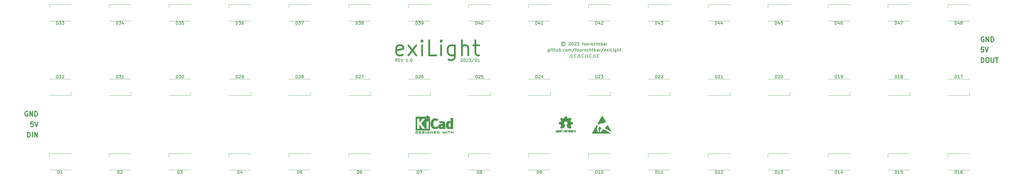
<source format=gbr>
%TF.GenerationSoftware,KiCad,Pcbnew,(6.0.10)*%
%TF.CreationDate,2023-01-22T18:36:13+01:00*%
%TF.ProjectId,exiLight,6578694c-6967-4687-942e-6b696361645f,1.0*%
%TF.SameCoordinates,Original*%
%TF.FileFunction,Legend,Top*%
%TF.FilePolarity,Positive*%
%FSLAX46Y46*%
G04 Gerber Fmt 4.6, Leading zero omitted, Abs format (unit mm)*
G04 Created by KiCad (PCBNEW (6.0.10)) date 2023-01-22 18:36:13*
%MOMM*%
%LPD*%
G01*
G04 APERTURE LIST*
%ADD10C,0.150000*%
%ADD11C,0.300000*%
%ADD12C,0.600000*%
%ADD13C,0.120000*%
%ADD14C,0.010000*%
G04 APERTURE END LIST*
D10*
X175644642Y-134452380D02*
X175311309Y-133976190D01*
X175073214Y-134452380D02*
X175073214Y-133452380D01*
X175454166Y-133452380D01*
X175549404Y-133500000D01*
X175597023Y-133547619D01*
X175644642Y-133642857D01*
X175644642Y-133785714D01*
X175597023Y-133880952D01*
X175549404Y-133928571D01*
X175454166Y-133976190D01*
X175073214Y-133976190D01*
X176073214Y-133928571D02*
X176406547Y-133928571D01*
X176549404Y-134452380D02*
X176073214Y-134452380D01*
X176073214Y-133452380D01*
X176549404Y-133452380D01*
X176835119Y-133452380D02*
X177168452Y-134452380D01*
X177501785Y-133452380D01*
X179120833Y-134452380D02*
X178549404Y-134452380D01*
X178835119Y-134452380D02*
X178835119Y-133452380D01*
X178739880Y-133595238D01*
X178644642Y-133690476D01*
X178549404Y-133738095D01*
X179549404Y-134357142D02*
X179597023Y-134404761D01*
X179549404Y-134452380D01*
X179501785Y-134404761D01*
X179549404Y-134357142D01*
X179549404Y-134452380D01*
X180216071Y-133452380D02*
X180311309Y-133452380D01*
X180406547Y-133500000D01*
X180454166Y-133547619D01*
X180501785Y-133642857D01*
X180549404Y-133833333D01*
X180549404Y-134071428D01*
X180501785Y-134261904D01*
X180454166Y-134357142D01*
X180406547Y-134404761D01*
X180311309Y-134452380D01*
X180216071Y-134452380D01*
X180120833Y-134404761D01*
X180073214Y-134357142D01*
X180025595Y-134261904D01*
X179977976Y-134071428D01*
X179977976Y-133833333D01*
X180025595Y-133642857D01*
X180073214Y-133547619D01*
X180120833Y-133500000D01*
X180216071Y-133452380D01*
D11*
X52147857Y-151200000D02*
X51995476Y-151123809D01*
X51766904Y-151123809D01*
X51538333Y-151200000D01*
X51385952Y-151352380D01*
X51309761Y-151504761D01*
X51233571Y-151809523D01*
X51233571Y-152038095D01*
X51309761Y-152342857D01*
X51385952Y-152495238D01*
X51538333Y-152647619D01*
X51766904Y-152723809D01*
X51919285Y-152723809D01*
X52147857Y-152647619D01*
X52224047Y-152571428D01*
X52224047Y-152038095D01*
X51919285Y-152038095D01*
X52909761Y-152723809D02*
X52909761Y-151123809D01*
X53824047Y-152723809D01*
X53824047Y-151123809D01*
X54585952Y-152723809D02*
X54585952Y-151123809D01*
X54966904Y-151123809D01*
X55195476Y-151200000D01*
X55347857Y-151352380D01*
X55424047Y-151504761D01*
X55500238Y-151809523D01*
X55500238Y-152038095D01*
X55424047Y-152342857D01*
X55347857Y-152495238D01*
X55195476Y-152647619D01*
X54966904Y-152723809D01*
X54585952Y-152723809D01*
X370575952Y-134723809D02*
X370575952Y-133123809D01*
X370956904Y-133123809D01*
X371185476Y-133200000D01*
X371337857Y-133352380D01*
X371414047Y-133504761D01*
X371490238Y-133809523D01*
X371490238Y-134038095D01*
X371414047Y-134342857D01*
X371337857Y-134495238D01*
X371185476Y-134647619D01*
X370956904Y-134723809D01*
X370575952Y-134723809D01*
X372480714Y-133123809D02*
X372785476Y-133123809D01*
X372937857Y-133200000D01*
X373090238Y-133352380D01*
X373166428Y-133657142D01*
X373166428Y-134190476D01*
X373090238Y-134495238D01*
X372937857Y-134647619D01*
X372785476Y-134723809D01*
X372480714Y-134723809D01*
X372328333Y-134647619D01*
X372175952Y-134495238D01*
X372099761Y-134190476D01*
X372099761Y-133657142D01*
X372175952Y-133352380D01*
X372328333Y-133200000D01*
X372480714Y-133123809D01*
X373852142Y-133123809D02*
X373852142Y-134419047D01*
X373928333Y-134571428D01*
X374004523Y-134647619D01*
X374156904Y-134723809D01*
X374461666Y-134723809D01*
X374614047Y-134647619D01*
X374690238Y-134571428D01*
X374766428Y-134419047D01*
X374766428Y-133123809D01*
X375299761Y-133123809D02*
X376214047Y-133123809D01*
X375756904Y-134723809D02*
X375756904Y-133123809D01*
X54052619Y-154623809D02*
X53290714Y-154623809D01*
X53214523Y-155385714D01*
X53290714Y-155309523D01*
X53443095Y-155233333D01*
X53824047Y-155233333D01*
X53976428Y-155309523D01*
X54052619Y-155385714D01*
X54128809Y-155538095D01*
X54128809Y-155919047D01*
X54052619Y-156071428D01*
X53976428Y-156147619D01*
X53824047Y-156223809D01*
X53443095Y-156223809D01*
X53290714Y-156147619D01*
X53214523Y-156071428D01*
X54585952Y-154623809D02*
X55119285Y-156223809D01*
X55652619Y-154623809D01*
X52147857Y-159723809D02*
X52147857Y-158123809D01*
X52528809Y-158123809D01*
X52757380Y-158200000D01*
X52909761Y-158352380D01*
X52985952Y-158504761D01*
X53062142Y-158809523D01*
X53062142Y-159038095D01*
X52985952Y-159342857D01*
X52909761Y-159495238D01*
X52757380Y-159647619D01*
X52528809Y-159723809D01*
X52147857Y-159723809D01*
X53747857Y-159723809D02*
X53747857Y-158123809D01*
X54509761Y-159723809D02*
X54509761Y-158123809D01*
X55424047Y-159723809D01*
X55424047Y-158123809D01*
D12*
X177371428Y-132023809D02*
X176895238Y-132261904D01*
X175942857Y-132261904D01*
X175466666Y-132023809D01*
X175228571Y-131547619D01*
X175228571Y-129642857D01*
X175466666Y-129166666D01*
X175942857Y-128928571D01*
X176895238Y-128928571D01*
X177371428Y-129166666D01*
X177609523Y-129642857D01*
X177609523Y-130119047D01*
X175228571Y-130595238D01*
X179276190Y-132261904D02*
X181895238Y-128928571D01*
X179276190Y-128928571D02*
X181895238Y-132261904D01*
X183800000Y-132261904D02*
X183800000Y-128928571D01*
X183800000Y-127261904D02*
X183561904Y-127500000D01*
X183800000Y-127738095D01*
X184038095Y-127500000D01*
X183800000Y-127261904D01*
X183800000Y-127738095D01*
X188561904Y-132261904D02*
X186180952Y-132261904D01*
X186180952Y-127261904D01*
X190228571Y-132261904D02*
X190228571Y-128928571D01*
X190228571Y-127261904D02*
X189990476Y-127500000D01*
X190228571Y-127738095D01*
X190466666Y-127500000D01*
X190228571Y-127261904D01*
X190228571Y-127738095D01*
X194752380Y-128928571D02*
X194752380Y-132976190D01*
X194514285Y-133452380D01*
X194276190Y-133690476D01*
X193800000Y-133928571D01*
X193085714Y-133928571D01*
X192609523Y-133690476D01*
X194752380Y-132023809D02*
X194276190Y-132261904D01*
X193323809Y-132261904D01*
X192847619Y-132023809D01*
X192609523Y-131785714D01*
X192371428Y-131309523D01*
X192371428Y-129880952D01*
X192609523Y-129404761D01*
X192847619Y-129166666D01*
X193323809Y-128928571D01*
X194276190Y-128928571D01*
X194752380Y-129166666D01*
X197133333Y-132261904D02*
X197133333Y-127261904D01*
X199276190Y-132261904D02*
X199276190Y-129642857D01*
X199038095Y-129166666D01*
X198561904Y-128928571D01*
X197847619Y-128928571D01*
X197371428Y-129166666D01*
X197133333Y-129404761D01*
X200942857Y-128928571D02*
X202847619Y-128928571D01*
X201657142Y-127261904D02*
X201657142Y-131547619D01*
X201895238Y-132023809D01*
X202371428Y-132261904D01*
X202847619Y-132261904D01*
D11*
X371414047Y-126200000D02*
X371261666Y-126123809D01*
X371033095Y-126123809D01*
X370804523Y-126200000D01*
X370652142Y-126352380D01*
X370575952Y-126504761D01*
X370499761Y-126809523D01*
X370499761Y-127038095D01*
X370575952Y-127342857D01*
X370652142Y-127495238D01*
X370804523Y-127647619D01*
X371033095Y-127723809D01*
X371185476Y-127723809D01*
X371414047Y-127647619D01*
X371490238Y-127571428D01*
X371490238Y-127038095D01*
X371185476Y-127038095D01*
X372175952Y-127723809D02*
X372175952Y-126123809D01*
X373090238Y-127723809D01*
X373090238Y-126123809D01*
X373852142Y-127723809D02*
X373852142Y-126123809D01*
X374233095Y-126123809D01*
X374461666Y-126200000D01*
X374614047Y-126352380D01*
X374690238Y-126504761D01*
X374766428Y-126809523D01*
X374766428Y-127038095D01*
X374690238Y-127342857D01*
X374614047Y-127495238D01*
X374461666Y-127647619D01*
X374233095Y-127723809D01*
X373852142Y-127723809D01*
D10*
X226309523Y-130285714D02*
X226309523Y-131095238D01*
X226261904Y-131190476D01*
X226214285Y-131238095D01*
X226119047Y-131285714D01*
X225976190Y-131285714D01*
X225880952Y-131238095D01*
X226309523Y-130904761D02*
X226214285Y-130952380D01*
X226023809Y-130952380D01*
X225928571Y-130904761D01*
X225880952Y-130857142D01*
X225833333Y-130761904D01*
X225833333Y-130476190D01*
X225880952Y-130380952D01*
X225928571Y-130333333D01*
X226023809Y-130285714D01*
X226214285Y-130285714D01*
X226309523Y-130333333D01*
X226785714Y-130952380D02*
X226785714Y-130285714D01*
X226785714Y-129952380D02*
X226738095Y-130000000D01*
X226785714Y-130047619D01*
X226833333Y-130000000D01*
X226785714Y-129952380D01*
X226785714Y-130047619D01*
X227119047Y-130285714D02*
X227500000Y-130285714D01*
X227261904Y-129952380D02*
X227261904Y-130809523D01*
X227309523Y-130904761D01*
X227404761Y-130952380D01*
X227500000Y-130952380D01*
X227833333Y-130952380D02*
X227833333Y-129952380D01*
X228261904Y-130952380D02*
X228261904Y-130428571D01*
X228214285Y-130333333D01*
X228119047Y-130285714D01*
X227976190Y-130285714D01*
X227880952Y-130333333D01*
X227833333Y-130380952D01*
X229166666Y-130285714D02*
X229166666Y-130952380D01*
X228738095Y-130285714D02*
X228738095Y-130809523D01*
X228785714Y-130904761D01*
X228880952Y-130952380D01*
X229023809Y-130952380D01*
X229119047Y-130904761D01*
X229166666Y-130857142D01*
X229642857Y-130952380D02*
X229642857Y-129952380D01*
X229642857Y-130333333D02*
X229738095Y-130285714D01*
X229928571Y-130285714D01*
X230023809Y-130333333D01*
X230071428Y-130380952D01*
X230119047Y-130476190D01*
X230119047Y-130761904D01*
X230071428Y-130857142D01*
X230023809Y-130904761D01*
X229928571Y-130952380D01*
X229738095Y-130952380D01*
X229642857Y-130904761D01*
X230547619Y-130857142D02*
X230595238Y-130904761D01*
X230547619Y-130952380D01*
X230500000Y-130904761D01*
X230547619Y-130857142D01*
X230547619Y-130952380D01*
X231452380Y-130904761D02*
X231357142Y-130952380D01*
X231166666Y-130952380D01*
X231071428Y-130904761D01*
X231023809Y-130857142D01*
X230976190Y-130761904D01*
X230976190Y-130476190D01*
X231023809Y-130380952D01*
X231071428Y-130333333D01*
X231166666Y-130285714D01*
X231357142Y-130285714D01*
X231452380Y-130333333D01*
X232023809Y-130952380D02*
X231928571Y-130904761D01*
X231880952Y-130857142D01*
X231833333Y-130761904D01*
X231833333Y-130476190D01*
X231880952Y-130380952D01*
X231928571Y-130333333D01*
X232023809Y-130285714D01*
X232166666Y-130285714D01*
X232261904Y-130333333D01*
X232309523Y-130380952D01*
X232357142Y-130476190D01*
X232357142Y-130761904D01*
X232309523Y-130857142D01*
X232261904Y-130904761D01*
X232166666Y-130952380D01*
X232023809Y-130952380D01*
X232785714Y-130952380D02*
X232785714Y-130285714D01*
X232785714Y-130380952D02*
X232833333Y-130333333D01*
X232928571Y-130285714D01*
X233071428Y-130285714D01*
X233166666Y-130333333D01*
X233214285Y-130428571D01*
X233214285Y-130952380D01*
X233214285Y-130428571D02*
X233261904Y-130333333D01*
X233357142Y-130285714D01*
X233500000Y-130285714D01*
X233595238Y-130333333D01*
X233642857Y-130428571D01*
X233642857Y-130952380D01*
X234833333Y-129904761D02*
X233976190Y-131190476D01*
X235023809Y-130285714D02*
X235404761Y-130285714D01*
X235166666Y-130952380D02*
X235166666Y-130095238D01*
X235214285Y-130000000D01*
X235309523Y-129952380D01*
X235404761Y-129952380D01*
X235880952Y-130952380D02*
X235785714Y-130904761D01*
X235738095Y-130857142D01*
X235690476Y-130761904D01*
X235690476Y-130476190D01*
X235738095Y-130380952D01*
X235785714Y-130333333D01*
X235880952Y-130285714D01*
X236023809Y-130285714D01*
X236119047Y-130333333D01*
X236166666Y-130380952D01*
X236214285Y-130476190D01*
X236214285Y-130761904D01*
X236166666Y-130857142D01*
X236119047Y-130904761D01*
X236023809Y-130952380D01*
X235880952Y-130952380D01*
X236785714Y-130952380D02*
X236690476Y-130904761D01*
X236642857Y-130857142D01*
X236595238Y-130761904D01*
X236595238Y-130476190D01*
X236642857Y-130380952D01*
X236690476Y-130333333D01*
X236785714Y-130285714D01*
X236928571Y-130285714D01*
X237023809Y-130333333D01*
X237071428Y-130380952D01*
X237119047Y-130476190D01*
X237119047Y-130761904D01*
X237071428Y-130857142D01*
X237023809Y-130904761D01*
X236928571Y-130952380D01*
X236785714Y-130952380D01*
X237547619Y-130952380D02*
X237547619Y-130285714D01*
X237547619Y-130476190D02*
X237595238Y-130380952D01*
X237642857Y-130333333D01*
X237738095Y-130285714D01*
X237833333Y-130285714D01*
X238119047Y-130904761D02*
X238214285Y-130952380D01*
X238404761Y-130952380D01*
X238500000Y-130904761D01*
X238547619Y-130809523D01*
X238547619Y-130761904D01*
X238500000Y-130666666D01*
X238404761Y-130619047D01*
X238261904Y-130619047D01*
X238166666Y-130571428D01*
X238119047Y-130476190D01*
X238119047Y-130428571D01*
X238166666Y-130333333D01*
X238261904Y-130285714D01*
X238404761Y-130285714D01*
X238500000Y-130333333D01*
X239404761Y-130904761D02*
X239309523Y-130952380D01*
X239119047Y-130952380D01*
X239023809Y-130904761D01*
X238976190Y-130857142D01*
X238928571Y-130761904D01*
X238928571Y-130476190D01*
X238976190Y-130380952D01*
X239023809Y-130333333D01*
X239119047Y-130285714D01*
X239309523Y-130285714D01*
X239404761Y-130333333D01*
X239833333Y-130952380D02*
X239833333Y-129952380D01*
X240261904Y-130952380D02*
X240261904Y-130428571D01*
X240214285Y-130333333D01*
X240119047Y-130285714D01*
X239976190Y-130285714D01*
X239880952Y-130333333D01*
X239833333Y-130380952D01*
X240595238Y-130285714D02*
X240976190Y-130285714D01*
X240738095Y-129952380D02*
X240738095Y-130809523D01*
X240785714Y-130904761D01*
X240880952Y-130952380D01*
X240976190Y-130952380D01*
X241309523Y-130952380D02*
X241309523Y-129952380D01*
X241309523Y-130333333D02*
X241404761Y-130285714D01*
X241595238Y-130285714D01*
X241690476Y-130333333D01*
X241738095Y-130380952D01*
X241785714Y-130476190D01*
X241785714Y-130761904D01*
X241738095Y-130857142D01*
X241690476Y-130904761D01*
X241595238Y-130952380D01*
X241404761Y-130952380D01*
X241309523Y-130904761D01*
X242642857Y-130952380D02*
X242642857Y-130428571D01*
X242595238Y-130333333D01*
X242500000Y-130285714D01*
X242309523Y-130285714D01*
X242214285Y-130333333D01*
X242642857Y-130904761D02*
X242547619Y-130952380D01*
X242309523Y-130952380D01*
X242214285Y-130904761D01*
X242166666Y-130809523D01*
X242166666Y-130714285D01*
X242214285Y-130619047D01*
X242309523Y-130571428D01*
X242547619Y-130571428D01*
X242642857Y-130523809D01*
X243119047Y-130952380D02*
X243119047Y-130285714D01*
X243119047Y-130476190D02*
X243166666Y-130380952D01*
X243214285Y-130333333D01*
X243309523Y-130285714D01*
X243404761Y-130285714D01*
X244452380Y-129904761D02*
X243595238Y-131190476D01*
X245166666Y-130904761D02*
X245071428Y-130952380D01*
X244880952Y-130952380D01*
X244785714Y-130904761D01*
X244738095Y-130809523D01*
X244738095Y-130428571D01*
X244785714Y-130333333D01*
X244880952Y-130285714D01*
X245071428Y-130285714D01*
X245166666Y-130333333D01*
X245214285Y-130428571D01*
X245214285Y-130523809D01*
X244738095Y-130619047D01*
X245547619Y-130952380D02*
X246071428Y-130285714D01*
X245547619Y-130285714D02*
X246071428Y-130952380D01*
X246452380Y-130952380D02*
X246452380Y-130285714D01*
X246452380Y-129952380D02*
X246404761Y-130000000D01*
X246452380Y-130047619D01*
X246500000Y-130000000D01*
X246452380Y-129952380D01*
X246452380Y-130047619D01*
X247404761Y-130952380D02*
X246928571Y-130952380D01*
X246928571Y-129952380D01*
X247738095Y-130952380D02*
X247738095Y-130285714D01*
X247738095Y-129952380D02*
X247690476Y-130000000D01*
X247738095Y-130047619D01*
X247785714Y-130000000D01*
X247738095Y-129952380D01*
X247738095Y-130047619D01*
X248642857Y-130285714D02*
X248642857Y-131095238D01*
X248595238Y-131190476D01*
X248547619Y-131238095D01*
X248452380Y-131285714D01*
X248309523Y-131285714D01*
X248214285Y-131238095D01*
X248642857Y-130904761D02*
X248547619Y-130952380D01*
X248357142Y-130952380D01*
X248261904Y-130904761D01*
X248214285Y-130857142D01*
X248166666Y-130761904D01*
X248166666Y-130476190D01*
X248214285Y-130380952D01*
X248261904Y-130333333D01*
X248357142Y-130285714D01*
X248547619Y-130285714D01*
X248642857Y-130333333D01*
X249119047Y-130952380D02*
X249119047Y-129952380D01*
X249547619Y-130952380D02*
X249547619Y-130428571D01*
X249500000Y-130333333D01*
X249404761Y-130285714D01*
X249261904Y-130285714D01*
X249166666Y-130333333D01*
X249119047Y-130380952D01*
X249880952Y-130285714D02*
X250261904Y-130285714D01*
X250023809Y-129952380D02*
X250023809Y-130809523D01*
X250071428Y-130904761D01*
X250166666Y-130952380D01*
X250261904Y-130952380D01*
X231238095Y-128190476D02*
X231142857Y-128142857D01*
X230952380Y-128142857D01*
X230857142Y-128190476D01*
X230761904Y-128285714D01*
X230714285Y-128380952D01*
X230714285Y-128571428D01*
X230761904Y-128666666D01*
X230857142Y-128761904D01*
X230952380Y-128809523D01*
X231142857Y-128809523D01*
X231238095Y-128761904D01*
X231047619Y-127809523D02*
X230809523Y-127857142D01*
X230571428Y-128000000D01*
X230428571Y-128238095D01*
X230380952Y-128476190D01*
X230428571Y-128714285D01*
X230571428Y-128952380D01*
X230809523Y-129095238D01*
X231047619Y-129142857D01*
X231285714Y-129095238D01*
X231523809Y-128952380D01*
X231666666Y-128714285D01*
X231714285Y-128476190D01*
X231666666Y-128238095D01*
X231523809Y-128000000D01*
X231285714Y-127857142D01*
X231047619Y-127809523D01*
X232857142Y-128047619D02*
X232904761Y-128000000D01*
X233000000Y-127952380D01*
X233238095Y-127952380D01*
X233333333Y-128000000D01*
X233380952Y-128047619D01*
X233428571Y-128142857D01*
X233428571Y-128238095D01*
X233380952Y-128380952D01*
X232809523Y-128952380D01*
X233428571Y-128952380D01*
X234047619Y-127952380D02*
X234142857Y-127952380D01*
X234238095Y-128000000D01*
X234285714Y-128047619D01*
X234333333Y-128142857D01*
X234380952Y-128333333D01*
X234380952Y-128571428D01*
X234333333Y-128761904D01*
X234285714Y-128857142D01*
X234238095Y-128904761D01*
X234142857Y-128952380D01*
X234047619Y-128952380D01*
X233952380Y-128904761D01*
X233904761Y-128857142D01*
X233857142Y-128761904D01*
X233809523Y-128571428D01*
X233809523Y-128333333D01*
X233857142Y-128142857D01*
X233904761Y-128047619D01*
X233952380Y-128000000D01*
X234047619Y-127952380D01*
X234761904Y-128047619D02*
X234809523Y-128000000D01*
X234904761Y-127952380D01*
X235142857Y-127952380D01*
X235238095Y-128000000D01*
X235285714Y-128047619D01*
X235333333Y-128142857D01*
X235333333Y-128238095D01*
X235285714Y-128380952D01*
X234714285Y-128952380D01*
X235333333Y-128952380D01*
X235666666Y-127952380D02*
X236285714Y-127952380D01*
X235952380Y-128333333D01*
X236095238Y-128333333D01*
X236190476Y-128380952D01*
X236238095Y-128428571D01*
X236285714Y-128523809D01*
X236285714Y-128761904D01*
X236238095Y-128857142D01*
X236190476Y-128904761D01*
X236095238Y-128952380D01*
X235809523Y-128952380D01*
X235714285Y-128904761D01*
X235666666Y-128857142D01*
X237333333Y-128285714D02*
X237714285Y-128285714D01*
X237476190Y-128952380D02*
X237476190Y-128095238D01*
X237523809Y-128000000D01*
X237619047Y-127952380D01*
X237714285Y-127952380D01*
X238190476Y-128952380D02*
X238095238Y-128904761D01*
X238047619Y-128857142D01*
X238000000Y-128761904D01*
X238000000Y-128476190D01*
X238047619Y-128380952D01*
X238095238Y-128333333D01*
X238190476Y-128285714D01*
X238333333Y-128285714D01*
X238428571Y-128333333D01*
X238476190Y-128380952D01*
X238523809Y-128476190D01*
X238523809Y-128761904D01*
X238476190Y-128857142D01*
X238428571Y-128904761D01*
X238333333Y-128952380D01*
X238190476Y-128952380D01*
X239095238Y-128952380D02*
X239000000Y-128904761D01*
X238952380Y-128857142D01*
X238904761Y-128761904D01*
X238904761Y-128476190D01*
X238952380Y-128380952D01*
X239000000Y-128333333D01*
X239095238Y-128285714D01*
X239238095Y-128285714D01*
X239333333Y-128333333D01*
X239380952Y-128380952D01*
X239428571Y-128476190D01*
X239428571Y-128761904D01*
X239380952Y-128857142D01*
X239333333Y-128904761D01*
X239238095Y-128952380D01*
X239095238Y-128952380D01*
X239857142Y-128952380D02*
X239857142Y-128285714D01*
X239857142Y-128476190D02*
X239904761Y-128380952D01*
X239952380Y-128333333D01*
X240047619Y-128285714D01*
X240142857Y-128285714D01*
X240428571Y-128904761D02*
X240523809Y-128952380D01*
X240714285Y-128952380D01*
X240809523Y-128904761D01*
X240857142Y-128809523D01*
X240857142Y-128761904D01*
X240809523Y-128666666D01*
X240714285Y-128619047D01*
X240571428Y-128619047D01*
X240476190Y-128571428D01*
X240428571Y-128476190D01*
X240428571Y-128428571D01*
X240476190Y-128333333D01*
X240571428Y-128285714D01*
X240714285Y-128285714D01*
X240809523Y-128333333D01*
X241714285Y-128904761D02*
X241619047Y-128952380D01*
X241428571Y-128952380D01*
X241333333Y-128904761D01*
X241285714Y-128857142D01*
X241238095Y-128761904D01*
X241238095Y-128476190D01*
X241285714Y-128380952D01*
X241333333Y-128333333D01*
X241428571Y-128285714D01*
X241619047Y-128285714D01*
X241714285Y-128333333D01*
X242142857Y-128952380D02*
X242142857Y-127952380D01*
X242571428Y-128952380D02*
X242571428Y-128428571D01*
X242523809Y-128333333D01*
X242428571Y-128285714D01*
X242285714Y-128285714D01*
X242190476Y-128333333D01*
X242142857Y-128380952D01*
X242904761Y-128285714D02*
X243285714Y-128285714D01*
X243047619Y-127952380D02*
X243047619Y-128809523D01*
X243095238Y-128904761D01*
X243190476Y-128952380D01*
X243285714Y-128952380D01*
X243619047Y-128952380D02*
X243619047Y-127952380D01*
X243619047Y-128333333D02*
X243714285Y-128285714D01*
X243904761Y-128285714D01*
X244000000Y-128333333D01*
X244047619Y-128380952D01*
X244095238Y-128476190D01*
X244095238Y-128761904D01*
X244047619Y-128857142D01*
X244000000Y-128904761D01*
X243904761Y-128952380D01*
X243714285Y-128952380D01*
X243619047Y-128904761D01*
X244952380Y-128952380D02*
X244952380Y-128428571D01*
X244904761Y-128333333D01*
X244809523Y-128285714D01*
X244619047Y-128285714D01*
X244523809Y-128333333D01*
X244952380Y-128904761D02*
X244857142Y-128952380D01*
X244619047Y-128952380D01*
X244523809Y-128904761D01*
X244476190Y-128809523D01*
X244476190Y-128714285D01*
X244523809Y-128619047D01*
X244619047Y-128571428D01*
X244857142Y-128571428D01*
X244952380Y-128523809D01*
X245428571Y-128952380D02*
X245428571Y-128285714D01*
X245428571Y-128476190D02*
X245476190Y-128380952D01*
X245523809Y-128333333D01*
X245619047Y-128285714D01*
X245714285Y-128285714D01*
D11*
X371337857Y-129623809D02*
X370575952Y-129623809D01*
X370499761Y-130385714D01*
X370575952Y-130309523D01*
X370728333Y-130233333D01*
X371109285Y-130233333D01*
X371261666Y-130309523D01*
X371337857Y-130385714D01*
X371414047Y-130538095D01*
X371414047Y-130919047D01*
X371337857Y-131071428D01*
X371261666Y-131147619D01*
X371109285Y-131223809D01*
X370728333Y-131223809D01*
X370575952Y-131147619D01*
X370499761Y-131071428D01*
X371871190Y-129623809D02*
X372404523Y-131223809D01*
X372937857Y-129623809D01*
D10*
X196718571Y-133547619D02*
X196766190Y-133500000D01*
X196861428Y-133452380D01*
X197099523Y-133452380D01*
X197194761Y-133500000D01*
X197242380Y-133547619D01*
X197290000Y-133642857D01*
X197290000Y-133738095D01*
X197242380Y-133880952D01*
X196670952Y-134452380D01*
X197290000Y-134452380D01*
X197909047Y-133452380D02*
X198004285Y-133452380D01*
X198099523Y-133500000D01*
X198147142Y-133547619D01*
X198194761Y-133642857D01*
X198242380Y-133833333D01*
X198242380Y-134071428D01*
X198194761Y-134261904D01*
X198147142Y-134357142D01*
X198099523Y-134404761D01*
X198004285Y-134452380D01*
X197909047Y-134452380D01*
X197813809Y-134404761D01*
X197766190Y-134357142D01*
X197718571Y-134261904D01*
X197670952Y-134071428D01*
X197670952Y-133833333D01*
X197718571Y-133642857D01*
X197766190Y-133547619D01*
X197813809Y-133500000D01*
X197909047Y-133452380D01*
X198623333Y-133547619D02*
X198670952Y-133500000D01*
X198766190Y-133452380D01*
X199004285Y-133452380D01*
X199099523Y-133500000D01*
X199147142Y-133547619D01*
X199194761Y-133642857D01*
X199194761Y-133738095D01*
X199147142Y-133880952D01*
X198575714Y-134452380D01*
X199194761Y-134452380D01*
X199528095Y-133452380D02*
X200147142Y-133452380D01*
X199813809Y-133833333D01*
X199956666Y-133833333D01*
X200051904Y-133880952D01*
X200099523Y-133928571D01*
X200147142Y-134023809D01*
X200147142Y-134261904D01*
X200099523Y-134357142D01*
X200051904Y-134404761D01*
X199956666Y-134452380D01*
X199670952Y-134452380D01*
X199575714Y-134404761D01*
X199528095Y-134357142D01*
X201290000Y-133404761D02*
X200432857Y-134690476D01*
X201813809Y-133452380D02*
X201909047Y-133452380D01*
X202004285Y-133500000D01*
X202051904Y-133547619D01*
X202099523Y-133642857D01*
X202147142Y-133833333D01*
X202147142Y-134071428D01*
X202099523Y-134261904D01*
X202051904Y-134357142D01*
X202004285Y-134404761D01*
X201909047Y-134452380D01*
X201813809Y-134452380D01*
X201718571Y-134404761D01*
X201670952Y-134357142D01*
X201623333Y-134261904D01*
X201575714Y-134071428D01*
X201575714Y-133833333D01*
X201623333Y-133642857D01*
X201670952Y-133547619D01*
X201718571Y-133500000D01*
X201813809Y-133452380D01*
X203099523Y-134452380D02*
X202528095Y-134452380D01*
X202813809Y-134452380D02*
X202813809Y-133452380D01*
X202718571Y-133595238D01*
X202623333Y-133690476D01*
X202528095Y-133738095D01*
X233380952Y-131952380D02*
X233380952Y-132666666D01*
X233333333Y-132809523D01*
X233238095Y-132904761D01*
X233095238Y-132952380D01*
X233000000Y-132952380D01*
X234333333Y-132952380D02*
X233857142Y-132952380D01*
X233857142Y-131952380D01*
X235238095Y-132857142D02*
X235190476Y-132904761D01*
X235047619Y-132952380D01*
X234952380Y-132952380D01*
X234809523Y-132904761D01*
X234714285Y-132809523D01*
X234666666Y-132714285D01*
X234619047Y-132523809D01*
X234619047Y-132380952D01*
X234666666Y-132190476D01*
X234714285Y-132095238D01*
X234809523Y-132000000D01*
X234952380Y-131952380D01*
X235047619Y-131952380D01*
X235190476Y-132000000D01*
X235238095Y-132047619D01*
X235952380Y-131952380D02*
X235952380Y-132666666D01*
X235904761Y-132809523D01*
X235809523Y-132904761D01*
X235666666Y-132952380D01*
X235571428Y-132952380D01*
X236904761Y-132952380D02*
X236428571Y-132952380D01*
X236428571Y-131952380D01*
X237809523Y-132857142D02*
X237761904Y-132904761D01*
X237619047Y-132952380D01*
X237523809Y-132952380D01*
X237380952Y-132904761D01*
X237285714Y-132809523D01*
X237238095Y-132714285D01*
X237190476Y-132523809D01*
X237190476Y-132380952D01*
X237238095Y-132190476D01*
X237285714Y-132095238D01*
X237380952Y-132000000D01*
X237523809Y-131952380D01*
X237619047Y-131952380D01*
X237761904Y-132000000D01*
X237809523Y-132047619D01*
X238523809Y-131952380D02*
X238523809Y-132666666D01*
X238476190Y-132809523D01*
X238380952Y-132904761D01*
X238238095Y-132952380D01*
X238142857Y-132952380D01*
X239476190Y-132952380D02*
X239000000Y-132952380D01*
X239000000Y-131952380D01*
X240380952Y-132857142D02*
X240333333Y-132904761D01*
X240190476Y-132952380D01*
X240095238Y-132952380D01*
X239952380Y-132904761D01*
X239857142Y-132809523D01*
X239809523Y-132714285D01*
X239761904Y-132523809D01*
X239761904Y-132380952D01*
X239809523Y-132190476D01*
X239857142Y-132095238D01*
X239952380Y-132000000D01*
X240095238Y-131952380D01*
X240190476Y-131952380D01*
X240333333Y-132000000D01*
X240380952Y-132047619D01*
X241095238Y-131952380D02*
X241095238Y-132666666D01*
X241047619Y-132809523D01*
X240952380Y-132904761D01*
X240809523Y-132952380D01*
X240714285Y-132952380D01*
X242047619Y-132952380D02*
X241571428Y-132952380D01*
X241571428Y-131952380D01*
X242952380Y-132857142D02*
X242904761Y-132904761D01*
X242761904Y-132952380D01*
X242666666Y-132952380D01*
X242523809Y-132904761D01*
X242428571Y-132809523D01*
X242380952Y-132714285D01*
X242333333Y-132523809D01*
X242333333Y-132380952D01*
X242380952Y-132190476D01*
X242428571Y-132095238D01*
X242523809Y-132000000D01*
X242666666Y-131952380D01*
X242761904Y-131952380D01*
X242904761Y-132000000D01*
X242952380Y-132047619D01*
%TO.C,D37*%
X141785714Y-121952380D02*
X141785714Y-120952380D01*
X142023809Y-120952380D01*
X142166666Y-121000000D01*
X142261904Y-121095238D01*
X142309523Y-121190476D01*
X142357142Y-121380952D01*
X142357142Y-121523809D01*
X142309523Y-121714285D01*
X142261904Y-121809523D01*
X142166666Y-121904761D01*
X142023809Y-121952380D01*
X141785714Y-121952380D01*
X142690476Y-120952380D02*
X143309523Y-120952380D01*
X142976190Y-121333333D01*
X143119047Y-121333333D01*
X143214285Y-121380952D01*
X143261904Y-121428571D01*
X143309523Y-121523809D01*
X143309523Y-121761904D01*
X143261904Y-121857142D01*
X143214285Y-121904761D01*
X143119047Y-121952380D01*
X142833333Y-121952380D01*
X142738095Y-121904761D01*
X142690476Y-121857142D01*
X143642857Y-120952380D02*
X144309523Y-120952380D01*
X143880952Y-121952380D01*
%TO.C,D30*%
X101785714Y-139952380D02*
X101785714Y-138952380D01*
X102023809Y-138952380D01*
X102166666Y-139000000D01*
X102261904Y-139095238D01*
X102309523Y-139190476D01*
X102357142Y-139380952D01*
X102357142Y-139523809D01*
X102309523Y-139714285D01*
X102261904Y-139809523D01*
X102166666Y-139904761D01*
X102023809Y-139952380D01*
X101785714Y-139952380D01*
X102690476Y-138952380D02*
X103309523Y-138952380D01*
X102976190Y-139333333D01*
X103119047Y-139333333D01*
X103214285Y-139380952D01*
X103261904Y-139428571D01*
X103309523Y-139523809D01*
X103309523Y-139761904D01*
X103261904Y-139857142D01*
X103214285Y-139904761D01*
X103119047Y-139952380D01*
X102833333Y-139952380D01*
X102738095Y-139904761D01*
X102690476Y-139857142D01*
X103928571Y-138952380D02*
X104023809Y-138952380D01*
X104119047Y-139000000D01*
X104166666Y-139047619D01*
X104214285Y-139142857D01*
X104261904Y-139333333D01*
X104261904Y-139571428D01*
X104214285Y-139761904D01*
X104166666Y-139857142D01*
X104119047Y-139904761D01*
X104023809Y-139952380D01*
X103928571Y-139952380D01*
X103833333Y-139904761D01*
X103785714Y-139857142D01*
X103738095Y-139761904D01*
X103690476Y-139571428D01*
X103690476Y-139333333D01*
X103738095Y-139142857D01*
X103785714Y-139047619D01*
X103833333Y-139000000D01*
X103928571Y-138952380D01*
%TO.C,D27*%
X161785714Y-139952380D02*
X161785714Y-138952380D01*
X162023809Y-138952380D01*
X162166666Y-139000000D01*
X162261904Y-139095238D01*
X162309523Y-139190476D01*
X162357142Y-139380952D01*
X162357142Y-139523809D01*
X162309523Y-139714285D01*
X162261904Y-139809523D01*
X162166666Y-139904761D01*
X162023809Y-139952380D01*
X161785714Y-139952380D01*
X162738095Y-139047619D02*
X162785714Y-139000000D01*
X162880952Y-138952380D01*
X163119047Y-138952380D01*
X163214285Y-139000000D01*
X163261904Y-139047619D01*
X163309523Y-139142857D01*
X163309523Y-139238095D01*
X163261904Y-139380952D01*
X162690476Y-139952380D01*
X163309523Y-139952380D01*
X163642857Y-138952380D02*
X164309523Y-138952380D01*
X163880952Y-139952380D01*
%TO.C,D6*%
X162261904Y-171952380D02*
X162261904Y-170952380D01*
X162500000Y-170952380D01*
X162642857Y-171000000D01*
X162738095Y-171095238D01*
X162785714Y-171190476D01*
X162833333Y-171380952D01*
X162833333Y-171523809D01*
X162785714Y-171714285D01*
X162738095Y-171809523D01*
X162642857Y-171904761D01*
X162500000Y-171952380D01*
X162261904Y-171952380D01*
X163690476Y-170952380D02*
X163500000Y-170952380D01*
X163404761Y-171000000D01*
X163357142Y-171047619D01*
X163261904Y-171190476D01*
X163214285Y-171380952D01*
X163214285Y-171761904D01*
X163261904Y-171857142D01*
X163309523Y-171904761D01*
X163404761Y-171952380D01*
X163595238Y-171952380D01*
X163690476Y-171904761D01*
X163738095Y-171857142D01*
X163785714Y-171761904D01*
X163785714Y-171523809D01*
X163738095Y-171428571D01*
X163690476Y-171380952D01*
X163595238Y-171333333D01*
X163404761Y-171333333D01*
X163309523Y-171380952D01*
X163261904Y-171428571D01*
X163214285Y-171523809D01*
%TO.C,D11*%
X261785714Y-171952380D02*
X261785714Y-170952380D01*
X262023809Y-170952380D01*
X262166666Y-171000000D01*
X262261904Y-171095238D01*
X262309523Y-171190476D01*
X262357142Y-171380952D01*
X262357142Y-171523809D01*
X262309523Y-171714285D01*
X262261904Y-171809523D01*
X262166666Y-171904761D01*
X262023809Y-171952380D01*
X261785714Y-171952380D01*
X263309523Y-171952380D02*
X262738095Y-171952380D01*
X263023809Y-171952380D02*
X263023809Y-170952380D01*
X262928571Y-171095238D01*
X262833333Y-171190476D01*
X262738095Y-171238095D01*
X264261904Y-171952380D02*
X263690476Y-171952380D01*
X263976190Y-171952380D02*
X263976190Y-170952380D01*
X263880952Y-171095238D01*
X263785714Y-171190476D01*
X263690476Y-171238095D01*
%TO.C,D43*%
X261785714Y-121952380D02*
X261785714Y-120952380D01*
X262023809Y-120952380D01*
X262166666Y-121000000D01*
X262261904Y-121095238D01*
X262309523Y-121190476D01*
X262357142Y-121380952D01*
X262357142Y-121523809D01*
X262309523Y-121714285D01*
X262261904Y-121809523D01*
X262166666Y-121904761D01*
X262023809Y-121952380D01*
X261785714Y-121952380D01*
X263214285Y-121285714D02*
X263214285Y-121952380D01*
X262976190Y-120904761D02*
X262738095Y-121619047D01*
X263357142Y-121619047D01*
X263642857Y-120952380D02*
X264261904Y-120952380D01*
X263928571Y-121333333D01*
X264071428Y-121333333D01*
X264166666Y-121380952D01*
X264214285Y-121428571D01*
X264261904Y-121523809D01*
X264261904Y-121761904D01*
X264214285Y-121857142D01*
X264166666Y-121904761D01*
X264071428Y-121952380D01*
X263785714Y-121952380D01*
X263690476Y-121904761D01*
X263642857Y-121857142D01*
%TO.C,D10*%
X241785714Y-171952380D02*
X241785714Y-170952380D01*
X242023809Y-170952380D01*
X242166666Y-171000000D01*
X242261904Y-171095238D01*
X242309523Y-171190476D01*
X242357142Y-171380952D01*
X242357142Y-171523809D01*
X242309523Y-171714285D01*
X242261904Y-171809523D01*
X242166666Y-171904761D01*
X242023809Y-171952380D01*
X241785714Y-171952380D01*
X243309523Y-171952380D02*
X242738095Y-171952380D01*
X243023809Y-171952380D02*
X243023809Y-170952380D01*
X242928571Y-171095238D01*
X242833333Y-171190476D01*
X242738095Y-171238095D01*
X243928571Y-170952380D02*
X244023809Y-170952380D01*
X244119047Y-171000000D01*
X244166666Y-171047619D01*
X244214285Y-171142857D01*
X244261904Y-171333333D01*
X244261904Y-171571428D01*
X244214285Y-171761904D01*
X244166666Y-171857142D01*
X244119047Y-171904761D01*
X244023809Y-171952380D01*
X243928571Y-171952380D01*
X243833333Y-171904761D01*
X243785714Y-171857142D01*
X243738095Y-171761904D01*
X243690476Y-171571428D01*
X243690476Y-171333333D01*
X243738095Y-171142857D01*
X243785714Y-171047619D01*
X243833333Y-171000000D01*
X243928571Y-170952380D01*
%TO.C,D26*%
X181785714Y-139952380D02*
X181785714Y-138952380D01*
X182023809Y-138952380D01*
X182166666Y-139000000D01*
X182261904Y-139095238D01*
X182309523Y-139190476D01*
X182357142Y-139380952D01*
X182357142Y-139523809D01*
X182309523Y-139714285D01*
X182261904Y-139809523D01*
X182166666Y-139904761D01*
X182023809Y-139952380D01*
X181785714Y-139952380D01*
X182738095Y-139047619D02*
X182785714Y-139000000D01*
X182880952Y-138952380D01*
X183119047Y-138952380D01*
X183214285Y-139000000D01*
X183261904Y-139047619D01*
X183309523Y-139142857D01*
X183309523Y-139238095D01*
X183261904Y-139380952D01*
X182690476Y-139952380D01*
X183309523Y-139952380D01*
X184166666Y-138952380D02*
X183976190Y-138952380D01*
X183880952Y-139000000D01*
X183833333Y-139047619D01*
X183738095Y-139190476D01*
X183690476Y-139380952D01*
X183690476Y-139761904D01*
X183738095Y-139857142D01*
X183785714Y-139904761D01*
X183880952Y-139952380D01*
X184071428Y-139952380D01*
X184166666Y-139904761D01*
X184214285Y-139857142D01*
X184261904Y-139761904D01*
X184261904Y-139523809D01*
X184214285Y-139428571D01*
X184166666Y-139380952D01*
X184071428Y-139333333D01*
X183880952Y-139333333D01*
X183785714Y-139380952D01*
X183738095Y-139428571D01*
X183690476Y-139523809D01*
%TO.C,D12*%
X281785714Y-171952380D02*
X281785714Y-170952380D01*
X282023809Y-170952380D01*
X282166666Y-171000000D01*
X282261904Y-171095238D01*
X282309523Y-171190476D01*
X282357142Y-171380952D01*
X282357142Y-171523809D01*
X282309523Y-171714285D01*
X282261904Y-171809523D01*
X282166666Y-171904761D01*
X282023809Y-171952380D01*
X281785714Y-171952380D01*
X283309523Y-171952380D02*
X282738095Y-171952380D01*
X283023809Y-171952380D02*
X283023809Y-170952380D01*
X282928571Y-171095238D01*
X282833333Y-171190476D01*
X282738095Y-171238095D01*
X283690476Y-171047619D02*
X283738095Y-171000000D01*
X283833333Y-170952380D01*
X284071428Y-170952380D01*
X284166666Y-171000000D01*
X284214285Y-171047619D01*
X284261904Y-171142857D01*
X284261904Y-171238095D01*
X284214285Y-171380952D01*
X283642857Y-171952380D01*
X284261904Y-171952380D01*
%TO.C,D20*%
X301785714Y-139952380D02*
X301785714Y-138952380D01*
X302023809Y-138952380D01*
X302166666Y-139000000D01*
X302261904Y-139095238D01*
X302309523Y-139190476D01*
X302357142Y-139380952D01*
X302357142Y-139523809D01*
X302309523Y-139714285D01*
X302261904Y-139809523D01*
X302166666Y-139904761D01*
X302023809Y-139952380D01*
X301785714Y-139952380D01*
X302738095Y-139047619D02*
X302785714Y-139000000D01*
X302880952Y-138952380D01*
X303119047Y-138952380D01*
X303214285Y-139000000D01*
X303261904Y-139047619D01*
X303309523Y-139142857D01*
X303309523Y-139238095D01*
X303261904Y-139380952D01*
X302690476Y-139952380D01*
X303309523Y-139952380D01*
X303928571Y-138952380D02*
X304023809Y-138952380D01*
X304119047Y-139000000D01*
X304166666Y-139047619D01*
X304214285Y-139142857D01*
X304261904Y-139333333D01*
X304261904Y-139571428D01*
X304214285Y-139761904D01*
X304166666Y-139857142D01*
X304119047Y-139904761D01*
X304023809Y-139952380D01*
X303928571Y-139952380D01*
X303833333Y-139904761D01*
X303785714Y-139857142D01*
X303738095Y-139761904D01*
X303690476Y-139571428D01*
X303690476Y-139333333D01*
X303738095Y-139142857D01*
X303785714Y-139047619D01*
X303833333Y-139000000D01*
X303928571Y-138952380D01*
%TO.C,D32*%
X61785714Y-139952380D02*
X61785714Y-138952380D01*
X62023809Y-138952380D01*
X62166666Y-139000000D01*
X62261904Y-139095238D01*
X62309523Y-139190476D01*
X62357142Y-139380952D01*
X62357142Y-139523809D01*
X62309523Y-139714285D01*
X62261904Y-139809523D01*
X62166666Y-139904761D01*
X62023809Y-139952380D01*
X61785714Y-139952380D01*
X62690476Y-138952380D02*
X63309523Y-138952380D01*
X62976190Y-139333333D01*
X63119047Y-139333333D01*
X63214285Y-139380952D01*
X63261904Y-139428571D01*
X63309523Y-139523809D01*
X63309523Y-139761904D01*
X63261904Y-139857142D01*
X63214285Y-139904761D01*
X63119047Y-139952380D01*
X62833333Y-139952380D01*
X62738095Y-139904761D01*
X62690476Y-139857142D01*
X63690476Y-139047619D02*
X63738095Y-139000000D01*
X63833333Y-138952380D01*
X64071428Y-138952380D01*
X64166666Y-139000000D01*
X64214285Y-139047619D01*
X64261904Y-139142857D01*
X64261904Y-139238095D01*
X64214285Y-139380952D01*
X63642857Y-139952380D01*
X64261904Y-139952380D01*
%TO.C,*%
%TO.C,D45*%
X301785714Y-121952380D02*
X301785714Y-120952380D01*
X302023809Y-120952380D01*
X302166666Y-121000000D01*
X302261904Y-121095238D01*
X302309523Y-121190476D01*
X302357142Y-121380952D01*
X302357142Y-121523809D01*
X302309523Y-121714285D01*
X302261904Y-121809523D01*
X302166666Y-121904761D01*
X302023809Y-121952380D01*
X301785714Y-121952380D01*
X303214285Y-121285714D02*
X303214285Y-121952380D01*
X302976190Y-120904761D02*
X302738095Y-121619047D01*
X303357142Y-121619047D01*
X304214285Y-120952380D02*
X303738095Y-120952380D01*
X303690476Y-121428571D01*
X303738095Y-121380952D01*
X303833333Y-121333333D01*
X304071428Y-121333333D01*
X304166666Y-121380952D01*
X304214285Y-121428571D01*
X304261904Y-121523809D01*
X304261904Y-121761904D01*
X304214285Y-121857142D01*
X304166666Y-121904761D01*
X304071428Y-121952380D01*
X303833333Y-121952380D01*
X303738095Y-121904761D01*
X303690476Y-121857142D01*
%TO.C,D4*%
X122261904Y-171952380D02*
X122261904Y-170952380D01*
X122500000Y-170952380D01*
X122642857Y-171000000D01*
X122738095Y-171095238D01*
X122785714Y-171190476D01*
X122833333Y-171380952D01*
X122833333Y-171523809D01*
X122785714Y-171714285D01*
X122738095Y-171809523D01*
X122642857Y-171904761D01*
X122500000Y-171952380D01*
X122261904Y-171952380D01*
X123690476Y-171285714D02*
X123690476Y-171952380D01*
X123452380Y-170904761D02*
X123214285Y-171619047D01*
X123833333Y-171619047D01*
%TO.C,D3*%
X102261904Y-171952380D02*
X102261904Y-170952380D01*
X102500000Y-170952380D01*
X102642857Y-171000000D01*
X102738095Y-171095238D01*
X102785714Y-171190476D01*
X102833333Y-171380952D01*
X102833333Y-171523809D01*
X102785714Y-171714285D01*
X102738095Y-171809523D01*
X102642857Y-171904761D01*
X102500000Y-171952380D01*
X102261904Y-171952380D01*
X103166666Y-170952380D02*
X103785714Y-170952380D01*
X103452380Y-171333333D01*
X103595238Y-171333333D01*
X103690476Y-171380952D01*
X103738095Y-171428571D01*
X103785714Y-171523809D01*
X103785714Y-171761904D01*
X103738095Y-171857142D01*
X103690476Y-171904761D01*
X103595238Y-171952380D01*
X103309523Y-171952380D01*
X103214285Y-171904761D01*
X103166666Y-171857142D01*
%TO.C,D33*%
X61785714Y-121952380D02*
X61785714Y-120952380D01*
X62023809Y-120952380D01*
X62166666Y-121000000D01*
X62261904Y-121095238D01*
X62309523Y-121190476D01*
X62357142Y-121380952D01*
X62357142Y-121523809D01*
X62309523Y-121714285D01*
X62261904Y-121809523D01*
X62166666Y-121904761D01*
X62023809Y-121952380D01*
X61785714Y-121952380D01*
X62690476Y-120952380D02*
X63309523Y-120952380D01*
X62976190Y-121333333D01*
X63119047Y-121333333D01*
X63214285Y-121380952D01*
X63261904Y-121428571D01*
X63309523Y-121523809D01*
X63309523Y-121761904D01*
X63261904Y-121857142D01*
X63214285Y-121904761D01*
X63119047Y-121952380D01*
X62833333Y-121952380D01*
X62738095Y-121904761D01*
X62690476Y-121857142D01*
X63642857Y-120952380D02*
X64261904Y-120952380D01*
X63928571Y-121333333D01*
X64071428Y-121333333D01*
X64166666Y-121380952D01*
X64214285Y-121428571D01*
X64261904Y-121523809D01*
X64261904Y-121761904D01*
X64214285Y-121857142D01*
X64166666Y-121904761D01*
X64071428Y-121952380D01*
X63785714Y-121952380D01*
X63690476Y-121904761D01*
X63642857Y-121857142D01*
%TO.C,D36*%
X121785714Y-121952380D02*
X121785714Y-120952380D01*
X122023809Y-120952380D01*
X122166666Y-121000000D01*
X122261904Y-121095238D01*
X122309523Y-121190476D01*
X122357142Y-121380952D01*
X122357142Y-121523809D01*
X122309523Y-121714285D01*
X122261904Y-121809523D01*
X122166666Y-121904761D01*
X122023809Y-121952380D01*
X121785714Y-121952380D01*
X122690476Y-120952380D02*
X123309523Y-120952380D01*
X122976190Y-121333333D01*
X123119047Y-121333333D01*
X123214285Y-121380952D01*
X123261904Y-121428571D01*
X123309523Y-121523809D01*
X123309523Y-121761904D01*
X123261904Y-121857142D01*
X123214285Y-121904761D01*
X123119047Y-121952380D01*
X122833333Y-121952380D01*
X122738095Y-121904761D01*
X122690476Y-121857142D01*
X124166666Y-120952380D02*
X123976190Y-120952380D01*
X123880952Y-121000000D01*
X123833333Y-121047619D01*
X123738095Y-121190476D01*
X123690476Y-121380952D01*
X123690476Y-121761904D01*
X123738095Y-121857142D01*
X123785714Y-121904761D01*
X123880952Y-121952380D01*
X124071428Y-121952380D01*
X124166666Y-121904761D01*
X124214285Y-121857142D01*
X124261904Y-121761904D01*
X124261904Y-121523809D01*
X124214285Y-121428571D01*
X124166666Y-121380952D01*
X124071428Y-121333333D01*
X123880952Y-121333333D01*
X123785714Y-121380952D01*
X123738095Y-121428571D01*
X123690476Y-121523809D01*
%TO.C,D13*%
X301785714Y-171952380D02*
X301785714Y-170952380D01*
X302023809Y-170952380D01*
X302166666Y-171000000D01*
X302261904Y-171095238D01*
X302309523Y-171190476D01*
X302357142Y-171380952D01*
X302357142Y-171523809D01*
X302309523Y-171714285D01*
X302261904Y-171809523D01*
X302166666Y-171904761D01*
X302023809Y-171952380D01*
X301785714Y-171952380D01*
X303309523Y-171952380D02*
X302738095Y-171952380D01*
X303023809Y-171952380D02*
X303023809Y-170952380D01*
X302928571Y-171095238D01*
X302833333Y-171190476D01*
X302738095Y-171238095D01*
X303642857Y-170952380D02*
X304261904Y-170952380D01*
X303928571Y-171333333D01*
X304071428Y-171333333D01*
X304166666Y-171380952D01*
X304214285Y-171428571D01*
X304261904Y-171523809D01*
X304261904Y-171761904D01*
X304214285Y-171857142D01*
X304166666Y-171904761D01*
X304071428Y-171952380D01*
X303785714Y-171952380D01*
X303690476Y-171904761D01*
X303642857Y-171857142D01*
%TO.C,*%
%TO.C,D18*%
X341785714Y-139952380D02*
X341785714Y-138952380D01*
X342023809Y-138952380D01*
X342166666Y-139000000D01*
X342261904Y-139095238D01*
X342309523Y-139190476D01*
X342357142Y-139380952D01*
X342357142Y-139523809D01*
X342309523Y-139714285D01*
X342261904Y-139809523D01*
X342166666Y-139904761D01*
X342023809Y-139952380D01*
X341785714Y-139952380D01*
X343309523Y-139952380D02*
X342738095Y-139952380D01*
X343023809Y-139952380D02*
X343023809Y-138952380D01*
X342928571Y-139095238D01*
X342833333Y-139190476D01*
X342738095Y-139238095D01*
X343880952Y-139380952D02*
X343785714Y-139333333D01*
X343738095Y-139285714D01*
X343690476Y-139190476D01*
X343690476Y-139142857D01*
X343738095Y-139047619D01*
X343785714Y-139000000D01*
X343880952Y-138952380D01*
X344071428Y-138952380D01*
X344166666Y-139000000D01*
X344214285Y-139047619D01*
X344261904Y-139142857D01*
X344261904Y-139190476D01*
X344214285Y-139285714D01*
X344166666Y-139333333D01*
X344071428Y-139380952D01*
X343880952Y-139380952D01*
X343785714Y-139428571D01*
X343738095Y-139476190D01*
X343690476Y-139571428D01*
X343690476Y-139761904D01*
X343738095Y-139857142D01*
X343785714Y-139904761D01*
X343880952Y-139952380D01*
X344071428Y-139952380D01*
X344166666Y-139904761D01*
X344214285Y-139857142D01*
X344261904Y-139761904D01*
X344261904Y-139571428D01*
X344214285Y-139476190D01*
X344166666Y-139428571D01*
X344071428Y-139380952D01*
%TO.C,D1*%
X62261904Y-171952380D02*
X62261904Y-170952380D01*
X62500000Y-170952380D01*
X62642857Y-171000000D01*
X62738095Y-171095238D01*
X62785714Y-171190476D01*
X62833333Y-171380952D01*
X62833333Y-171523809D01*
X62785714Y-171714285D01*
X62738095Y-171809523D01*
X62642857Y-171904761D01*
X62500000Y-171952380D01*
X62261904Y-171952380D01*
X63785714Y-171952380D02*
X63214285Y-171952380D01*
X63500000Y-171952380D02*
X63500000Y-170952380D01*
X63404761Y-171095238D01*
X63309523Y-171190476D01*
X63214285Y-171238095D01*
%TO.C,D25*%
X201785714Y-139952380D02*
X201785714Y-138952380D01*
X202023809Y-138952380D01*
X202166666Y-139000000D01*
X202261904Y-139095238D01*
X202309523Y-139190476D01*
X202357142Y-139380952D01*
X202357142Y-139523809D01*
X202309523Y-139714285D01*
X202261904Y-139809523D01*
X202166666Y-139904761D01*
X202023809Y-139952380D01*
X201785714Y-139952380D01*
X202738095Y-139047619D02*
X202785714Y-139000000D01*
X202880952Y-138952380D01*
X203119047Y-138952380D01*
X203214285Y-139000000D01*
X203261904Y-139047619D01*
X203309523Y-139142857D01*
X203309523Y-139238095D01*
X203261904Y-139380952D01*
X202690476Y-139952380D01*
X203309523Y-139952380D01*
X204214285Y-138952380D02*
X203738095Y-138952380D01*
X203690476Y-139428571D01*
X203738095Y-139380952D01*
X203833333Y-139333333D01*
X204071428Y-139333333D01*
X204166666Y-139380952D01*
X204214285Y-139428571D01*
X204261904Y-139523809D01*
X204261904Y-139761904D01*
X204214285Y-139857142D01*
X204166666Y-139904761D01*
X204071428Y-139952380D01*
X203833333Y-139952380D01*
X203738095Y-139904761D01*
X203690476Y-139857142D01*
%TO.C,D24*%
X221785714Y-139952380D02*
X221785714Y-138952380D01*
X222023809Y-138952380D01*
X222166666Y-139000000D01*
X222261904Y-139095238D01*
X222309523Y-139190476D01*
X222357142Y-139380952D01*
X222357142Y-139523809D01*
X222309523Y-139714285D01*
X222261904Y-139809523D01*
X222166666Y-139904761D01*
X222023809Y-139952380D01*
X221785714Y-139952380D01*
X222738095Y-139047619D02*
X222785714Y-139000000D01*
X222880952Y-138952380D01*
X223119047Y-138952380D01*
X223214285Y-139000000D01*
X223261904Y-139047619D01*
X223309523Y-139142857D01*
X223309523Y-139238095D01*
X223261904Y-139380952D01*
X222690476Y-139952380D01*
X223309523Y-139952380D01*
X224166666Y-139285714D02*
X224166666Y-139952380D01*
X223928571Y-138904761D02*
X223690476Y-139619047D01*
X224309523Y-139619047D01*
%TO.C,D38*%
X161785714Y-121952380D02*
X161785714Y-120952380D01*
X162023809Y-120952380D01*
X162166666Y-121000000D01*
X162261904Y-121095238D01*
X162309523Y-121190476D01*
X162357142Y-121380952D01*
X162357142Y-121523809D01*
X162309523Y-121714285D01*
X162261904Y-121809523D01*
X162166666Y-121904761D01*
X162023809Y-121952380D01*
X161785714Y-121952380D01*
X162690476Y-120952380D02*
X163309523Y-120952380D01*
X162976190Y-121333333D01*
X163119047Y-121333333D01*
X163214285Y-121380952D01*
X163261904Y-121428571D01*
X163309523Y-121523809D01*
X163309523Y-121761904D01*
X163261904Y-121857142D01*
X163214285Y-121904761D01*
X163119047Y-121952380D01*
X162833333Y-121952380D01*
X162738095Y-121904761D01*
X162690476Y-121857142D01*
X163880952Y-121380952D02*
X163785714Y-121333333D01*
X163738095Y-121285714D01*
X163690476Y-121190476D01*
X163690476Y-121142857D01*
X163738095Y-121047619D01*
X163785714Y-121000000D01*
X163880952Y-120952380D01*
X164071428Y-120952380D01*
X164166666Y-121000000D01*
X164214285Y-121047619D01*
X164261904Y-121142857D01*
X164261904Y-121190476D01*
X164214285Y-121285714D01*
X164166666Y-121333333D01*
X164071428Y-121380952D01*
X163880952Y-121380952D01*
X163785714Y-121428571D01*
X163738095Y-121476190D01*
X163690476Y-121571428D01*
X163690476Y-121761904D01*
X163738095Y-121857142D01*
X163785714Y-121904761D01*
X163880952Y-121952380D01*
X164071428Y-121952380D01*
X164166666Y-121904761D01*
X164214285Y-121857142D01*
X164261904Y-121761904D01*
X164261904Y-121571428D01*
X164214285Y-121476190D01*
X164166666Y-121428571D01*
X164071428Y-121380952D01*
%TO.C,D23*%
X241785714Y-139952380D02*
X241785714Y-138952380D01*
X242023809Y-138952380D01*
X242166666Y-139000000D01*
X242261904Y-139095238D01*
X242309523Y-139190476D01*
X242357142Y-139380952D01*
X242357142Y-139523809D01*
X242309523Y-139714285D01*
X242261904Y-139809523D01*
X242166666Y-139904761D01*
X242023809Y-139952380D01*
X241785714Y-139952380D01*
X242738095Y-139047619D02*
X242785714Y-139000000D01*
X242880952Y-138952380D01*
X243119047Y-138952380D01*
X243214285Y-139000000D01*
X243261904Y-139047619D01*
X243309523Y-139142857D01*
X243309523Y-139238095D01*
X243261904Y-139380952D01*
X242690476Y-139952380D01*
X243309523Y-139952380D01*
X243642857Y-138952380D02*
X244261904Y-138952380D01*
X243928571Y-139333333D01*
X244071428Y-139333333D01*
X244166666Y-139380952D01*
X244214285Y-139428571D01*
X244261904Y-139523809D01*
X244261904Y-139761904D01*
X244214285Y-139857142D01*
X244166666Y-139904761D01*
X244071428Y-139952380D01*
X243785714Y-139952380D01*
X243690476Y-139904761D01*
X243642857Y-139857142D01*
%TO.C,D2*%
X82261904Y-171952380D02*
X82261904Y-170952380D01*
X82500000Y-170952380D01*
X82642857Y-171000000D01*
X82738095Y-171095238D01*
X82785714Y-171190476D01*
X82833333Y-171380952D01*
X82833333Y-171523809D01*
X82785714Y-171714285D01*
X82738095Y-171809523D01*
X82642857Y-171904761D01*
X82500000Y-171952380D01*
X82261904Y-171952380D01*
X83214285Y-171047619D02*
X83261904Y-171000000D01*
X83357142Y-170952380D01*
X83595238Y-170952380D01*
X83690476Y-171000000D01*
X83738095Y-171047619D01*
X83785714Y-171142857D01*
X83785714Y-171238095D01*
X83738095Y-171380952D01*
X83166666Y-171952380D01*
X83785714Y-171952380D01*
%TO.C,D21*%
X281785714Y-139952380D02*
X281785714Y-138952380D01*
X282023809Y-138952380D01*
X282166666Y-139000000D01*
X282261904Y-139095238D01*
X282309523Y-139190476D01*
X282357142Y-139380952D01*
X282357142Y-139523809D01*
X282309523Y-139714285D01*
X282261904Y-139809523D01*
X282166666Y-139904761D01*
X282023809Y-139952380D01*
X281785714Y-139952380D01*
X282738095Y-139047619D02*
X282785714Y-139000000D01*
X282880952Y-138952380D01*
X283119047Y-138952380D01*
X283214285Y-139000000D01*
X283261904Y-139047619D01*
X283309523Y-139142857D01*
X283309523Y-139238095D01*
X283261904Y-139380952D01*
X282690476Y-139952380D01*
X283309523Y-139952380D01*
X284261904Y-139952380D02*
X283690476Y-139952380D01*
X283976190Y-139952380D02*
X283976190Y-138952380D01*
X283880952Y-139095238D01*
X283785714Y-139190476D01*
X283690476Y-139238095D01*
%TO.C,D28*%
X141785714Y-139952380D02*
X141785714Y-138952380D01*
X142023809Y-138952380D01*
X142166666Y-139000000D01*
X142261904Y-139095238D01*
X142309523Y-139190476D01*
X142357142Y-139380952D01*
X142357142Y-139523809D01*
X142309523Y-139714285D01*
X142261904Y-139809523D01*
X142166666Y-139904761D01*
X142023809Y-139952380D01*
X141785714Y-139952380D01*
X142738095Y-139047619D02*
X142785714Y-139000000D01*
X142880952Y-138952380D01*
X143119047Y-138952380D01*
X143214285Y-139000000D01*
X143261904Y-139047619D01*
X143309523Y-139142857D01*
X143309523Y-139238095D01*
X143261904Y-139380952D01*
X142690476Y-139952380D01*
X143309523Y-139952380D01*
X143880952Y-139380952D02*
X143785714Y-139333333D01*
X143738095Y-139285714D01*
X143690476Y-139190476D01*
X143690476Y-139142857D01*
X143738095Y-139047619D01*
X143785714Y-139000000D01*
X143880952Y-138952380D01*
X144071428Y-138952380D01*
X144166666Y-139000000D01*
X144214285Y-139047619D01*
X144261904Y-139142857D01*
X144261904Y-139190476D01*
X144214285Y-139285714D01*
X144166666Y-139333333D01*
X144071428Y-139380952D01*
X143880952Y-139380952D01*
X143785714Y-139428571D01*
X143738095Y-139476190D01*
X143690476Y-139571428D01*
X143690476Y-139761904D01*
X143738095Y-139857142D01*
X143785714Y-139904761D01*
X143880952Y-139952380D01*
X144071428Y-139952380D01*
X144166666Y-139904761D01*
X144214285Y-139857142D01*
X144261904Y-139761904D01*
X144261904Y-139571428D01*
X144214285Y-139476190D01*
X144166666Y-139428571D01*
X144071428Y-139380952D01*
%TO.C,*%
%TO.C,D19*%
X321785714Y-139952380D02*
X321785714Y-138952380D01*
X322023809Y-138952380D01*
X322166666Y-139000000D01*
X322261904Y-139095238D01*
X322309523Y-139190476D01*
X322357142Y-139380952D01*
X322357142Y-139523809D01*
X322309523Y-139714285D01*
X322261904Y-139809523D01*
X322166666Y-139904761D01*
X322023809Y-139952380D01*
X321785714Y-139952380D01*
X323309523Y-139952380D02*
X322738095Y-139952380D01*
X323023809Y-139952380D02*
X323023809Y-138952380D01*
X322928571Y-139095238D01*
X322833333Y-139190476D01*
X322738095Y-139238095D01*
X323785714Y-139952380D02*
X323976190Y-139952380D01*
X324071428Y-139904761D01*
X324119047Y-139857142D01*
X324214285Y-139714285D01*
X324261904Y-139523809D01*
X324261904Y-139142857D01*
X324214285Y-139047619D01*
X324166666Y-139000000D01*
X324071428Y-138952380D01*
X323880952Y-138952380D01*
X323785714Y-139000000D01*
X323738095Y-139047619D01*
X323690476Y-139142857D01*
X323690476Y-139380952D01*
X323738095Y-139476190D01*
X323785714Y-139523809D01*
X323880952Y-139571428D01*
X324071428Y-139571428D01*
X324166666Y-139523809D01*
X324214285Y-139476190D01*
X324261904Y-139380952D01*
%TO.C,D22*%
X261785714Y-139952380D02*
X261785714Y-138952380D01*
X262023809Y-138952380D01*
X262166666Y-139000000D01*
X262261904Y-139095238D01*
X262309523Y-139190476D01*
X262357142Y-139380952D01*
X262357142Y-139523809D01*
X262309523Y-139714285D01*
X262261904Y-139809523D01*
X262166666Y-139904761D01*
X262023809Y-139952380D01*
X261785714Y-139952380D01*
X262738095Y-139047619D02*
X262785714Y-139000000D01*
X262880952Y-138952380D01*
X263119047Y-138952380D01*
X263214285Y-139000000D01*
X263261904Y-139047619D01*
X263309523Y-139142857D01*
X263309523Y-139238095D01*
X263261904Y-139380952D01*
X262690476Y-139952380D01*
X263309523Y-139952380D01*
X263690476Y-139047619D02*
X263738095Y-139000000D01*
X263833333Y-138952380D01*
X264071428Y-138952380D01*
X264166666Y-139000000D01*
X264214285Y-139047619D01*
X264261904Y-139142857D01*
X264261904Y-139238095D01*
X264214285Y-139380952D01*
X263642857Y-139952380D01*
X264261904Y-139952380D01*
%TO.C,D5*%
X142261904Y-171952380D02*
X142261904Y-170952380D01*
X142500000Y-170952380D01*
X142642857Y-171000000D01*
X142738095Y-171095238D01*
X142785714Y-171190476D01*
X142833333Y-171380952D01*
X142833333Y-171523809D01*
X142785714Y-171714285D01*
X142738095Y-171809523D01*
X142642857Y-171904761D01*
X142500000Y-171952380D01*
X142261904Y-171952380D01*
X143738095Y-170952380D02*
X143261904Y-170952380D01*
X143214285Y-171428571D01*
X143261904Y-171380952D01*
X143357142Y-171333333D01*
X143595238Y-171333333D01*
X143690476Y-171380952D01*
X143738095Y-171428571D01*
X143785714Y-171523809D01*
X143785714Y-171761904D01*
X143738095Y-171857142D01*
X143690476Y-171904761D01*
X143595238Y-171952380D01*
X143357142Y-171952380D01*
X143261904Y-171904761D01*
X143214285Y-171857142D01*
%TO.C,D34*%
X81785714Y-121952380D02*
X81785714Y-120952380D01*
X82023809Y-120952380D01*
X82166666Y-121000000D01*
X82261904Y-121095238D01*
X82309523Y-121190476D01*
X82357142Y-121380952D01*
X82357142Y-121523809D01*
X82309523Y-121714285D01*
X82261904Y-121809523D01*
X82166666Y-121904761D01*
X82023809Y-121952380D01*
X81785714Y-121952380D01*
X82690476Y-120952380D02*
X83309523Y-120952380D01*
X82976190Y-121333333D01*
X83119047Y-121333333D01*
X83214285Y-121380952D01*
X83261904Y-121428571D01*
X83309523Y-121523809D01*
X83309523Y-121761904D01*
X83261904Y-121857142D01*
X83214285Y-121904761D01*
X83119047Y-121952380D01*
X82833333Y-121952380D01*
X82738095Y-121904761D01*
X82690476Y-121857142D01*
X84166666Y-121285714D02*
X84166666Y-121952380D01*
X83928571Y-120904761D02*
X83690476Y-121619047D01*
X84309523Y-121619047D01*
%TO.C,D46*%
X321785714Y-121952380D02*
X321785714Y-120952380D01*
X322023809Y-120952380D01*
X322166666Y-121000000D01*
X322261904Y-121095238D01*
X322309523Y-121190476D01*
X322357142Y-121380952D01*
X322357142Y-121523809D01*
X322309523Y-121714285D01*
X322261904Y-121809523D01*
X322166666Y-121904761D01*
X322023809Y-121952380D01*
X321785714Y-121952380D01*
X323214285Y-121285714D02*
X323214285Y-121952380D01*
X322976190Y-120904761D02*
X322738095Y-121619047D01*
X323357142Y-121619047D01*
X324166666Y-120952380D02*
X323976190Y-120952380D01*
X323880952Y-121000000D01*
X323833333Y-121047619D01*
X323738095Y-121190476D01*
X323690476Y-121380952D01*
X323690476Y-121761904D01*
X323738095Y-121857142D01*
X323785714Y-121904761D01*
X323880952Y-121952380D01*
X324071428Y-121952380D01*
X324166666Y-121904761D01*
X324214285Y-121857142D01*
X324261904Y-121761904D01*
X324261904Y-121523809D01*
X324214285Y-121428571D01*
X324166666Y-121380952D01*
X324071428Y-121333333D01*
X323880952Y-121333333D01*
X323785714Y-121380952D01*
X323738095Y-121428571D01*
X323690476Y-121523809D01*
%TO.C,D7*%
X182261904Y-171952380D02*
X182261904Y-170952380D01*
X182500000Y-170952380D01*
X182642857Y-171000000D01*
X182738095Y-171095238D01*
X182785714Y-171190476D01*
X182833333Y-171380952D01*
X182833333Y-171523809D01*
X182785714Y-171714285D01*
X182738095Y-171809523D01*
X182642857Y-171904761D01*
X182500000Y-171952380D01*
X182261904Y-171952380D01*
X183166666Y-170952380D02*
X183833333Y-170952380D01*
X183404761Y-171952380D01*
%TO.C,D40*%
X201785714Y-121952380D02*
X201785714Y-120952380D01*
X202023809Y-120952380D01*
X202166666Y-121000000D01*
X202261904Y-121095238D01*
X202309523Y-121190476D01*
X202357142Y-121380952D01*
X202357142Y-121523809D01*
X202309523Y-121714285D01*
X202261904Y-121809523D01*
X202166666Y-121904761D01*
X202023809Y-121952380D01*
X201785714Y-121952380D01*
X203214285Y-121285714D02*
X203214285Y-121952380D01*
X202976190Y-120904761D02*
X202738095Y-121619047D01*
X203357142Y-121619047D01*
X203928571Y-120952380D02*
X204023809Y-120952380D01*
X204119047Y-121000000D01*
X204166666Y-121047619D01*
X204214285Y-121142857D01*
X204261904Y-121333333D01*
X204261904Y-121571428D01*
X204214285Y-121761904D01*
X204166666Y-121857142D01*
X204119047Y-121904761D01*
X204023809Y-121952380D01*
X203928571Y-121952380D01*
X203833333Y-121904761D01*
X203785714Y-121857142D01*
X203738095Y-121761904D01*
X203690476Y-121571428D01*
X203690476Y-121333333D01*
X203738095Y-121142857D01*
X203785714Y-121047619D01*
X203833333Y-121000000D01*
X203928571Y-120952380D01*
%TO.C,*%
%TO.C,D29*%
X121785714Y-139952380D02*
X121785714Y-138952380D01*
X122023809Y-138952380D01*
X122166666Y-139000000D01*
X122261904Y-139095238D01*
X122309523Y-139190476D01*
X122357142Y-139380952D01*
X122357142Y-139523809D01*
X122309523Y-139714285D01*
X122261904Y-139809523D01*
X122166666Y-139904761D01*
X122023809Y-139952380D01*
X121785714Y-139952380D01*
X122738095Y-139047619D02*
X122785714Y-139000000D01*
X122880952Y-138952380D01*
X123119047Y-138952380D01*
X123214285Y-139000000D01*
X123261904Y-139047619D01*
X123309523Y-139142857D01*
X123309523Y-139238095D01*
X123261904Y-139380952D01*
X122690476Y-139952380D01*
X123309523Y-139952380D01*
X123785714Y-139952380D02*
X123976190Y-139952380D01*
X124071428Y-139904761D01*
X124119047Y-139857142D01*
X124214285Y-139714285D01*
X124261904Y-139523809D01*
X124261904Y-139142857D01*
X124214285Y-139047619D01*
X124166666Y-139000000D01*
X124071428Y-138952380D01*
X123880952Y-138952380D01*
X123785714Y-139000000D01*
X123738095Y-139047619D01*
X123690476Y-139142857D01*
X123690476Y-139380952D01*
X123738095Y-139476190D01*
X123785714Y-139523809D01*
X123880952Y-139571428D01*
X124071428Y-139571428D01*
X124166666Y-139523809D01*
X124214285Y-139476190D01*
X124261904Y-139380952D01*
%TO.C,D31*%
X81785714Y-139952380D02*
X81785714Y-138952380D01*
X82023809Y-138952380D01*
X82166666Y-139000000D01*
X82261904Y-139095238D01*
X82309523Y-139190476D01*
X82357142Y-139380952D01*
X82357142Y-139523809D01*
X82309523Y-139714285D01*
X82261904Y-139809523D01*
X82166666Y-139904761D01*
X82023809Y-139952380D01*
X81785714Y-139952380D01*
X82690476Y-138952380D02*
X83309523Y-138952380D01*
X82976190Y-139333333D01*
X83119047Y-139333333D01*
X83214285Y-139380952D01*
X83261904Y-139428571D01*
X83309523Y-139523809D01*
X83309523Y-139761904D01*
X83261904Y-139857142D01*
X83214285Y-139904761D01*
X83119047Y-139952380D01*
X82833333Y-139952380D01*
X82738095Y-139904761D01*
X82690476Y-139857142D01*
X84261904Y-139952380D02*
X83690476Y-139952380D01*
X83976190Y-139952380D02*
X83976190Y-138952380D01*
X83880952Y-139095238D01*
X83785714Y-139190476D01*
X83690476Y-139238095D01*
%TO.C,D35*%
X101785714Y-121952380D02*
X101785714Y-120952380D01*
X102023809Y-120952380D01*
X102166666Y-121000000D01*
X102261904Y-121095238D01*
X102309523Y-121190476D01*
X102357142Y-121380952D01*
X102357142Y-121523809D01*
X102309523Y-121714285D01*
X102261904Y-121809523D01*
X102166666Y-121904761D01*
X102023809Y-121952380D01*
X101785714Y-121952380D01*
X102690476Y-120952380D02*
X103309523Y-120952380D01*
X102976190Y-121333333D01*
X103119047Y-121333333D01*
X103214285Y-121380952D01*
X103261904Y-121428571D01*
X103309523Y-121523809D01*
X103309523Y-121761904D01*
X103261904Y-121857142D01*
X103214285Y-121904761D01*
X103119047Y-121952380D01*
X102833333Y-121952380D01*
X102738095Y-121904761D01*
X102690476Y-121857142D01*
X104214285Y-120952380D02*
X103738095Y-120952380D01*
X103690476Y-121428571D01*
X103738095Y-121380952D01*
X103833333Y-121333333D01*
X104071428Y-121333333D01*
X104166666Y-121380952D01*
X104214285Y-121428571D01*
X104261904Y-121523809D01*
X104261904Y-121761904D01*
X104214285Y-121857142D01*
X104166666Y-121904761D01*
X104071428Y-121952380D01*
X103833333Y-121952380D01*
X103738095Y-121904761D01*
X103690476Y-121857142D01*
%TO.C,D41*%
X221785714Y-121952380D02*
X221785714Y-120952380D01*
X222023809Y-120952380D01*
X222166666Y-121000000D01*
X222261904Y-121095238D01*
X222309523Y-121190476D01*
X222357142Y-121380952D01*
X222357142Y-121523809D01*
X222309523Y-121714285D01*
X222261904Y-121809523D01*
X222166666Y-121904761D01*
X222023809Y-121952380D01*
X221785714Y-121952380D01*
X223214285Y-121285714D02*
X223214285Y-121952380D01*
X222976190Y-120904761D02*
X222738095Y-121619047D01*
X223357142Y-121619047D01*
X224261904Y-121952380D02*
X223690476Y-121952380D01*
X223976190Y-121952380D02*
X223976190Y-120952380D01*
X223880952Y-121095238D01*
X223785714Y-121190476D01*
X223690476Y-121238095D01*
%TO.C,D44*%
X281785714Y-121952380D02*
X281785714Y-120952380D01*
X282023809Y-120952380D01*
X282166666Y-121000000D01*
X282261904Y-121095238D01*
X282309523Y-121190476D01*
X282357142Y-121380952D01*
X282357142Y-121523809D01*
X282309523Y-121714285D01*
X282261904Y-121809523D01*
X282166666Y-121904761D01*
X282023809Y-121952380D01*
X281785714Y-121952380D01*
X283214285Y-121285714D02*
X283214285Y-121952380D01*
X282976190Y-120904761D02*
X282738095Y-121619047D01*
X283357142Y-121619047D01*
X284166666Y-121285714D02*
X284166666Y-121952380D01*
X283928571Y-120904761D02*
X283690476Y-121619047D01*
X284309523Y-121619047D01*
%TO.C,D42*%
X241785714Y-121952380D02*
X241785714Y-120952380D01*
X242023809Y-120952380D01*
X242166666Y-121000000D01*
X242261904Y-121095238D01*
X242309523Y-121190476D01*
X242357142Y-121380952D01*
X242357142Y-121523809D01*
X242309523Y-121714285D01*
X242261904Y-121809523D01*
X242166666Y-121904761D01*
X242023809Y-121952380D01*
X241785714Y-121952380D01*
X243214285Y-121285714D02*
X243214285Y-121952380D01*
X242976190Y-120904761D02*
X242738095Y-121619047D01*
X243357142Y-121619047D01*
X243690476Y-121047619D02*
X243738095Y-121000000D01*
X243833333Y-120952380D01*
X244071428Y-120952380D01*
X244166666Y-121000000D01*
X244214285Y-121047619D01*
X244261904Y-121142857D01*
X244261904Y-121238095D01*
X244214285Y-121380952D01*
X243642857Y-121952380D01*
X244261904Y-121952380D01*
%TO.C,D8*%
X202261904Y-171952380D02*
X202261904Y-170952380D01*
X202500000Y-170952380D01*
X202642857Y-171000000D01*
X202738095Y-171095238D01*
X202785714Y-171190476D01*
X202833333Y-171380952D01*
X202833333Y-171523809D01*
X202785714Y-171714285D01*
X202738095Y-171809523D01*
X202642857Y-171904761D01*
X202500000Y-171952380D01*
X202261904Y-171952380D01*
X203404761Y-171380952D02*
X203309523Y-171333333D01*
X203261904Y-171285714D01*
X203214285Y-171190476D01*
X203214285Y-171142857D01*
X203261904Y-171047619D01*
X203309523Y-171000000D01*
X203404761Y-170952380D01*
X203595238Y-170952380D01*
X203690476Y-171000000D01*
X203738095Y-171047619D01*
X203785714Y-171142857D01*
X203785714Y-171190476D01*
X203738095Y-171285714D01*
X203690476Y-171333333D01*
X203595238Y-171380952D01*
X203404761Y-171380952D01*
X203309523Y-171428571D01*
X203261904Y-171476190D01*
X203214285Y-171571428D01*
X203214285Y-171761904D01*
X203261904Y-171857142D01*
X203309523Y-171904761D01*
X203404761Y-171952380D01*
X203595238Y-171952380D01*
X203690476Y-171904761D01*
X203738095Y-171857142D01*
X203785714Y-171761904D01*
X203785714Y-171571428D01*
X203738095Y-171476190D01*
X203690476Y-171428571D01*
X203595238Y-171380952D01*
%TO.C,D48*%
X361785714Y-121952380D02*
X361785714Y-120952380D01*
X362023809Y-120952380D01*
X362166666Y-121000000D01*
X362261904Y-121095238D01*
X362309523Y-121190476D01*
X362357142Y-121380952D01*
X362357142Y-121523809D01*
X362309523Y-121714285D01*
X362261904Y-121809523D01*
X362166666Y-121904761D01*
X362023809Y-121952380D01*
X361785714Y-121952380D01*
X363214285Y-121285714D02*
X363214285Y-121952380D01*
X362976190Y-120904761D02*
X362738095Y-121619047D01*
X363357142Y-121619047D01*
X363880952Y-121380952D02*
X363785714Y-121333333D01*
X363738095Y-121285714D01*
X363690476Y-121190476D01*
X363690476Y-121142857D01*
X363738095Y-121047619D01*
X363785714Y-121000000D01*
X363880952Y-120952380D01*
X364071428Y-120952380D01*
X364166666Y-121000000D01*
X364214285Y-121047619D01*
X364261904Y-121142857D01*
X364261904Y-121190476D01*
X364214285Y-121285714D01*
X364166666Y-121333333D01*
X364071428Y-121380952D01*
X363880952Y-121380952D01*
X363785714Y-121428571D01*
X363738095Y-121476190D01*
X363690476Y-121571428D01*
X363690476Y-121761904D01*
X363738095Y-121857142D01*
X363785714Y-121904761D01*
X363880952Y-121952380D01*
X364071428Y-121952380D01*
X364166666Y-121904761D01*
X364214285Y-121857142D01*
X364261904Y-121761904D01*
X364261904Y-121571428D01*
X364214285Y-121476190D01*
X364166666Y-121428571D01*
X364071428Y-121380952D01*
%TO.C,D39*%
X181785714Y-121952380D02*
X181785714Y-120952380D01*
X182023809Y-120952380D01*
X182166666Y-121000000D01*
X182261904Y-121095238D01*
X182309523Y-121190476D01*
X182357142Y-121380952D01*
X182357142Y-121523809D01*
X182309523Y-121714285D01*
X182261904Y-121809523D01*
X182166666Y-121904761D01*
X182023809Y-121952380D01*
X181785714Y-121952380D01*
X182690476Y-120952380D02*
X183309523Y-120952380D01*
X182976190Y-121333333D01*
X183119047Y-121333333D01*
X183214285Y-121380952D01*
X183261904Y-121428571D01*
X183309523Y-121523809D01*
X183309523Y-121761904D01*
X183261904Y-121857142D01*
X183214285Y-121904761D01*
X183119047Y-121952380D01*
X182833333Y-121952380D01*
X182738095Y-121904761D01*
X182690476Y-121857142D01*
X183785714Y-121952380D02*
X183976190Y-121952380D01*
X184071428Y-121904761D01*
X184119047Y-121857142D01*
X184214285Y-121714285D01*
X184261904Y-121523809D01*
X184261904Y-121142857D01*
X184214285Y-121047619D01*
X184166666Y-121000000D01*
X184071428Y-120952380D01*
X183880952Y-120952380D01*
X183785714Y-121000000D01*
X183738095Y-121047619D01*
X183690476Y-121142857D01*
X183690476Y-121380952D01*
X183738095Y-121476190D01*
X183785714Y-121523809D01*
X183880952Y-121571428D01*
X184071428Y-121571428D01*
X184166666Y-121523809D01*
X184214285Y-121476190D01*
X184261904Y-121380952D01*
%TO.C,D14*%
X321785714Y-171952380D02*
X321785714Y-170952380D01*
X322023809Y-170952380D01*
X322166666Y-171000000D01*
X322261904Y-171095238D01*
X322309523Y-171190476D01*
X322357142Y-171380952D01*
X322357142Y-171523809D01*
X322309523Y-171714285D01*
X322261904Y-171809523D01*
X322166666Y-171904761D01*
X322023809Y-171952380D01*
X321785714Y-171952380D01*
X323309523Y-171952380D02*
X322738095Y-171952380D01*
X323023809Y-171952380D02*
X323023809Y-170952380D01*
X322928571Y-171095238D01*
X322833333Y-171190476D01*
X322738095Y-171238095D01*
X324166666Y-171285714D02*
X324166666Y-171952380D01*
X323928571Y-170904761D02*
X323690476Y-171619047D01*
X324309523Y-171619047D01*
%TO.C,D17*%
X361785714Y-139952380D02*
X361785714Y-138952380D01*
X362023809Y-138952380D01*
X362166666Y-139000000D01*
X362261904Y-139095238D01*
X362309523Y-139190476D01*
X362357142Y-139380952D01*
X362357142Y-139523809D01*
X362309523Y-139714285D01*
X362261904Y-139809523D01*
X362166666Y-139904761D01*
X362023809Y-139952380D01*
X361785714Y-139952380D01*
X363309523Y-139952380D02*
X362738095Y-139952380D01*
X363023809Y-139952380D02*
X363023809Y-138952380D01*
X362928571Y-139095238D01*
X362833333Y-139190476D01*
X362738095Y-139238095D01*
X363642857Y-138952380D02*
X364309523Y-138952380D01*
X363880952Y-139952380D01*
%TO.C,D9*%
X222261904Y-171952380D02*
X222261904Y-170952380D01*
X222500000Y-170952380D01*
X222642857Y-171000000D01*
X222738095Y-171095238D01*
X222785714Y-171190476D01*
X222833333Y-171380952D01*
X222833333Y-171523809D01*
X222785714Y-171714285D01*
X222738095Y-171809523D01*
X222642857Y-171904761D01*
X222500000Y-171952380D01*
X222261904Y-171952380D01*
X223309523Y-171952380D02*
X223500000Y-171952380D01*
X223595238Y-171904761D01*
X223642857Y-171857142D01*
X223738095Y-171714285D01*
X223785714Y-171523809D01*
X223785714Y-171142857D01*
X223738095Y-171047619D01*
X223690476Y-171000000D01*
X223595238Y-170952380D01*
X223404761Y-170952380D01*
X223309523Y-171000000D01*
X223261904Y-171047619D01*
X223214285Y-171142857D01*
X223214285Y-171380952D01*
X223261904Y-171476190D01*
X223309523Y-171523809D01*
X223404761Y-171571428D01*
X223595238Y-171571428D01*
X223690476Y-171523809D01*
X223738095Y-171476190D01*
X223785714Y-171380952D01*
%TO.C,D15*%
X341785714Y-171952380D02*
X341785714Y-170952380D01*
X342023809Y-170952380D01*
X342166666Y-171000000D01*
X342261904Y-171095238D01*
X342309523Y-171190476D01*
X342357142Y-171380952D01*
X342357142Y-171523809D01*
X342309523Y-171714285D01*
X342261904Y-171809523D01*
X342166666Y-171904761D01*
X342023809Y-171952380D01*
X341785714Y-171952380D01*
X343309523Y-171952380D02*
X342738095Y-171952380D01*
X343023809Y-171952380D02*
X343023809Y-170952380D01*
X342928571Y-171095238D01*
X342833333Y-171190476D01*
X342738095Y-171238095D01*
X344214285Y-170952380D02*
X343738095Y-170952380D01*
X343690476Y-171428571D01*
X343738095Y-171380952D01*
X343833333Y-171333333D01*
X344071428Y-171333333D01*
X344166666Y-171380952D01*
X344214285Y-171428571D01*
X344261904Y-171523809D01*
X344261904Y-171761904D01*
X344214285Y-171857142D01*
X344166666Y-171904761D01*
X344071428Y-171952380D01*
X343833333Y-171952380D01*
X343738095Y-171904761D01*
X343690476Y-171857142D01*
%TO.C,*%
%TO.C,D16*%
X361785714Y-171952380D02*
X361785714Y-170952380D01*
X362023809Y-170952380D01*
X362166666Y-171000000D01*
X362261904Y-171095238D01*
X362309523Y-171190476D01*
X362357142Y-171380952D01*
X362357142Y-171523809D01*
X362309523Y-171714285D01*
X362261904Y-171809523D01*
X362166666Y-171904761D01*
X362023809Y-171952380D01*
X361785714Y-171952380D01*
X363309523Y-171952380D02*
X362738095Y-171952380D01*
X363023809Y-171952380D02*
X363023809Y-170952380D01*
X362928571Y-171095238D01*
X362833333Y-171190476D01*
X362738095Y-171238095D01*
X364166666Y-170952380D02*
X363976190Y-170952380D01*
X363880952Y-171000000D01*
X363833333Y-171047619D01*
X363738095Y-171190476D01*
X363690476Y-171380952D01*
X363690476Y-171761904D01*
X363738095Y-171857142D01*
X363785714Y-171904761D01*
X363880952Y-171952380D01*
X364071428Y-171952380D01*
X364166666Y-171904761D01*
X364214285Y-171857142D01*
X364261904Y-171761904D01*
X364261904Y-171523809D01*
X364214285Y-171428571D01*
X364166666Y-171380952D01*
X364071428Y-171333333D01*
X363880952Y-171333333D01*
X363785714Y-171380952D01*
X363738095Y-171428571D01*
X363690476Y-171523809D01*
%TO.C,D47*%
X341785714Y-121952380D02*
X341785714Y-120952380D01*
X342023809Y-120952380D01*
X342166666Y-121000000D01*
X342261904Y-121095238D01*
X342309523Y-121190476D01*
X342357142Y-121380952D01*
X342357142Y-121523809D01*
X342309523Y-121714285D01*
X342261904Y-121809523D01*
X342166666Y-121904761D01*
X342023809Y-121952380D01*
X341785714Y-121952380D01*
X343214285Y-121285714D02*
X343214285Y-121952380D01*
X342976190Y-120904761D02*
X342738095Y-121619047D01*
X343357142Y-121619047D01*
X343642857Y-120952380D02*
X344309523Y-120952380D01*
X343880952Y-121952380D01*
D13*
%TO.C,D37*%
X146650000Y-120750000D02*
X139350000Y-120750000D01*
X139350000Y-115250000D02*
X139350000Y-116400000D01*
X146650000Y-115250000D02*
X139350000Y-115250000D01*
%TO.C,D30*%
X99350000Y-140250000D02*
X106650000Y-140250000D01*
X99350000Y-145750000D02*
X106650000Y-145750000D01*
X106650000Y-145750000D02*
X106650000Y-144600000D01*
%TO.C,D27*%
X166650000Y-145750000D02*
X166650000Y-144600000D01*
X159350000Y-145750000D02*
X166650000Y-145750000D01*
X159350000Y-140250000D02*
X166650000Y-140250000D01*
%TO.C,D6*%
X166650000Y-170750000D02*
X159350000Y-170750000D01*
X166650000Y-165250000D02*
X159350000Y-165250000D01*
X159350000Y-165250000D02*
X159350000Y-166400000D01*
%TO.C,D11*%
X266650000Y-170750000D02*
X259350000Y-170750000D01*
X266650000Y-165250000D02*
X259350000Y-165250000D01*
X259350000Y-165250000D02*
X259350000Y-166400000D01*
%TO.C,D43*%
X259350000Y-115250000D02*
X259350000Y-116400000D01*
X266650000Y-120750000D02*
X259350000Y-120750000D01*
X266650000Y-115250000D02*
X259350000Y-115250000D01*
%TO.C,D10*%
X246650000Y-170750000D02*
X239350000Y-170750000D01*
X239350000Y-165250000D02*
X239350000Y-166400000D01*
X246650000Y-165250000D02*
X239350000Y-165250000D01*
%TO.C,D26*%
X179350000Y-145750000D02*
X186650000Y-145750000D01*
X179350000Y-140250000D02*
X186650000Y-140250000D01*
X186650000Y-145750000D02*
X186650000Y-144600000D01*
%TO.C,D12*%
X279350000Y-165250000D02*
X279350000Y-166400000D01*
X286650000Y-165250000D02*
X279350000Y-165250000D01*
X286650000Y-170750000D02*
X279350000Y-170750000D01*
%TO.C,D20*%
X299350000Y-140250000D02*
X306650000Y-140250000D01*
X306650000Y-145750000D02*
X306650000Y-144600000D01*
X299350000Y-145750000D02*
X306650000Y-145750000D01*
%TO.C,D32*%
X66650000Y-145750000D02*
X66650000Y-144600000D01*
X59350000Y-140250000D02*
X66650000Y-140250000D01*
X59350000Y-145750000D02*
X66650000Y-145750000D01*
%TO.C,REF\u002A\u002A*%
G36*
X188224726Y-157769260D02*
G01*
X188301084Y-157770174D01*
X188359600Y-157772311D01*
X188402638Y-157776175D01*
X188432566Y-157782267D01*
X188451751Y-157791090D01*
X188462559Y-157803146D01*
X188467356Y-157818939D01*
X188468510Y-157838970D01*
X188468516Y-157841335D01*
X188467514Y-157863992D01*
X188462779Y-157881503D01*
X188451716Y-157894574D01*
X188431731Y-157903913D01*
X188400229Y-157910227D01*
X188354615Y-157914222D01*
X188292296Y-157916606D01*
X188210676Y-157918086D01*
X188185660Y-157918414D01*
X187943583Y-157921467D01*
X187940197Y-157986378D01*
X187936812Y-158051289D01*
X188104959Y-158051289D01*
X188170649Y-158051531D01*
X188217555Y-158052556D01*
X188249466Y-158054811D01*
X188270174Y-158058742D01*
X188283467Y-158064798D01*
X188293138Y-158073424D01*
X188293200Y-158073493D01*
X188310739Y-158107112D01*
X188310105Y-158143448D01*
X188291697Y-158174423D01*
X188288054Y-158177607D01*
X188275124Y-158185812D01*
X188257407Y-158191521D01*
X188230953Y-158195162D01*
X188191815Y-158197167D01*
X188136045Y-158197964D01*
X188100377Y-158198045D01*
X187937938Y-158198045D01*
X187937938Y-158356089D01*
X188184544Y-158356089D01*
X188265963Y-158356231D01*
X188327793Y-158356814D01*
X188373020Y-158358068D01*
X188404631Y-158360227D01*
X188425614Y-158363523D01*
X188438956Y-158368189D01*
X188447644Y-158374457D01*
X188449833Y-158376733D01*
X188465997Y-158408280D01*
X188467180Y-158444168D01*
X188453919Y-158475285D01*
X188443426Y-158485271D01*
X188432512Y-158490769D01*
X188415600Y-158495022D01*
X188390016Y-158498180D01*
X188353084Y-158500392D01*
X188302129Y-158501806D01*
X188234477Y-158502572D01*
X188147452Y-158502838D01*
X188127777Y-158502845D01*
X188039294Y-158502787D01*
X187970610Y-158502467D01*
X187918947Y-158501667D01*
X187881528Y-158500167D01*
X187855573Y-158497749D01*
X187838305Y-158494194D01*
X187826945Y-158489282D01*
X187818715Y-158482795D01*
X187814200Y-158478138D01*
X187807404Y-158469889D01*
X187802095Y-158459669D01*
X187798089Y-158444800D01*
X187795204Y-158422602D01*
X187793257Y-158390393D01*
X187792064Y-158345496D01*
X187791444Y-158285228D01*
X187791212Y-158206911D01*
X187791183Y-158140994D01*
X187791254Y-158048628D01*
X187791591Y-157976117D01*
X187792381Y-157920737D01*
X187793809Y-157879765D01*
X187796062Y-157850478D01*
X187799326Y-157830153D01*
X187803787Y-157816066D01*
X187809631Y-157805495D01*
X187814580Y-157798811D01*
X187837977Y-157769067D01*
X188128157Y-157769067D01*
X188224726Y-157769260D01*
G37*
D14*
X188224726Y-157769260D02*
X188301084Y-157770174D01*
X188359600Y-157772311D01*
X188402638Y-157776175D01*
X188432566Y-157782267D01*
X188451751Y-157791090D01*
X188462559Y-157803146D01*
X188467356Y-157818939D01*
X188468510Y-157838970D01*
X188468516Y-157841335D01*
X188467514Y-157863992D01*
X188462779Y-157881503D01*
X188451716Y-157894574D01*
X188431731Y-157903913D01*
X188400229Y-157910227D01*
X188354615Y-157914222D01*
X188292296Y-157916606D01*
X188210676Y-157918086D01*
X188185660Y-157918414D01*
X187943583Y-157921467D01*
X187940197Y-157986378D01*
X187936812Y-158051289D01*
X188104959Y-158051289D01*
X188170649Y-158051531D01*
X188217555Y-158052556D01*
X188249466Y-158054811D01*
X188270174Y-158058742D01*
X188283467Y-158064798D01*
X188293138Y-158073424D01*
X188293200Y-158073493D01*
X188310739Y-158107112D01*
X188310105Y-158143448D01*
X188291697Y-158174423D01*
X188288054Y-158177607D01*
X188275124Y-158185812D01*
X188257407Y-158191521D01*
X188230953Y-158195162D01*
X188191815Y-158197167D01*
X188136045Y-158197964D01*
X188100377Y-158198045D01*
X187937938Y-158198045D01*
X187937938Y-158356089D01*
X188184544Y-158356089D01*
X188265963Y-158356231D01*
X188327793Y-158356814D01*
X188373020Y-158358068D01*
X188404631Y-158360227D01*
X188425614Y-158363523D01*
X188438956Y-158368189D01*
X188447644Y-158374457D01*
X188449833Y-158376733D01*
X188465997Y-158408280D01*
X188467180Y-158444168D01*
X188453919Y-158475285D01*
X188443426Y-158485271D01*
X188432512Y-158490769D01*
X188415600Y-158495022D01*
X188390016Y-158498180D01*
X188353084Y-158500392D01*
X188302129Y-158501806D01*
X188234477Y-158502572D01*
X188147452Y-158502838D01*
X188127777Y-158502845D01*
X188039294Y-158502787D01*
X187970610Y-158502467D01*
X187918947Y-158501667D01*
X187881528Y-158500167D01*
X187855573Y-158497749D01*
X187838305Y-158494194D01*
X187826945Y-158489282D01*
X187818715Y-158482795D01*
X187814200Y-158478138D01*
X187807404Y-158469889D01*
X187802095Y-158459669D01*
X187798089Y-158444800D01*
X187795204Y-158422602D01*
X187793257Y-158390393D01*
X187792064Y-158345496D01*
X187791444Y-158285228D01*
X187791212Y-158206911D01*
X187791183Y-158140994D01*
X187791254Y-158048628D01*
X187791591Y-157976117D01*
X187792381Y-157920737D01*
X187793809Y-157879765D01*
X187796062Y-157850478D01*
X187799326Y-157830153D01*
X187803787Y-157816066D01*
X187809631Y-157805495D01*
X187814580Y-157798811D01*
X187837977Y-157769067D01*
X188128157Y-157769067D01*
X188224726Y-157769260D01*
G36*
X184302680Y-157770351D02*
G01*
X184377495Y-157775581D01*
X184447077Y-157783750D01*
X184507381Y-157794550D01*
X184554363Y-157807673D01*
X184583977Y-157822813D01*
X184588523Y-157827269D01*
X184604329Y-157861850D01*
X184599536Y-157897351D01*
X184575019Y-157927725D01*
X184573849Y-157928596D01*
X184559429Y-157937954D01*
X184544375Y-157942876D01*
X184523378Y-157943473D01*
X184491126Y-157939861D01*
X184442310Y-157932154D01*
X184438383Y-157931505D01*
X184365644Y-157922569D01*
X184287166Y-157918161D01*
X184208456Y-157918119D01*
X184135022Y-157922279D01*
X184072372Y-157930479D01*
X184026013Y-157942557D01*
X184022967Y-157943771D01*
X183989335Y-157962615D01*
X183977519Y-157981685D01*
X183986769Y-158000439D01*
X184016336Y-158018337D01*
X184065472Y-158034837D01*
X184133426Y-158049396D01*
X184178738Y-158056406D01*
X184272927Y-158069889D01*
X184347839Y-158082214D01*
X184406666Y-158094449D01*
X184452598Y-158107661D01*
X184488828Y-158122917D01*
X184518545Y-158141285D01*
X184544941Y-158163831D01*
X184566153Y-158185971D01*
X184591318Y-158216819D01*
X184603702Y-158243345D01*
X184607575Y-158276026D01*
X184607716Y-158287995D01*
X184604807Y-158327712D01*
X184593181Y-158357259D01*
X184573060Y-158383486D01*
X184532167Y-158423576D01*
X184486566Y-158454149D01*
X184432870Y-158476203D01*
X184367691Y-158490735D01*
X184287639Y-158498741D01*
X184189326Y-158501218D01*
X184173094Y-158501177D01*
X184107534Y-158499818D01*
X184042517Y-158496730D01*
X183985131Y-158492356D01*
X183942461Y-158487140D01*
X183939011Y-158486541D01*
X183896587Y-158476491D01*
X183860603Y-158463796D01*
X183840233Y-158452190D01*
X183821276Y-158421572D01*
X183819956Y-158385918D01*
X183836298Y-158354144D01*
X183839954Y-158350551D01*
X183855068Y-158339876D01*
X183873968Y-158335276D01*
X183903221Y-158336059D01*
X183938732Y-158340127D01*
X183978413Y-158343762D01*
X184034038Y-158346828D01*
X184098977Y-158349053D01*
X184166598Y-158350164D01*
X184184383Y-158350237D01*
X184252255Y-158349964D01*
X184301929Y-158348646D01*
X184337773Y-158345827D01*
X184364159Y-158341050D01*
X184385457Y-158333857D01*
X184398257Y-158327867D01*
X184426383Y-158311233D01*
X184444315Y-158296168D01*
X184446936Y-158291897D01*
X184441407Y-158274263D01*
X184415123Y-158257192D01*
X184369905Y-158241458D01*
X184307575Y-158227838D01*
X184289212Y-158224804D01*
X184193293Y-158209738D01*
X184116742Y-158197146D01*
X184056603Y-158186111D01*
X184009923Y-158175720D01*
X183973746Y-158165056D01*
X183945118Y-158153205D01*
X183921085Y-158139251D01*
X183898691Y-158122281D01*
X183874981Y-158101378D01*
X183867003Y-158094049D01*
X183839030Y-158066699D01*
X183824223Y-158045029D01*
X183818431Y-158020232D01*
X183817494Y-157988983D01*
X183827808Y-157927705D01*
X183858631Y-157875640D01*
X183909788Y-157832958D01*
X183981100Y-157799825D01*
X184031983Y-157784964D01*
X184087283Y-157775366D01*
X184153530Y-157769936D01*
X184226677Y-157768367D01*
X184302680Y-157770351D01*
G37*
X184302680Y-157770351D02*
X184377495Y-157775581D01*
X184447077Y-157783750D01*
X184507381Y-157794550D01*
X184554363Y-157807673D01*
X184583977Y-157822813D01*
X184588523Y-157827269D01*
X184604329Y-157861850D01*
X184599536Y-157897351D01*
X184575019Y-157927725D01*
X184573849Y-157928596D01*
X184559429Y-157937954D01*
X184544375Y-157942876D01*
X184523378Y-157943473D01*
X184491126Y-157939861D01*
X184442310Y-157932154D01*
X184438383Y-157931505D01*
X184365644Y-157922569D01*
X184287166Y-157918161D01*
X184208456Y-157918119D01*
X184135022Y-157922279D01*
X184072372Y-157930479D01*
X184026013Y-157942557D01*
X184022967Y-157943771D01*
X183989335Y-157962615D01*
X183977519Y-157981685D01*
X183986769Y-158000439D01*
X184016336Y-158018337D01*
X184065472Y-158034837D01*
X184133426Y-158049396D01*
X184178738Y-158056406D01*
X184272927Y-158069889D01*
X184347839Y-158082214D01*
X184406666Y-158094449D01*
X184452598Y-158107661D01*
X184488828Y-158122917D01*
X184518545Y-158141285D01*
X184544941Y-158163831D01*
X184566153Y-158185971D01*
X184591318Y-158216819D01*
X184603702Y-158243345D01*
X184607575Y-158276026D01*
X184607716Y-158287995D01*
X184604807Y-158327712D01*
X184593181Y-158357259D01*
X184573060Y-158383486D01*
X184532167Y-158423576D01*
X184486566Y-158454149D01*
X184432870Y-158476203D01*
X184367691Y-158490735D01*
X184287639Y-158498741D01*
X184189326Y-158501218D01*
X184173094Y-158501177D01*
X184107534Y-158499818D01*
X184042517Y-158496730D01*
X183985131Y-158492356D01*
X183942461Y-158487140D01*
X183939011Y-158486541D01*
X183896587Y-158476491D01*
X183860603Y-158463796D01*
X183840233Y-158452190D01*
X183821276Y-158421572D01*
X183819956Y-158385918D01*
X183836298Y-158354144D01*
X183839954Y-158350551D01*
X183855068Y-158339876D01*
X183873968Y-158335276D01*
X183903221Y-158336059D01*
X183938732Y-158340127D01*
X183978413Y-158343762D01*
X184034038Y-158346828D01*
X184098977Y-158349053D01*
X184166598Y-158350164D01*
X184184383Y-158350237D01*
X184252255Y-158349964D01*
X184301929Y-158348646D01*
X184337773Y-158345827D01*
X184364159Y-158341050D01*
X184385457Y-158333857D01*
X184398257Y-158327867D01*
X184426383Y-158311233D01*
X184444315Y-158296168D01*
X184446936Y-158291897D01*
X184441407Y-158274263D01*
X184415123Y-158257192D01*
X184369905Y-158241458D01*
X184307575Y-158227838D01*
X184289212Y-158224804D01*
X184193293Y-158209738D01*
X184116742Y-158197146D01*
X184056603Y-158186111D01*
X184009923Y-158175720D01*
X183973746Y-158165056D01*
X183945118Y-158153205D01*
X183921085Y-158139251D01*
X183898691Y-158122281D01*
X183874981Y-158101378D01*
X183867003Y-158094049D01*
X183839030Y-158066699D01*
X183824223Y-158045029D01*
X183818431Y-158020232D01*
X183817494Y-157988983D01*
X183827808Y-157927705D01*
X183858631Y-157875640D01*
X183909788Y-157832958D01*
X183981100Y-157799825D01*
X184031983Y-157784964D01*
X184087283Y-157775366D01*
X184153530Y-157769936D01*
X184226677Y-157768367D01*
X184302680Y-157770351D01*
G36*
X192182997Y-157775877D02*
G01*
X192206710Y-157790647D01*
X192233361Y-157812227D01*
X192233361Y-158133773D01*
X192233276Y-158227830D01*
X192232912Y-158301932D01*
X192232107Y-158358704D01*
X192230696Y-158400768D01*
X192228516Y-158430748D01*
X192225404Y-158451267D01*
X192221197Y-158464949D01*
X192215731Y-158474416D01*
X192211855Y-158479082D01*
X192180417Y-158499575D01*
X192144616Y-158498739D01*
X192113256Y-158481264D01*
X192086605Y-158459684D01*
X192086605Y-157812227D01*
X192113256Y-157790647D01*
X192138977Y-157774949D01*
X192159983Y-157769067D01*
X192182997Y-157775877D01*
G37*
X192182997Y-157775877D02*
X192206710Y-157790647D01*
X192233361Y-157812227D01*
X192233361Y-158133773D01*
X192233276Y-158227830D01*
X192232912Y-158301932D01*
X192232107Y-158358704D01*
X192230696Y-158400768D01*
X192228516Y-158430748D01*
X192225404Y-158451267D01*
X192221197Y-158464949D01*
X192215731Y-158474416D01*
X192211855Y-158479082D01*
X192180417Y-158499575D01*
X192144616Y-158498739D01*
X192113256Y-158481264D01*
X192086605Y-158459684D01*
X192086605Y-157812227D01*
X192113256Y-157790647D01*
X192138977Y-157774949D01*
X192159983Y-157769067D01*
X192182997Y-157775877D01*
G36*
X186694269Y-157773448D02*
G01*
X186717835Y-157787273D01*
X186748648Y-157809881D01*
X186788305Y-157842338D01*
X186838403Y-157885708D01*
X186900540Y-157941058D01*
X186976311Y-158009451D01*
X187063049Y-158088084D01*
X187243672Y-158251878D01*
X187249316Y-158032029D01*
X187251354Y-157956351D01*
X187253320Y-157899994D01*
X187255649Y-157859706D01*
X187258777Y-157832235D01*
X187263138Y-157814329D01*
X187269167Y-157802737D01*
X187277299Y-157794208D01*
X187281611Y-157790623D01*
X187316142Y-157771670D01*
X187349000Y-157774441D01*
X187375065Y-157790633D01*
X187401716Y-157812199D01*
X187405031Y-158127151D01*
X187405948Y-158219779D01*
X187406415Y-158292544D01*
X187406270Y-158348161D01*
X187405351Y-158389342D01*
X187403496Y-158418803D01*
X187400544Y-158439255D01*
X187396333Y-158453413D01*
X187390701Y-158463991D01*
X187384456Y-158472474D01*
X187370944Y-158488207D01*
X187357500Y-158498636D01*
X187342259Y-158502639D01*
X187323357Y-158499094D01*
X187298928Y-158486879D01*
X187267110Y-158464871D01*
X187226035Y-158431949D01*
X187173841Y-158386991D01*
X187108661Y-158328875D01*
X187034827Y-158262099D01*
X186769538Y-158021458D01*
X186763894Y-158240589D01*
X186761852Y-158316128D01*
X186759881Y-158372354D01*
X186757544Y-158412524D01*
X186754402Y-158439896D01*
X186750019Y-158457728D01*
X186743959Y-158469279D01*
X186735783Y-158477807D01*
X186731599Y-158481282D01*
X186694618Y-158500372D01*
X186659675Y-158497493D01*
X186629247Y-158473100D01*
X186622286Y-158463286D01*
X186616860Y-158451826D01*
X186612780Y-158435968D01*
X186609854Y-158412963D01*
X186607891Y-158380062D01*
X186606700Y-158334516D01*
X186606091Y-158273573D01*
X186605872Y-158194486D01*
X186605849Y-158135956D01*
X186605923Y-158044407D01*
X186606270Y-157972687D01*
X186607082Y-157918045D01*
X186608550Y-157877732D01*
X186610864Y-157848998D01*
X186614216Y-157829093D01*
X186618795Y-157815268D01*
X186624794Y-157804772D01*
X186629247Y-157798811D01*
X186640533Y-157784691D01*
X186651082Y-157774029D01*
X186662490Y-157767892D01*
X186676353Y-157767343D01*
X186694269Y-157773448D01*
G37*
X186694269Y-157773448D02*
X186717835Y-157787273D01*
X186748648Y-157809881D01*
X186788305Y-157842338D01*
X186838403Y-157885708D01*
X186900540Y-157941058D01*
X186976311Y-158009451D01*
X187063049Y-158088084D01*
X187243672Y-158251878D01*
X187249316Y-158032029D01*
X187251354Y-157956351D01*
X187253320Y-157899994D01*
X187255649Y-157859706D01*
X187258777Y-157832235D01*
X187263138Y-157814329D01*
X187269167Y-157802737D01*
X187277299Y-157794208D01*
X187281611Y-157790623D01*
X187316142Y-157771670D01*
X187349000Y-157774441D01*
X187375065Y-157790633D01*
X187401716Y-157812199D01*
X187405031Y-158127151D01*
X187405948Y-158219779D01*
X187406415Y-158292544D01*
X187406270Y-158348161D01*
X187405351Y-158389342D01*
X187403496Y-158418803D01*
X187400544Y-158439255D01*
X187396333Y-158453413D01*
X187390701Y-158463991D01*
X187384456Y-158472474D01*
X187370944Y-158488207D01*
X187357500Y-158498636D01*
X187342259Y-158502639D01*
X187323357Y-158499094D01*
X187298928Y-158486879D01*
X187267110Y-158464871D01*
X187226035Y-158431949D01*
X187173841Y-158386991D01*
X187108661Y-158328875D01*
X187034827Y-158262099D01*
X186769538Y-158021458D01*
X186763894Y-158240589D01*
X186761852Y-158316128D01*
X186759881Y-158372354D01*
X186757544Y-158412524D01*
X186754402Y-158439896D01*
X186750019Y-158457728D01*
X186743959Y-158469279D01*
X186735783Y-158477807D01*
X186731599Y-158481282D01*
X186694618Y-158500372D01*
X186659675Y-158497493D01*
X186629247Y-158473100D01*
X186622286Y-158463286D01*
X186616860Y-158451826D01*
X186612780Y-158435968D01*
X186609854Y-158412963D01*
X186607891Y-158380062D01*
X186606700Y-158334516D01*
X186606091Y-158273573D01*
X186605872Y-158194486D01*
X186605849Y-158135956D01*
X186605923Y-158044407D01*
X186606270Y-157972687D01*
X186607082Y-157918045D01*
X186608550Y-157877732D01*
X186610864Y-157848998D01*
X186614216Y-157829093D01*
X186618795Y-157815268D01*
X186624794Y-157804772D01*
X186629247Y-157798811D01*
X186640533Y-157784691D01*
X186651082Y-157774029D01*
X186662490Y-157767892D01*
X186676353Y-157767343D01*
X186694269Y-157773448D01*
G36*
X185070561Y-157791645D02*
G01*
X185077141Y-157799218D01*
X185082304Y-157808987D01*
X185086219Y-157823571D01*
X185089059Y-157845585D01*
X185090996Y-157877648D01*
X185092200Y-157922375D01*
X185092844Y-157982385D01*
X185093099Y-158060294D01*
X185093138Y-158135956D01*
X185093069Y-158229802D01*
X185092745Y-158303689D01*
X185091997Y-158360232D01*
X185090651Y-158402049D01*
X185088537Y-158431757D01*
X185085483Y-158451973D01*
X185081317Y-158465314D01*
X185075867Y-158474398D01*
X185070561Y-158480267D01*
X185037557Y-158499947D01*
X185002392Y-158498181D01*
X184970928Y-158476717D01*
X184963699Y-158468337D01*
X184958049Y-158458614D01*
X184953784Y-158444861D01*
X184950710Y-158424389D01*
X184948631Y-158394512D01*
X184947353Y-158352541D01*
X184946682Y-158295789D01*
X184946424Y-158221567D01*
X184946383Y-158137537D01*
X184946383Y-157824485D01*
X184974092Y-157796776D01*
X185008246Y-157773463D01*
X185041377Y-157772623D01*
X185070561Y-157791645D01*
G37*
X185070561Y-157791645D02*
X185077141Y-157799218D01*
X185082304Y-157808987D01*
X185086219Y-157823571D01*
X185089059Y-157845585D01*
X185090996Y-157877648D01*
X185092200Y-157922375D01*
X185092844Y-157982385D01*
X185093099Y-158060294D01*
X185093138Y-158135956D01*
X185093069Y-158229802D01*
X185092745Y-158303689D01*
X185091997Y-158360232D01*
X185090651Y-158402049D01*
X185088537Y-158431757D01*
X185085483Y-158451973D01*
X185081317Y-158465314D01*
X185075867Y-158474398D01*
X185070561Y-158480267D01*
X185037557Y-158499947D01*
X185002392Y-158498181D01*
X184970928Y-158476717D01*
X184963699Y-158468337D01*
X184958049Y-158458614D01*
X184953784Y-158444861D01*
X184950710Y-158424389D01*
X184948631Y-158394512D01*
X184947353Y-158352541D01*
X184946682Y-158295789D01*
X184946424Y-158221567D01*
X184946383Y-158137537D01*
X184946383Y-157824485D01*
X184974092Y-157796776D01*
X185008246Y-157773463D01*
X185041377Y-157772623D01*
X185070561Y-157791645D01*
G36*
X185047983Y-152989054D02*
G01*
X185058848Y-153102993D01*
X185090465Y-153210616D01*
X185141368Y-153309615D01*
X185210090Y-153397684D01*
X185295164Y-153472516D01*
X185392151Y-153530384D01*
X185498419Y-153570005D01*
X185605433Y-153588573D01*
X185711083Y-153587434D01*
X185813258Y-153567930D01*
X185909849Y-153531406D01*
X185998745Y-153479205D01*
X186077837Y-153412673D01*
X186145014Y-153333152D01*
X186198166Y-153241987D01*
X186235184Y-153140523D01*
X186253956Y-153030102D01*
X186255894Y-152980206D01*
X186255894Y-152892267D01*
X186307823Y-152892267D01*
X186344130Y-152895111D01*
X186371028Y-152906911D01*
X186398134Y-152930649D01*
X186436516Y-152969031D01*
X186436516Y-155160602D01*
X186436507Y-155422739D01*
X186436475Y-155663241D01*
X186436411Y-155883048D01*
X186436307Y-156083101D01*
X186436156Y-156264344D01*
X186435949Y-156427716D01*
X186435677Y-156574160D01*
X186435333Y-156704617D01*
X186434909Y-156820029D01*
X186434396Y-156921338D01*
X186433786Y-157009484D01*
X186433071Y-157085410D01*
X186432243Y-157150057D01*
X186431294Y-157204367D01*
X186430216Y-157249280D01*
X186429000Y-157285740D01*
X186427638Y-157314687D01*
X186426122Y-157337063D01*
X186424445Y-157353809D01*
X186422597Y-157365868D01*
X186420570Y-157374180D01*
X186418358Y-157379687D01*
X186417275Y-157381537D01*
X186413112Y-157388549D01*
X186409578Y-157394996D01*
X186405748Y-157400900D01*
X186400701Y-157406286D01*
X186393512Y-157411178D01*
X186383260Y-157415598D01*
X186369019Y-157419572D01*
X186349869Y-157423121D01*
X186324884Y-157426270D01*
X186293143Y-157429042D01*
X186253721Y-157431461D01*
X186205697Y-157433551D01*
X186148146Y-157435335D01*
X186080146Y-157436837D01*
X186000773Y-157438080D01*
X185909104Y-157439089D01*
X185804217Y-157439885D01*
X185685187Y-157440494D01*
X185551093Y-157440939D01*
X185401010Y-157441243D01*
X185234016Y-157441430D01*
X185049187Y-157441524D01*
X184845600Y-157441548D01*
X184622333Y-157441525D01*
X184378461Y-157441480D01*
X184113062Y-157441437D01*
X184074679Y-157441432D01*
X183807701Y-157441389D01*
X183562381Y-157441318D01*
X183337800Y-157441213D01*
X183133038Y-157441066D01*
X182947177Y-157440869D01*
X182779295Y-157440616D01*
X182628475Y-157440300D01*
X182493796Y-157439913D01*
X182374339Y-157439447D01*
X182269184Y-157438897D01*
X182177412Y-157438253D01*
X182098104Y-157437511D01*
X182030340Y-157436661D01*
X181973201Y-157435697D01*
X181925766Y-157434611D01*
X181887117Y-157433397D01*
X181856334Y-157432047D01*
X181832498Y-157430555D01*
X181814689Y-157428911D01*
X181801988Y-157427111D01*
X181793475Y-157425145D01*
X181789117Y-157423477D01*
X181780655Y-157419906D01*
X181772886Y-157417270D01*
X181765781Y-157414634D01*
X181759310Y-157411062D01*
X181753444Y-157405621D01*
X181748154Y-157397375D01*
X181743409Y-157385390D01*
X181739181Y-157368731D01*
X181735440Y-157346463D01*
X181732156Y-157317652D01*
X181729300Y-157281363D01*
X181726843Y-157236661D01*
X181724754Y-157182611D01*
X181723005Y-157118279D01*
X181721566Y-157042730D01*
X181720407Y-156955030D01*
X181719500Y-156854243D01*
X181718814Y-156739434D01*
X181718320Y-156609670D01*
X181717988Y-156464015D01*
X181717790Y-156301535D01*
X181717696Y-156121295D01*
X181717675Y-155922360D01*
X181717698Y-155703796D01*
X181717737Y-155464668D01*
X181717761Y-155204040D01*
X181717761Y-155161889D01*
X181717747Y-154898992D01*
X181717722Y-154657732D01*
X181717712Y-154437165D01*
X181717741Y-154236352D01*
X181717835Y-154054349D01*
X181718021Y-153890216D01*
X181718324Y-153743011D01*
X181718769Y-153611792D01*
X181719349Y-153501867D01*
X182022186Y-153501867D01*
X182061976Y-153559711D01*
X182073147Y-153575479D01*
X182083217Y-153589441D01*
X182092245Y-153602784D01*
X182100286Y-153616693D01*
X182107397Y-153632356D01*
X182113636Y-153650958D01*
X182119058Y-153673686D01*
X182123721Y-153701727D01*
X182127682Y-153736267D01*
X182130998Y-153778492D01*
X182133724Y-153829589D01*
X182135919Y-153890744D01*
X182137638Y-153963144D01*
X182138939Y-154047975D01*
X182139878Y-154146422D01*
X182140513Y-154259674D01*
X182140899Y-154388916D01*
X182141095Y-154535334D01*
X182141156Y-154700116D01*
X182141140Y-154884447D01*
X182141103Y-155089513D01*
X182141094Y-155212133D01*
X182141118Y-155429082D01*
X182141152Y-155624642D01*
X182141140Y-155799999D01*
X182141025Y-155956341D01*
X182140753Y-156094857D01*
X182140265Y-156216734D01*
X182139507Y-156323160D01*
X182138421Y-156415322D01*
X182136952Y-156494409D01*
X182135043Y-156561608D01*
X182132639Y-156618107D01*
X182129682Y-156665093D01*
X182126117Y-156703755D01*
X182121888Y-156735280D01*
X182116937Y-156760855D01*
X182111210Y-156781670D01*
X182104650Y-156798911D01*
X182097200Y-156813765D01*
X182088804Y-156827422D01*
X182079407Y-156841069D01*
X182068951Y-156855893D01*
X182062860Y-156864783D01*
X182024087Y-156922400D01*
X182555651Y-156922400D01*
X182678900Y-156922365D01*
X182781396Y-156922215D01*
X182864963Y-156921878D01*
X182931427Y-156921286D01*
X182982612Y-156920367D01*
X183020342Y-156919051D01*
X183046443Y-156917269D01*
X183062739Y-156914951D01*
X183071055Y-156912026D01*
X183073215Y-156908424D01*
X183071044Y-156904075D01*
X183069848Y-156902645D01*
X183044698Y-156865573D01*
X183018800Y-156812772D01*
X182995191Y-156750770D01*
X182986922Y-156724357D01*
X182982305Y-156706416D01*
X182978404Y-156685355D01*
X182975135Y-156659089D01*
X182972417Y-156625532D01*
X182970168Y-156582599D01*
X182968306Y-156528204D01*
X182966747Y-156460262D01*
X182965411Y-156376688D01*
X182964214Y-156275395D01*
X182963075Y-156154300D01*
X182962698Y-156109600D01*
X182961681Y-155984449D01*
X182960923Y-155880082D01*
X182960480Y-155794707D01*
X182960413Y-155726533D01*
X182960778Y-155673765D01*
X182961635Y-155634614D01*
X182963042Y-155607285D01*
X182965058Y-155589986D01*
X182967740Y-155580926D01*
X182971147Y-155578312D01*
X182975339Y-155580351D01*
X182979812Y-155584667D01*
X182990167Y-155597602D01*
X183012225Y-155626676D01*
X183044426Y-155669759D01*
X183085209Y-155724718D01*
X183133013Y-155789423D01*
X183186278Y-155861742D01*
X183243443Y-155939544D01*
X183302946Y-156020698D01*
X183363228Y-156103072D01*
X183422728Y-156184536D01*
X183479885Y-156262957D01*
X183533138Y-156336204D01*
X183580926Y-156402147D01*
X183621690Y-156458654D01*
X183653867Y-156503593D01*
X183675898Y-156534834D01*
X183680466Y-156541466D01*
X183703387Y-156578369D01*
X183730195Y-156626359D01*
X183755594Y-156675897D01*
X183758815Y-156682577D01*
X183780493Y-156730772D01*
X183793079Y-156768334D01*
X183798809Y-156804160D01*
X183799927Y-156846200D01*
X183799293Y-156922400D01*
X184953732Y-156922400D01*
X184862568Y-156828669D01*
X184815771Y-156778775D01*
X184765484Y-156722295D01*
X184719439Y-156668026D01*
X184699014Y-156642673D01*
X184668576Y-156603128D01*
X184628521Y-156549916D01*
X184580022Y-156484667D01*
X184524248Y-156409011D01*
X184462372Y-156324577D01*
X184395564Y-156232994D01*
X184324996Y-156135892D01*
X184251838Y-156034901D01*
X184177262Y-155931650D01*
X184102439Y-155827768D01*
X184028540Y-155724885D01*
X183956737Y-155624631D01*
X183888199Y-155528636D01*
X183824099Y-155438527D01*
X183765608Y-155355936D01*
X183713897Y-155282492D01*
X183670136Y-155219824D01*
X183635498Y-155169561D01*
X183611153Y-155133334D01*
X183598272Y-155112771D01*
X183596514Y-155108668D01*
X183604473Y-155097342D01*
X183625268Y-155070162D01*
X183657536Y-155028829D01*
X183699913Y-154975044D01*
X183751036Y-154910506D01*
X183809542Y-154836918D01*
X183874069Y-154755978D01*
X183943252Y-154669388D01*
X184015730Y-154578848D01*
X184090137Y-154486060D01*
X184149866Y-154411702D01*
X185160872Y-154411702D01*
X185166781Y-154424659D01*
X185181111Y-154446908D01*
X185182158Y-154448391D01*
X185200945Y-154478544D01*
X185220592Y-154515375D01*
X185224491Y-154523511D01*
X185228027Y-154531940D01*
X185231153Y-154542059D01*
X185233897Y-154555260D01*
X185236291Y-154572938D01*
X185238364Y-154596484D01*
X185240148Y-154627293D01*
X185241671Y-154666757D01*
X185242964Y-154716269D01*
X185244057Y-154777223D01*
X185244980Y-154851011D01*
X185245764Y-154939028D01*
X185246438Y-155042665D01*
X185247033Y-155163316D01*
X185247578Y-155302374D01*
X185248104Y-155461232D01*
X185248638Y-155640089D01*
X185249177Y-155825207D01*
X185249611Y-155989145D01*
X185249874Y-156133303D01*
X185249899Y-156259079D01*
X185249618Y-156367871D01*
X185248964Y-156461077D01*
X185247869Y-156540097D01*
X185246265Y-156606328D01*
X185244086Y-156661170D01*
X185241264Y-156706021D01*
X185237732Y-156742278D01*
X185233422Y-156771341D01*
X185228266Y-156794609D01*
X185222198Y-156813479D01*
X185215150Y-156829351D01*
X185207054Y-156843622D01*
X185197843Y-156857691D01*
X185189343Y-156870158D01*
X185172207Y-156896452D01*
X185162061Y-156914037D01*
X185160872Y-156917257D01*
X185171779Y-156918334D01*
X185202972Y-156919335D01*
X185252160Y-156920235D01*
X185317050Y-156921010D01*
X185395353Y-156921637D01*
X185484776Y-156922091D01*
X185583027Y-156922349D01*
X185651938Y-156922400D01*
X185756931Y-156922180D01*
X185853773Y-156921548D01*
X185940276Y-156920549D01*
X186014251Y-156919227D01*
X186073509Y-156917626D01*
X186115863Y-156915791D01*
X186139123Y-156913765D01*
X186143005Y-156912493D01*
X186135307Y-156897591D01*
X186127309Y-156889560D01*
X186114137Y-156872434D01*
X186096898Y-156842183D01*
X186084976Y-156817622D01*
X186058338Y-156758711D01*
X186055263Y-155581845D01*
X186052188Y-154404978D01*
X185606530Y-154404978D01*
X185508713Y-154405142D01*
X185418319Y-154405611D01*
X185337753Y-154406347D01*
X185269421Y-154407316D01*
X185215727Y-154408480D01*
X185179078Y-154409803D01*
X185161879Y-154411249D01*
X185160872Y-154411702D01*
X184149866Y-154411702D01*
X184165113Y-154392722D01*
X184239293Y-154300537D01*
X184311314Y-154211204D01*
X184379814Y-154126424D01*
X184443428Y-154047898D01*
X184500795Y-153977326D01*
X184550550Y-153916409D01*
X184591331Y-153866847D01*
X184608495Y-153846178D01*
X184694787Y-153745516D01*
X184771386Y-153662259D01*
X184840200Y-153594438D01*
X184903135Y-153540089D01*
X184912516Y-153532722D01*
X184952027Y-153502117D01*
X183820267Y-153501867D01*
X183825556Y-153549844D01*
X183822253Y-153607188D01*
X183800722Y-153675463D01*
X183760748Y-153755212D01*
X183715440Y-153827495D01*
X183699222Y-153850140D01*
X183671169Y-153887696D01*
X183632953Y-153938021D01*
X183586246Y-153998973D01*
X183532722Y-154068411D01*
X183474052Y-154144194D01*
X183411908Y-154224180D01*
X183347962Y-154306228D01*
X183283888Y-154388196D01*
X183221356Y-154467943D01*
X183162040Y-154543327D01*
X183107612Y-154612207D01*
X183059744Y-154672442D01*
X183020108Y-154721889D01*
X182990377Y-154758408D01*
X182972222Y-154779858D01*
X182969163Y-154783156D01*
X182966304Y-154775149D01*
X182964090Y-154744855D01*
X182962526Y-154692556D01*
X182961616Y-154618531D01*
X182961363Y-154523063D01*
X182961770Y-154406434D01*
X182962679Y-154286445D01*
X182964001Y-154154333D01*
X182965526Y-154042594D01*
X182967502Y-153949025D01*
X182970177Y-153871419D01*
X182973801Y-153807574D01*
X182978622Y-153755283D01*
X182984889Y-153712344D01*
X182992851Y-153676551D01*
X183002756Y-153645700D01*
X183014852Y-153617586D01*
X183029390Y-153590005D01*
X183044072Y-153564966D01*
X183082069Y-153501867D01*
X182022186Y-153501867D01*
X181719349Y-153501867D01*
X181719382Y-153495617D01*
X181720188Y-153393544D01*
X181721213Y-153304633D01*
X181722483Y-153227941D01*
X181724023Y-153162527D01*
X181725859Y-153107449D01*
X181728016Y-153061765D01*
X181730520Y-153024534D01*
X181733396Y-152994813D01*
X181736670Y-152971662D01*
X181740368Y-152954139D01*
X181744514Y-152941301D01*
X181749136Y-152932208D01*
X181754257Y-152925918D01*
X181759905Y-152921488D01*
X181766104Y-152917978D01*
X181772879Y-152914445D01*
X181778875Y-152910876D01*
X181784108Y-152908300D01*
X181792284Y-152905972D01*
X181804497Y-152903878D01*
X181821842Y-152902007D01*
X181845414Y-152900347D01*
X181876306Y-152898884D01*
X181915615Y-152897608D01*
X181964433Y-152896504D01*
X182023856Y-152895561D01*
X182094979Y-152894767D01*
X182178895Y-152894109D01*
X182276700Y-152893575D01*
X182389489Y-152893153D01*
X182518354Y-152892829D01*
X182664392Y-152892592D01*
X182828697Y-152892430D01*
X183012363Y-152892330D01*
X183216486Y-152892280D01*
X183427630Y-152892267D01*
X185047983Y-152892267D01*
X185047983Y-152989054D01*
G37*
X185047983Y-152989054D02*
X185058848Y-153102993D01*
X185090465Y-153210616D01*
X185141368Y-153309615D01*
X185210090Y-153397684D01*
X185295164Y-153472516D01*
X185392151Y-153530384D01*
X185498419Y-153570005D01*
X185605433Y-153588573D01*
X185711083Y-153587434D01*
X185813258Y-153567930D01*
X185909849Y-153531406D01*
X185998745Y-153479205D01*
X186077837Y-153412673D01*
X186145014Y-153333152D01*
X186198166Y-153241987D01*
X186235184Y-153140523D01*
X186253956Y-153030102D01*
X186255894Y-152980206D01*
X186255894Y-152892267D01*
X186307823Y-152892267D01*
X186344130Y-152895111D01*
X186371028Y-152906911D01*
X186398134Y-152930649D01*
X186436516Y-152969031D01*
X186436516Y-155160602D01*
X186436507Y-155422739D01*
X186436475Y-155663241D01*
X186436411Y-155883048D01*
X186436307Y-156083101D01*
X186436156Y-156264344D01*
X186435949Y-156427716D01*
X186435677Y-156574160D01*
X186435333Y-156704617D01*
X186434909Y-156820029D01*
X186434396Y-156921338D01*
X186433786Y-157009484D01*
X186433071Y-157085410D01*
X186432243Y-157150057D01*
X186431294Y-157204367D01*
X186430216Y-157249280D01*
X186429000Y-157285740D01*
X186427638Y-157314687D01*
X186426122Y-157337063D01*
X186424445Y-157353809D01*
X186422597Y-157365868D01*
X186420570Y-157374180D01*
X186418358Y-157379687D01*
X186417275Y-157381537D01*
X186413112Y-157388549D01*
X186409578Y-157394996D01*
X186405748Y-157400900D01*
X186400701Y-157406286D01*
X186393512Y-157411178D01*
X186383260Y-157415598D01*
X186369019Y-157419572D01*
X186349869Y-157423121D01*
X186324884Y-157426270D01*
X186293143Y-157429042D01*
X186253721Y-157431461D01*
X186205697Y-157433551D01*
X186148146Y-157435335D01*
X186080146Y-157436837D01*
X186000773Y-157438080D01*
X185909104Y-157439089D01*
X185804217Y-157439885D01*
X185685187Y-157440494D01*
X185551093Y-157440939D01*
X185401010Y-157441243D01*
X185234016Y-157441430D01*
X185049187Y-157441524D01*
X184845600Y-157441548D01*
X184622333Y-157441525D01*
X184378461Y-157441480D01*
X184113062Y-157441437D01*
X184074679Y-157441432D01*
X183807701Y-157441389D01*
X183562381Y-157441318D01*
X183337800Y-157441213D01*
X183133038Y-157441066D01*
X182947177Y-157440869D01*
X182779295Y-157440616D01*
X182628475Y-157440300D01*
X182493796Y-157439913D01*
X182374339Y-157439447D01*
X182269184Y-157438897D01*
X182177412Y-157438253D01*
X182098104Y-157437511D01*
X182030340Y-157436661D01*
X181973201Y-157435697D01*
X181925766Y-157434611D01*
X181887117Y-157433397D01*
X181856334Y-157432047D01*
X181832498Y-157430555D01*
X181814689Y-157428911D01*
X181801988Y-157427111D01*
X181793475Y-157425145D01*
X181789117Y-157423477D01*
X181780655Y-157419906D01*
X181772886Y-157417270D01*
X181765781Y-157414634D01*
X181759310Y-157411062D01*
X181753444Y-157405621D01*
X181748154Y-157397375D01*
X181743409Y-157385390D01*
X181739181Y-157368731D01*
X181735440Y-157346463D01*
X181732156Y-157317652D01*
X181729300Y-157281363D01*
X181726843Y-157236661D01*
X181724754Y-157182611D01*
X181723005Y-157118279D01*
X181721566Y-157042730D01*
X181720407Y-156955030D01*
X181719500Y-156854243D01*
X181718814Y-156739434D01*
X181718320Y-156609670D01*
X181717988Y-156464015D01*
X181717790Y-156301535D01*
X181717696Y-156121295D01*
X181717675Y-155922360D01*
X181717698Y-155703796D01*
X181717737Y-155464668D01*
X181717761Y-155204040D01*
X181717761Y-155161889D01*
X181717747Y-154898992D01*
X181717722Y-154657732D01*
X181717712Y-154437165D01*
X181717741Y-154236352D01*
X181717835Y-154054349D01*
X181718021Y-153890216D01*
X181718324Y-153743011D01*
X181718769Y-153611792D01*
X181719349Y-153501867D01*
X182022186Y-153501867D01*
X182061976Y-153559711D01*
X182073147Y-153575479D01*
X182083217Y-153589441D01*
X182092245Y-153602784D01*
X182100286Y-153616693D01*
X182107397Y-153632356D01*
X182113636Y-153650958D01*
X182119058Y-153673686D01*
X182123721Y-153701727D01*
X182127682Y-153736267D01*
X182130998Y-153778492D01*
X182133724Y-153829589D01*
X182135919Y-153890744D01*
X182137638Y-153963144D01*
X182138939Y-154047975D01*
X182139878Y-154146422D01*
X182140513Y-154259674D01*
X182140899Y-154388916D01*
X182141095Y-154535334D01*
X182141156Y-154700116D01*
X182141140Y-154884447D01*
X182141103Y-155089513D01*
X182141094Y-155212133D01*
X182141118Y-155429082D01*
X182141152Y-155624642D01*
X182141140Y-155799999D01*
X182141025Y-155956341D01*
X182140753Y-156094857D01*
X182140265Y-156216734D01*
X182139507Y-156323160D01*
X182138421Y-156415322D01*
X182136952Y-156494409D01*
X182135043Y-156561608D01*
X182132639Y-156618107D01*
X182129682Y-156665093D01*
X182126117Y-156703755D01*
X182121888Y-156735280D01*
X182116937Y-156760855D01*
X182111210Y-156781670D01*
X182104650Y-156798911D01*
X182097200Y-156813765D01*
X182088804Y-156827422D01*
X182079407Y-156841069D01*
X182068951Y-156855893D01*
X182062860Y-156864783D01*
X182024087Y-156922400D01*
X182555651Y-156922400D01*
X182678900Y-156922365D01*
X182781396Y-156922215D01*
X182864963Y-156921878D01*
X182931427Y-156921286D01*
X182982612Y-156920367D01*
X183020342Y-156919051D01*
X183046443Y-156917269D01*
X183062739Y-156914951D01*
X183071055Y-156912026D01*
X183073215Y-156908424D01*
X183071044Y-156904075D01*
X183069848Y-156902645D01*
X183044698Y-156865573D01*
X183018800Y-156812772D01*
X182995191Y-156750770D01*
X182986922Y-156724357D01*
X182982305Y-156706416D01*
X182978404Y-156685355D01*
X182975135Y-156659089D01*
X182972417Y-156625532D01*
X182970168Y-156582599D01*
X182968306Y-156528204D01*
X182966747Y-156460262D01*
X182965411Y-156376688D01*
X182964214Y-156275395D01*
X182963075Y-156154300D01*
X182962698Y-156109600D01*
X182961681Y-155984449D01*
X182960923Y-155880082D01*
X182960480Y-155794707D01*
X182960413Y-155726533D01*
X182960778Y-155673765D01*
X182961635Y-155634614D01*
X182963042Y-155607285D01*
X182965058Y-155589986D01*
X182967740Y-155580926D01*
X182971147Y-155578312D01*
X182975339Y-155580351D01*
X182979812Y-155584667D01*
X182990167Y-155597602D01*
X183012225Y-155626676D01*
X183044426Y-155669759D01*
X183085209Y-155724718D01*
X183133013Y-155789423D01*
X183186278Y-155861742D01*
X183243443Y-155939544D01*
X183302946Y-156020698D01*
X183363228Y-156103072D01*
X183422728Y-156184536D01*
X183479885Y-156262957D01*
X183533138Y-156336204D01*
X183580926Y-156402147D01*
X183621690Y-156458654D01*
X183653867Y-156503593D01*
X183675898Y-156534834D01*
X183680466Y-156541466D01*
X183703387Y-156578369D01*
X183730195Y-156626359D01*
X183755594Y-156675897D01*
X183758815Y-156682577D01*
X183780493Y-156730772D01*
X183793079Y-156768334D01*
X183798809Y-156804160D01*
X183799927Y-156846200D01*
X183799293Y-156922400D01*
X184953732Y-156922400D01*
X184862568Y-156828669D01*
X184815771Y-156778775D01*
X184765484Y-156722295D01*
X184719439Y-156668026D01*
X184699014Y-156642673D01*
X184668576Y-156603128D01*
X184628521Y-156549916D01*
X184580022Y-156484667D01*
X184524248Y-156409011D01*
X184462372Y-156324577D01*
X184395564Y-156232994D01*
X184324996Y-156135892D01*
X184251838Y-156034901D01*
X184177262Y-155931650D01*
X184102439Y-155827768D01*
X184028540Y-155724885D01*
X183956737Y-155624631D01*
X183888199Y-155528636D01*
X183824099Y-155438527D01*
X183765608Y-155355936D01*
X183713897Y-155282492D01*
X183670136Y-155219824D01*
X183635498Y-155169561D01*
X183611153Y-155133334D01*
X183598272Y-155112771D01*
X183596514Y-155108668D01*
X183604473Y-155097342D01*
X183625268Y-155070162D01*
X183657536Y-155028829D01*
X183699913Y-154975044D01*
X183751036Y-154910506D01*
X183809542Y-154836918D01*
X183874069Y-154755978D01*
X183943252Y-154669388D01*
X184015730Y-154578848D01*
X184090137Y-154486060D01*
X184149866Y-154411702D01*
X185160872Y-154411702D01*
X185166781Y-154424659D01*
X185181111Y-154446908D01*
X185182158Y-154448391D01*
X185200945Y-154478544D01*
X185220592Y-154515375D01*
X185224491Y-154523511D01*
X185228027Y-154531940D01*
X185231153Y-154542059D01*
X185233897Y-154555260D01*
X185236291Y-154572938D01*
X185238364Y-154596484D01*
X185240148Y-154627293D01*
X185241671Y-154666757D01*
X185242964Y-154716269D01*
X185244057Y-154777223D01*
X185244980Y-154851011D01*
X185245764Y-154939028D01*
X185246438Y-155042665D01*
X185247033Y-155163316D01*
X185247578Y-155302374D01*
X185248104Y-155461232D01*
X185248638Y-155640089D01*
X185249177Y-155825207D01*
X185249611Y-155989145D01*
X185249874Y-156133303D01*
X185249899Y-156259079D01*
X185249618Y-156367871D01*
X185248964Y-156461077D01*
X185247869Y-156540097D01*
X185246265Y-156606328D01*
X185244086Y-156661170D01*
X185241264Y-156706021D01*
X185237732Y-156742278D01*
X185233422Y-156771341D01*
X185228266Y-156794609D01*
X185222198Y-156813479D01*
X185215150Y-156829351D01*
X185207054Y-156843622D01*
X185197843Y-156857691D01*
X185189343Y-156870158D01*
X185172207Y-156896452D01*
X185162061Y-156914037D01*
X185160872Y-156917257D01*
X185171779Y-156918334D01*
X185202972Y-156919335D01*
X185252160Y-156920235D01*
X185317050Y-156921010D01*
X185395353Y-156921637D01*
X185484776Y-156922091D01*
X185583027Y-156922349D01*
X185651938Y-156922400D01*
X185756931Y-156922180D01*
X185853773Y-156921548D01*
X185940276Y-156920549D01*
X186014251Y-156919227D01*
X186073509Y-156917626D01*
X186115863Y-156915791D01*
X186139123Y-156913765D01*
X186143005Y-156912493D01*
X186135307Y-156897591D01*
X186127309Y-156889560D01*
X186114137Y-156872434D01*
X186096898Y-156842183D01*
X186084976Y-156817622D01*
X186058338Y-156758711D01*
X186055263Y-155581845D01*
X186052188Y-154404978D01*
X185606530Y-154404978D01*
X185508713Y-154405142D01*
X185418319Y-154405611D01*
X185337753Y-154406347D01*
X185269421Y-154407316D01*
X185215727Y-154408480D01*
X185179078Y-154409803D01*
X185161879Y-154411249D01*
X185160872Y-154411702D01*
X184149866Y-154411702D01*
X184165113Y-154392722D01*
X184239293Y-154300537D01*
X184311314Y-154211204D01*
X184379814Y-154126424D01*
X184443428Y-154047898D01*
X184500795Y-153977326D01*
X184550550Y-153916409D01*
X184591331Y-153866847D01*
X184608495Y-153846178D01*
X184694787Y-153745516D01*
X184771386Y-153662259D01*
X184840200Y-153594438D01*
X184903135Y-153540089D01*
X184912516Y-153532722D01*
X184952027Y-153502117D01*
X183820267Y-153501867D01*
X183825556Y-153549844D01*
X183822253Y-153607188D01*
X183800722Y-153675463D01*
X183760748Y-153755212D01*
X183715440Y-153827495D01*
X183699222Y-153850140D01*
X183671169Y-153887696D01*
X183632953Y-153938021D01*
X183586246Y-153998973D01*
X183532722Y-154068411D01*
X183474052Y-154144194D01*
X183411908Y-154224180D01*
X183347962Y-154306228D01*
X183283888Y-154388196D01*
X183221356Y-154467943D01*
X183162040Y-154543327D01*
X183107612Y-154612207D01*
X183059744Y-154672442D01*
X183020108Y-154721889D01*
X182990377Y-154758408D01*
X182972222Y-154779858D01*
X182969163Y-154783156D01*
X182966304Y-154775149D01*
X182964090Y-154744855D01*
X182962526Y-154692556D01*
X182961616Y-154618531D01*
X182961363Y-154523063D01*
X182961770Y-154406434D01*
X182962679Y-154286445D01*
X182964001Y-154154333D01*
X182965526Y-154042594D01*
X182967502Y-153949025D01*
X182970177Y-153871419D01*
X182973801Y-153807574D01*
X182978622Y-153755283D01*
X182984889Y-153712344D01*
X182992851Y-153676551D01*
X183002756Y-153645700D01*
X183014852Y-153617586D01*
X183029390Y-153590005D01*
X183044072Y-153564966D01*
X183082069Y-153501867D01*
X182022186Y-153501867D01*
X181719349Y-153501867D01*
X181719382Y-153495617D01*
X181720188Y-153393544D01*
X181721213Y-153304633D01*
X181722483Y-153227941D01*
X181724023Y-153162527D01*
X181725859Y-153107449D01*
X181728016Y-153061765D01*
X181730520Y-153024534D01*
X181733396Y-152994813D01*
X181736670Y-152971662D01*
X181740368Y-152954139D01*
X181744514Y-152941301D01*
X181749136Y-152932208D01*
X181754257Y-152925918D01*
X181759905Y-152921488D01*
X181766104Y-152917978D01*
X181772879Y-152914445D01*
X181778875Y-152910876D01*
X181784108Y-152908300D01*
X181792284Y-152905972D01*
X181804497Y-152903878D01*
X181821842Y-152902007D01*
X181845414Y-152900347D01*
X181876306Y-152898884D01*
X181915615Y-152897608D01*
X181964433Y-152896504D01*
X182023856Y-152895561D01*
X182094979Y-152894767D01*
X182178895Y-152894109D01*
X182276700Y-152893575D01*
X182389489Y-152893153D01*
X182518354Y-152892829D01*
X182664392Y-152892592D01*
X182828697Y-152892430D01*
X183012363Y-152892330D01*
X183216486Y-152892280D01*
X183427630Y-152892267D01*
X185047983Y-152892267D01*
X185047983Y-152989054D01*
G36*
X183281589Y-157769146D02*
G01*
X183350997Y-157769518D01*
X183403386Y-157770385D01*
X183441536Y-157771946D01*
X183468224Y-157774403D01*
X183486230Y-157777957D01*
X183498334Y-157782810D01*
X183507314Y-157789161D01*
X183510565Y-157792084D01*
X183530340Y-157823142D01*
X183533901Y-157858828D01*
X183520892Y-157890510D01*
X183514877Y-157896913D01*
X183505148Y-157903121D01*
X183489482Y-157907910D01*
X183464975Y-157911514D01*
X183428722Y-157914164D01*
X183377818Y-157916095D01*
X183309357Y-157917539D01*
X183246766Y-157918418D01*
X182999049Y-157921467D01*
X182995664Y-157986378D01*
X182992278Y-158051289D01*
X183160425Y-158051289D01*
X183233424Y-158051919D01*
X183286866Y-158054553D01*
X183323755Y-158060309D01*
X183347095Y-158070304D01*
X183359889Y-158085656D01*
X183365141Y-158107482D01*
X183365938Y-158127738D01*
X183363460Y-158152592D01*
X183354106Y-158170906D01*
X183335000Y-158183637D01*
X183303265Y-158191741D01*
X183256024Y-158196176D01*
X183190400Y-158197899D01*
X183154582Y-158198045D01*
X182993405Y-158198045D01*
X182993405Y-158356089D01*
X183241761Y-158356089D01*
X183323170Y-158356202D01*
X183385041Y-158356712D01*
X183430415Y-158357870D01*
X183462329Y-158359930D01*
X183483824Y-158363146D01*
X183497940Y-158367772D01*
X183507715Y-158374059D01*
X183512694Y-158378667D01*
X183529773Y-158405560D01*
X183535272Y-158429467D01*
X183527420Y-158458667D01*
X183512694Y-158480267D01*
X183504837Y-158487066D01*
X183494695Y-158492346D01*
X183479539Y-158496298D01*
X183456642Y-158499113D01*
X183423274Y-158500982D01*
X183376708Y-158502098D01*
X183314216Y-158502651D01*
X183233069Y-158502833D01*
X183190961Y-158502845D01*
X183100785Y-158502765D01*
X183030459Y-158502398D01*
X182977254Y-158501552D01*
X182938443Y-158500036D01*
X182911296Y-158497659D01*
X182893085Y-158494229D01*
X182881083Y-158489554D01*
X182872561Y-158483444D01*
X182869227Y-158480267D01*
X182862628Y-158472670D01*
X182857456Y-158462870D01*
X182853537Y-158448239D01*
X182850699Y-158426152D01*
X182848768Y-158393982D01*
X182847571Y-158349103D01*
X182846935Y-158288889D01*
X182846686Y-158210713D01*
X182846649Y-158137923D01*
X182846683Y-158044707D01*
X182846918Y-157971431D01*
X182847553Y-157915458D01*
X182848789Y-157874151D01*
X182850827Y-157844872D01*
X182853866Y-157824984D01*
X182858106Y-157811850D01*
X182863748Y-157802832D01*
X182870992Y-157795293D01*
X182872777Y-157793612D01*
X182881438Y-157786172D01*
X182891501Y-157780409D01*
X182905758Y-157776112D01*
X182927000Y-157773064D01*
X182958019Y-157771051D01*
X183001606Y-157769860D01*
X183060552Y-157769275D01*
X183137649Y-157769083D01*
X183192382Y-157769067D01*
X183281589Y-157769146D01*
G37*
X183281589Y-157769146D02*
X183350997Y-157769518D01*
X183403386Y-157770385D01*
X183441536Y-157771946D01*
X183468224Y-157774403D01*
X183486230Y-157777957D01*
X183498334Y-157782810D01*
X183507314Y-157789161D01*
X183510565Y-157792084D01*
X183530340Y-157823142D01*
X183533901Y-157858828D01*
X183520892Y-157890510D01*
X183514877Y-157896913D01*
X183505148Y-157903121D01*
X183489482Y-157907910D01*
X183464975Y-157911514D01*
X183428722Y-157914164D01*
X183377818Y-157916095D01*
X183309357Y-157917539D01*
X183246766Y-157918418D01*
X182999049Y-157921467D01*
X182995664Y-157986378D01*
X182992278Y-158051289D01*
X183160425Y-158051289D01*
X183233424Y-158051919D01*
X183286866Y-158054553D01*
X183323755Y-158060309D01*
X183347095Y-158070304D01*
X183359889Y-158085656D01*
X183365141Y-158107482D01*
X183365938Y-158127738D01*
X183363460Y-158152592D01*
X183354106Y-158170906D01*
X183335000Y-158183637D01*
X183303265Y-158191741D01*
X183256024Y-158196176D01*
X183190400Y-158197899D01*
X183154582Y-158198045D01*
X182993405Y-158198045D01*
X182993405Y-158356089D01*
X183241761Y-158356089D01*
X183323170Y-158356202D01*
X183385041Y-158356712D01*
X183430415Y-158357870D01*
X183462329Y-158359930D01*
X183483824Y-158363146D01*
X183497940Y-158367772D01*
X183507715Y-158374059D01*
X183512694Y-158378667D01*
X183529773Y-158405560D01*
X183535272Y-158429467D01*
X183527420Y-158458667D01*
X183512694Y-158480267D01*
X183504837Y-158487066D01*
X183494695Y-158492346D01*
X183479539Y-158496298D01*
X183456642Y-158499113D01*
X183423274Y-158500982D01*
X183376708Y-158502098D01*
X183314216Y-158502651D01*
X183233069Y-158502833D01*
X183190961Y-158502845D01*
X183100785Y-158502765D01*
X183030459Y-158502398D01*
X182977254Y-158501552D01*
X182938443Y-158500036D01*
X182911296Y-158497659D01*
X182893085Y-158494229D01*
X182881083Y-158489554D01*
X182872561Y-158483444D01*
X182869227Y-158480267D01*
X182862628Y-158472670D01*
X182857456Y-158462870D01*
X182853537Y-158448239D01*
X182850699Y-158426152D01*
X182848768Y-158393982D01*
X182847571Y-158349103D01*
X182846935Y-158288889D01*
X182846686Y-158210713D01*
X182846649Y-158137923D01*
X182846683Y-158044707D01*
X182846918Y-157971431D01*
X182847553Y-157915458D01*
X182848789Y-157874151D01*
X182850827Y-157844872D01*
X182853866Y-157824984D01*
X182858106Y-157811850D01*
X182863748Y-157802832D01*
X182870992Y-157795293D01*
X182872777Y-157793612D01*
X182881438Y-157786172D01*
X182891501Y-157780409D01*
X182905758Y-157776112D01*
X182927000Y-157773064D01*
X182958019Y-157771051D01*
X183001606Y-157769860D01*
X183060552Y-157769275D01*
X183137649Y-157769083D01*
X183192382Y-157769067D01*
X183281589Y-157769146D01*
G36*
X185721340Y-152526571D02*
G01*
X185817615Y-152550809D01*
X185904199Y-152593641D01*
X185979010Y-152653419D01*
X186039965Y-152728494D01*
X186084984Y-152817220D01*
X186111247Y-152913530D01*
X186117097Y-153010795D01*
X186102243Y-153104654D01*
X186068543Y-153192511D01*
X186017855Y-153271770D01*
X185952038Y-153339836D01*
X185872949Y-153394112D01*
X185782449Y-153432002D01*
X185731183Y-153444426D01*
X185686685Y-153451947D01*
X185652384Y-153454919D01*
X185619423Y-153453094D01*
X185578949Y-153446225D01*
X185545852Y-153439250D01*
X185452436Y-153407741D01*
X185368764Y-153356617D01*
X185296718Y-153287429D01*
X185238183Y-153201728D01*
X185224235Y-153174489D01*
X185207797Y-153138122D01*
X185197489Y-153107582D01*
X185191923Y-153075450D01*
X185189714Y-153034307D01*
X185189435Y-152988222D01*
X185193522Y-152903865D01*
X185206937Y-152834586D01*
X185232127Y-152773961D01*
X185271537Y-152715567D01*
X185310085Y-152671302D01*
X185381977Y-152605484D01*
X185457070Y-152560053D01*
X185539821Y-152532850D01*
X185617455Y-152522576D01*
X185721340Y-152526571D01*
G37*
X185721340Y-152526571D02*
X185817615Y-152550809D01*
X185904199Y-152593641D01*
X185979010Y-152653419D01*
X186039965Y-152728494D01*
X186084984Y-152817220D01*
X186111247Y-152913530D01*
X186117097Y-153010795D01*
X186102243Y-153104654D01*
X186068543Y-153192511D01*
X186017855Y-153271770D01*
X185952038Y-153339836D01*
X185872949Y-153394112D01*
X185782449Y-153432002D01*
X185731183Y-153444426D01*
X185686685Y-153451947D01*
X185652384Y-153454919D01*
X185619423Y-153453094D01*
X185578949Y-153446225D01*
X185545852Y-153439250D01*
X185452436Y-153407741D01*
X185368764Y-153356617D01*
X185296718Y-153287429D01*
X185238183Y-153201728D01*
X185224235Y-153174489D01*
X185207797Y-153138122D01*
X185197489Y-153107582D01*
X185191923Y-153075450D01*
X185189714Y-153034307D01*
X185189435Y-152988222D01*
X185193522Y-152903865D01*
X185206937Y-152834586D01*
X185232127Y-152773961D01*
X185271537Y-152715567D01*
X185310085Y-152671302D01*
X185381977Y-152605484D01*
X185457070Y-152560053D01*
X185539821Y-152532850D01*
X185617455Y-152522576D01*
X185721340Y-152526571D01*
G36*
X188807433Y-158274311D02*
G01*
X188807208Y-158195526D01*
X188807183Y-158133920D01*
X188807183Y-157824485D01*
X188834892Y-157796776D01*
X188847189Y-157785544D01*
X188860486Y-157777853D01*
X188879055Y-157773040D01*
X188907169Y-157770446D01*
X188949100Y-157769410D01*
X189009120Y-157769270D01*
X189012692Y-157769275D01*
X189141671Y-157773636D01*
X189251374Y-157786861D01*
X189343609Y-157809741D01*
X189420185Y-157843070D01*
X189482910Y-157887638D01*
X189533595Y-157944236D01*
X189574046Y-158013658D01*
X189574842Y-158015351D01*
X189598984Y-158077483D01*
X189607586Y-158132509D01*
X189600614Y-158187887D01*
X189578037Y-158251073D01*
X189573755Y-158260689D01*
X189544555Y-158316966D01*
X189511739Y-158360451D01*
X189469385Y-158397417D01*
X189411573Y-158434135D01*
X189408214Y-158436052D01*
X189357887Y-158460227D01*
X189301004Y-158478282D01*
X189233910Y-158490839D01*
X189152948Y-158498522D01*
X189054465Y-158501953D01*
X189019669Y-158502251D01*
X188853977Y-158502845D01*
X188830580Y-158473100D01*
X188823640Y-158463319D01*
X188818225Y-158451897D01*
X188814148Y-158436095D01*
X188811220Y-158413175D01*
X188809250Y-158380396D01*
X188808608Y-158356089D01*
X188965227Y-158356089D01*
X189059109Y-158356089D01*
X189114047Y-158354483D01*
X189170443Y-158350255D01*
X189216728Y-158344292D01*
X189219522Y-158343790D01*
X189301731Y-158321736D01*
X189365497Y-158288600D01*
X189412835Y-158242847D01*
X189445765Y-158182939D01*
X189451491Y-158167061D01*
X189457104Y-158142333D01*
X189454674Y-158117902D01*
X189442850Y-158085400D01*
X189435723Y-158069434D01*
X189412383Y-158027006D01*
X189384263Y-157997240D01*
X189353323Y-157976511D01*
X189291349Y-157949537D01*
X189212034Y-157929998D01*
X189119636Y-157918746D01*
X189052716Y-157916270D01*
X188965227Y-157915822D01*
X188965227Y-158356089D01*
X188808608Y-158356089D01*
X188808051Y-158335021D01*
X188807433Y-158274311D01*
G37*
X188807433Y-158274311D02*
X188807208Y-158195526D01*
X188807183Y-158133920D01*
X188807183Y-157824485D01*
X188834892Y-157796776D01*
X188847189Y-157785544D01*
X188860486Y-157777853D01*
X188879055Y-157773040D01*
X188907169Y-157770446D01*
X188949100Y-157769410D01*
X189009120Y-157769270D01*
X189012692Y-157769275D01*
X189141671Y-157773636D01*
X189251374Y-157786861D01*
X189343609Y-157809741D01*
X189420185Y-157843070D01*
X189482910Y-157887638D01*
X189533595Y-157944236D01*
X189574046Y-158013658D01*
X189574842Y-158015351D01*
X189598984Y-158077483D01*
X189607586Y-158132509D01*
X189600614Y-158187887D01*
X189578037Y-158251073D01*
X189573755Y-158260689D01*
X189544555Y-158316966D01*
X189511739Y-158360451D01*
X189469385Y-158397417D01*
X189411573Y-158434135D01*
X189408214Y-158436052D01*
X189357887Y-158460227D01*
X189301004Y-158478282D01*
X189233910Y-158490839D01*
X189152948Y-158498522D01*
X189054465Y-158501953D01*
X189019669Y-158502251D01*
X188853977Y-158502845D01*
X188830580Y-158473100D01*
X188823640Y-158463319D01*
X188818225Y-158451897D01*
X188814148Y-158436095D01*
X188811220Y-158413175D01*
X188809250Y-158380396D01*
X188808608Y-158356089D01*
X188965227Y-158356089D01*
X189059109Y-158356089D01*
X189114047Y-158354483D01*
X189170443Y-158350255D01*
X189216728Y-158344292D01*
X189219522Y-158343790D01*
X189301731Y-158321736D01*
X189365497Y-158288600D01*
X189412835Y-158242847D01*
X189445765Y-158182939D01*
X189451491Y-158167061D01*
X189457104Y-158142333D01*
X189454674Y-158117902D01*
X189442850Y-158085400D01*
X189435723Y-158069434D01*
X189412383Y-158027006D01*
X189384263Y-157997240D01*
X189353323Y-157976511D01*
X189291349Y-157949537D01*
X189212034Y-157929998D01*
X189119636Y-157918746D01*
X189052716Y-157916270D01*
X188965227Y-157915822D01*
X188965227Y-158356089D01*
X188808608Y-158356089D01*
X188808051Y-158335021D01*
X188807433Y-158274311D01*
G36*
X192957448Y-157769163D02*
G01*
X193036155Y-157769542D01*
X193097246Y-157770333D01*
X193143200Y-157771670D01*
X193176497Y-157773683D01*
X193199619Y-157776506D01*
X193215045Y-157780269D01*
X193225254Y-157785105D01*
X193230196Y-157788822D01*
X193255840Y-157821358D01*
X193258942Y-157855138D01*
X193243094Y-157885826D01*
X193232731Y-157898089D01*
X193221579Y-157906450D01*
X193205418Y-157911657D01*
X193180025Y-157914457D01*
X193141181Y-157915596D01*
X193084663Y-157915821D01*
X193073563Y-157915822D01*
X192927627Y-157915822D01*
X192927627Y-158186756D01*
X192927531Y-158272154D01*
X192927094Y-158337864D01*
X192926095Y-158386774D01*
X192924311Y-158421773D01*
X192921520Y-158445749D01*
X192917500Y-158461593D01*
X192912028Y-158472191D01*
X192905049Y-158480267D01*
X192872117Y-158500112D01*
X192837737Y-158498548D01*
X192806559Y-158475906D01*
X192804269Y-158473100D01*
X192796812Y-158462492D01*
X192791130Y-158450081D01*
X192786984Y-158432850D01*
X192784133Y-158407784D01*
X192782337Y-158371867D01*
X192781355Y-158322083D01*
X192780947Y-158255417D01*
X192780872Y-158179589D01*
X192780872Y-157915822D01*
X192641510Y-157915822D01*
X192581705Y-157915418D01*
X192540301Y-157913840D01*
X192513131Y-157910547D01*
X192496029Y-157904992D01*
X192484826Y-157896631D01*
X192483466Y-157895178D01*
X192467108Y-157861939D01*
X192468555Y-157824362D01*
X192487361Y-157791645D01*
X192494633Y-157785298D01*
X192504010Y-157780266D01*
X192517992Y-157776396D01*
X192539079Y-157773537D01*
X192569772Y-157771535D01*
X192612572Y-157770239D01*
X192669978Y-157769498D01*
X192744493Y-157769158D01*
X192838616Y-157769068D01*
X192858643Y-157769067D01*
X192957448Y-157769163D01*
G37*
X192957448Y-157769163D02*
X193036155Y-157769542D01*
X193097246Y-157770333D01*
X193143200Y-157771670D01*
X193176497Y-157773683D01*
X193199619Y-157776506D01*
X193215045Y-157780269D01*
X193225254Y-157785105D01*
X193230196Y-157788822D01*
X193255840Y-157821358D01*
X193258942Y-157855138D01*
X193243094Y-157885826D01*
X193232731Y-157898089D01*
X193221579Y-157906450D01*
X193205418Y-157911657D01*
X193180025Y-157914457D01*
X193141181Y-157915596D01*
X193084663Y-157915821D01*
X193073563Y-157915822D01*
X192927627Y-157915822D01*
X192927627Y-158186756D01*
X192927531Y-158272154D01*
X192927094Y-158337864D01*
X192926095Y-158386774D01*
X192924311Y-158421773D01*
X192921520Y-158445749D01*
X192917500Y-158461593D01*
X192912028Y-158472191D01*
X192905049Y-158480267D01*
X192872117Y-158500112D01*
X192837737Y-158498548D01*
X192806559Y-158475906D01*
X192804269Y-158473100D01*
X192796812Y-158462492D01*
X192791130Y-158450081D01*
X192786984Y-158432850D01*
X192784133Y-158407784D01*
X192782337Y-158371867D01*
X192781355Y-158322083D01*
X192780947Y-158255417D01*
X192780872Y-158179589D01*
X192780872Y-157915822D01*
X192641510Y-157915822D01*
X192581705Y-157915418D01*
X192540301Y-157913840D01*
X192513131Y-157910547D01*
X192496029Y-157904992D01*
X192484826Y-157896631D01*
X192483466Y-157895178D01*
X192467108Y-157861939D01*
X192468555Y-157824362D01*
X192487361Y-157791645D01*
X192494633Y-157785298D01*
X192504010Y-157780266D01*
X192517992Y-157776396D01*
X192539079Y-157773537D01*
X192569772Y-157771535D01*
X192612572Y-157770239D01*
X192669978Y-157769498D01*
X192744493Y-157769158D01*
X192838616Y-157769068D01*
X192858643Y-157769067D01*
X192957448Y-157769163D01*
G36*
X194223206Y-157774533D02*
G01*
X194254585Y-157796776D01*
X194282294Y-157824485D01*
X194282294Y-158133920D01*
X194282221Y-158225799D01*
X194281878Y-158297840D01*
X194281075Y-158352780D01*
X194279624Y-158393360D01*
X194277335Y-158422317D01*
X194274019Y-158442391D01*
X194269488Y-158456321D01*
X194263552Y-158466845D01*
X194258897Y-158473100D01*
X194228166Y-158497673D01*
X194192879Y-158500341D01*
X194160628Y-158485271D01*
X194149971Y-158476374D01*
X194142847Y-158464557D01*
X194138550Y-158445526D01*
X194136374Y-158414992D01*
X194135611Y-158368662D01*
X194135538Y-158332871D01*
X194135538Y-158198045D01*
X193638827Y-158198045D01*
X193638827Y-158320700D01*
X193638314Y-158376787D01*
X193636259Y-158415333D01*
X193631891Y-158441361D01*
X193624439Y-158459897D01*
X193615430Y-158473100D01*
X193584527Y-158497604D01*
X193549579Y-158500506D01*
X193516121Y-158483089D01*
X193506987Y-158473959D01*
X193500535Y-158461855D01*
X193496280Y-158443001D01*
X193493735Y-158413620D01*
X193492412Y-158369937D01*
X193491826Y-158308175D01*
X193491758Y-158294000D01*
X193491274Y-158177631D01*
X193491024Y-158081727D01*
X193491106Y-158004177D01*
X193491614Y-157942869D01*
X193492645Y-157895690D01*
X193494296Y-157860530D01*
X193496662Y-157835276D01*
X193499840Y-157817817D01*
X193503927Y-157806041D01*
X193509017Y-157797835D01*
X193514649Y-157791645D01*
X193546511Y-157771844D01*
X193579740Y-157774533D01*
X193611118Y-157796776D01*
X193623816Y-157811126D01*
X193631909Y-157826978D01*
X193636425Y-157849554D01*
X193638389Y-157884078D01*
X193638827Y-157935776D01*
X193638827Y-158051289D01*
X194135538Y-158051289D01*
X194135538Y-157932756D01*
X194136045Y-157878148D01*
X194138081Y-157841275D01*
X194142418Y-157817307D01*
X194149830Y-157801415D01*
X194158116Y-157791645D01*
X194189977Y-157771844D01*
X194223206Y-157774533D01*
G37*
X194223206Y-157774533D02*
X194254585Y-157796776D01*
X194282294Y-157824485D01*
X194282294Y-158133920D01*
X194282221Y-158225799D01*
X194281878Y-158297840D01*
X194281075Y-158352780D01*
X194279624Y-158393360D01*
X194277335Y-158422317D01*
X194274019Y-158442391D01*
X194269488Y-158456321D01*
X194263552Y-158466845D01*
X194258897Y-158473100D01*
X194228166Y-158497673D01*
X194192879Y-158500341D01*
X194160628Y-158485271D01*
X194149971Y-158476374D01*
X194142847Y-158464557D01*
X194138550Y-158445526D01*
X194136374Y-158414992D01*
X194135611Y-158368662D01*
X194135538Y-158332871D01*
X194135538Y-158198045D01*
X193638827Y-158198045D01*
X193638827Y-158320700D01*
X193638314Y-158376787D01*
X193636259Y-158415333D01*
X193631891Y-158441361D01*
X193624439Y-158459897D01*
X193615430Y-158473100D01*
X193584527Y-158497604D01*
X193549579Y-158500506D01*
X193516121Y-158483089D01*
X193506987Y-158473959D01*
X193500535Y-158461855D01*
X193496280Y-158443001D01*
X193493735Y-158413620D01*
X193492412Y-158369937D01*
X193491826Y-158308175D01*
X193491758Y-158294000D01*
X193491274Y-158177631D01*
X193491024Y-158081727D01*
X193491106Y-158004177D01*
X193491614Y-157942869D01*
X193492645Y-157895690D01*
X193494296Y-157860530D01*
X193496662Y-157835276D01*
X193499840Y-157817817D01*
X193503927Y-157806041D01*
X193509017Y-157797835D01*
X193514649Y-157791645D01*
X193546511Y-157771844D01*
X193579740Y-157774533D01*
X193611118Y-157796776D01*
X193623816Y-157811126D01*
X193631909Y-157826978D01*
X193636425Y-157849554D01*
X193638389Y-157884078D01*
X193638827Y-157935776D01*
X193638827Y-158051289D01*
X194135538Y-158051289D01*
X194135538Y-157932756D01*
X194136045Y-157878148D01*
X194138081Y-157841275D01*
X194142418Y-157817307D01*
X194149830Y-157801415D01*
X194158116Y-157791645D01*
X194189977Y-157771844D01*
X194223206Y-157774533D01*
G36*
X191838185Y-155334059D02*
G01*
X191874169Y-155155332D01*
X191924142Y-154993845D01*
X191988051Y-154849726D01*
X192065845Y-154723106D01*
X192157472Y-154614115D01*
X192262880Y-154522883D01*
X192308045Y-154491932D01*
X192408994Y-154435785D01*
X192512284Y-154396174D01*
X192622372Y-154372014D01*
X192743713Y-154362219D01*
X192836219Y-154363265D01*
X192965873Y-154374231D01*
X193078467Y-154396046D01*
X193177258Y-154429714D01*
X193265504Y-154476236D01*
X193314369Y-154510448D01*
X193343736Y-154532362D01*
X193365426Y-154547333D01*
X193373636Y-154551733D01*
X193375251Y-154540904D01*
X193376542Y-154510251D01*
X193377521Y-154462526D01*
X193378200Y-154400479D01*
X193378593Y-154326862D01*
X193378713Y-154244427D01*
X193378571Y-154155925D01*
X193378180Y-154064107D01*
X193377554Y-153971724D01*
X193376703Y-153881528D01*
X193375643Y-153796271D01*
X193374384Y-153718703D01*
X193372939Y-153651576D01*
X193371321Y-153597641D01*
X193369544Y-153559650D01*
X193369052Y-153552667D01*
X193361475Y-153482251D01*
X193349914Y-153427102D01*
X193332175Y-153379981D01*
X193306065Y-153333647D01*
X193299798Y-153324067D01*
X193275366Y-153287378D01*
X194180694Y-153287378D01*
X194180890Y-154972245D01*
X194180909Y-155206662D01*
X194180935Y-155419603D01*
X194181008Y-155612168D01*
X194181165Y-155785459D01*
X194181447Y-155940576D01*
X194181892Y-156078620D01*
X194182539Y-156200692D01*
X194183428Y-156307894D01*
X194184596Y-156401326D01*
X194186084Y-156482090D01*
X194187929Y-156551286D01*
X194190172Y-156610015D01*
X194192852Y-156659379D01*
X194196006Y-156700478D01*
X194199675Y-156734413D01*
X194203896Y-156762286D01*
X194208710Y-156785198D01*
X194214156Y-156804249D01*
X194220271Y-156820540D01*
X194227095Y-156835173D01*
X194234668Y-156849249D01*
X194243028Y-156863868D01*
X194248222Y-156872974D01*
X194282487Y-156933689D01*
X193424338Y-156933689D01*
X193424338Y-156837733D01*
X193423607Y-156794370D01*
X193421655Y-156761205D01*
X193418846Y-156743424D01*
X193417604Y-156741778D01*
X193406182Y-156748662D01*
X193383467Y-156766505D01*
X193360768Y-156785879D01*
X193306183Y-156826614D01*
X193236704Y-156867617D01*
X193159653Y-156905123D01*
X193082348Y-156935364D01*
X193051496Y-156945012D01*
X192982999Y-156959578D01*
X192900147Y-156969539D01*
X192810754Y-156974583D01*
X192722631Y-156974396D01*
X192643590Y-156968666D01*
X192605894Y-156962858D01*
X192467797Y-156924797D01*
X192340496Y-156867073D01*
X192224675Y-156790211D01*
X192121020Y-156694739D01*
X192030216Y-156581179D01*
X191963414Y-156470381D01*
X191908547Y-156353625D01*
X191866546Y-156234276D01*
X191836550Y-156108283D01*
X191817694Y-155971594D01*
X191809115Y-155820158D01*
X191808389Y-155742711D01*
X191810483Y-155685934D01*
X192639600Y-155685934D01*
X192639807Y-155779002D01*
X192642720Y-155866692D01*
X192648383Y-155943772D01*
X192656838Y-156005009D01*
X192659421Y-156017350D01*
X192691223Y-156124633D01*
X192732881Y-156211658D01*
X192784746Y-156278642D01*
X192847164Y-156325805D01*
X192920483Y-156353365D01*
X193005052Y-156361541D01*
X193101218Y-156350551D01*
X193164694Y-156334829D01*
X193213837Y-156316639D01*
X193267966Y-156290791D01*
X193308627Y-156267089D01*
X193379183Y-156220721D01*
X193379183Y-155070530D01*
X193311775Y-155026962D01*
X193233250Y-154986040D01*
X193149064Y-154959389D01*
X193063940Y-154947465D01*
X192982599Y-154950722D01*
X192909763Y-154969615D01*
X192877809Y-154985184D01*
X192819884Y-155028181D01*
X192770927Y-155084953D01*
X192729773Y-155157575D01*
X192695257Y-155248121D01*
X192666216Y-155358666D01*
X192664935Y-155364533D01*
X192654764Y-155426788D01*
X192647122Y-155504594D01*
X192642053Y-155592720D01*
X192639600Y-155685934D01*
X191810483Y-155685934D01*
X191816240Y-155529895D01*
X191838185Y-155334059D01*
G37*
X191838185Y-155334059D02*
X191874169Y-155155332D01*
X191924142Y-154993845D01*
X191988051Y-154849726D01*
X192065845Y-154723106D01*
X192157472Y-154614115D01*
X192262880Y-154522883D01*
X192308045Y-154491932D01*
X192408994Y-154435785D01*
X192512284Y-154396174D01*
X192622372Y-154372014D01*
X192743713Y-154362219D01*
X192836219Y-154363265D01*
X192965873Y-154374231D01*
X193078467Y-154396046D01*
X193177258Y-154429714D01*
X193265504Y-154476236D01*
X193314369Y-154510448D01*
X193343736Y-154532362D01*
X193365426Y-154547333D01*
X193373636Y-154551733D01*
X193375251Y-154540904D01*
X193376542Y-154510251D01*
X193377521Y-154462526D01*
X193378200Y-154400479D01*
X193378593Y-154326862D01*
X193378713Y-154244427D01*
X193378571Y-154155925D01*
X193378180Y-154064107D01*
X193377554Y-153971724D01*
X193376703Y-153881528D01*
X193375643Y-153796271D01*
X193374384Y-153718703D01*
X193372939Y-153651576D01*
X193371321Y-153597641D01*
X193369544Y-153559650D01*
X193369052Y-153552667D01*
X193361475Y-153482251D01*
X193349914Y-153427102D01*
X193332175Y-153379981D01*
X193306065Y-153333647D01*
X193299798Y-153324067D01*
X193275366Y-153287378D01*
X194180694Y-153287378D01*
X194180890Y-154972245D01*
X194180909Y-155206662D01*
X194180935Y-155419603D01*
X194181008Y-155612168D01*
X194181165Y-155785459D01*
X194181447Y-155940576D01*
X194181892Y-156078620D01*
X194182539Y-156200692D01*
X194183428Y-156307894D01*
X194184596Y-156401326D01*
X194186084Y-156482090D01*
X194187929Y-156551286D01*
X194190172Y-156610015D01*
X194192852Y-156659379D01*
X194196006Y-156700478D01*
X194199675Y-156734413D01*
X194203896Y-156762286D01*
X194208710Y-156785198D01*
X194214156Y-156804249D01*
X194220271Y-156820540D01*
X194227095Y-156835173D01*
X194234668Y-156849249D01*
X194243028Y-156863868D01*
X194248222Y-156872974D01*
X194282487Y-156933689D01*
X193424338Y-156933689D01*
X193424338Y-156837733D01*
X193423607Y-156794370D01*
X193421655Y-156761205D01*
X193418846Y-156743424D01*
X193417604Y-156741778D01*
X193406182Y-156748662D01*
X193383467Y-156766505D01*
X193360768Y-156785879D01*
X193306183Y-156826614D01*
X193236704Y-156867617D01*
X193159653Y-156905123D01*
X193082348Y-156935364D01*
X193051496Y-156945012D01*
X192982999Y-156959578D01*
X192900147Y-156969539D01*
X192810754Y-156974583D01*
X192722631Y-156974396D01*
X192643590Y-156968666D01*
X192605894Y-156962858D01*
X192467797Y-156924797D01*
X192340496Y-156867073D01*
X192224675Y-156790211D01*
X192121020Y-156694739D01*
X192030216Y-156581179D01*
X191963414Y-156470381D01*
X191908547Y-156353625D01*
X191866546Y-156234276D01*
X191836550Y-156108283D01*
X191817694Y-155971594D01*
X191809115Y-155820158D01*
X191808389Y-155742711D01*
X191810483Y-155685934D01*
X192639600Y-155685934D01*
X192639807Y-155779002D01*
X192642720Y-155866692D01*
X192648383Y-155943772D01*
X192656838Y-156005009D01*
X192659421Y-156017350D01*
X192691223Y-156124633D01*
X192732881Y-156211658D01*
X192784746Y-156278642D01*
X192847164Y-156325805D01*
X192920483Y-156353365D01*
X193005052Y-156361541D01*
X193101218Y-156350551D01*
X193164694Y-156334829D01*
X193213837Y-156316639D01*
X193267966Y-156290791D01*
X193308627Y-156267089D01*
X193379183Y-156220721D01*
X193379183Y-155070530D01*
X193311775Y-155026962D01*
X193233250Y-154986040D01*
X193149064Y-154959389D01*
X193063940Y-154947465D01*
X192982599Y-154950722D01*
X192909763Y-154969615D01*
X192877809Y-154985184D01*
X192819884Y-155028181D01*
X192770927Y-155084953D01*
X192729773Y-155157575D01*
X192695257Y-155248121D01*
X192666216Y-155358666D01*
X192664935Y-155364533D01*
X192654764Y-155426788D01*
X192647122Y-155504594D01*
X192642053Y-155592720D01*
X192639600Y-155685934D01*
X191810483Y-155685934D01*
X191816240Y-155529895D01*
X191838185Y-155334059D01*
G36*
X191739048Y-157771034D02*
G01*
X191758638Y-157778035D01*
X191759393Y-157778377D01*
X191785996Y-157798678D01*
X191800653Y-157819561D01*
X191803521Y-157829352D01*
X191803379Y-157842361D01*
X191799344Y-157860895D01*
X191790529Y-157887257D01*
X191776052Y-157923752D01*
X191755028Y-157972687D01*
X191726571Y-158036365D01*
X191689798Y-158117093D01*
X191669558Y-158161216D01*
X191633008Y-158239985D01*
X191598698Y-158312423D01*
X191567935Y-158375880D01*
X191542031Y-158427708D01*
X191522293Y-158465259D01*
X191510033Y-158485884D01*
X191507607Y-158488733D01*
X191476566Y-158501302D01*
X191441504Y-158499619D01*
X191413383Y-158484332D01*
X191412237Y-158483089D01*
X191401051Y-158466154D01*
X191382287Y-158433170D01*
X191358258Y-158388380D01*
X191331280Y-158336032D01*
X191321584Y-158316742D01*
X191248397Y-158170150D01*
X191168623Y-158329393D01*
X191140150Y-158384415D01*
X191113733Y-158432132D01*
X191091531Y-158468893D01*
X191075702Y-158491044D01*
X191070337Y-158495741D01*
X191028640Y-158502102D01*
X190994232Y-158488733D01*
X190984111Y-158474446D01*
X190966597Y-158442692D01*
X190943118Y-158396597D01*
X190915103Y-158339285D01*
X190883982Y-158273880D01*
X190851182Y-158203507D01*
X190818133Y-158131291D01*
X190786264Y-158060355D01*
X190757002Y-157993825D01*
X190731778Y-157934826D01*
X190712019Y-157886481D01*
X190699155Y-157851915D01*
X190694614Y-157834253D01*
X190694660Y-157833613D01*
X190705709Y-157811388D01*
X190727793Y-157788753D01*
X190729093Y-157787768D01*
X190756236Y-157772425D01*
X190781341Y-157772574D01*
X190790751Y-157775466D01*
X190802217Y-157781718D01*
X190814393Y-157794014D01*
X190828740Y-157814908D01*
X190846719Y-157846949D01*
X190869790Y-157892688D01*
X190899413Y-157954677D01*
X190926128Y-158011898D01*
X190956863Y-158078226D01*
X190984404Y-158137874D01*
X191007321Y-158187725D01*
X191024181Y-158224664D01*
X191033556Y-158245573D01*
X191034923Y-158248845D01*
X191041072Y-158243497D01*
X191055205Y-158221109D01*
X191075440Y-158184946D01*
X191099898Y-158138277D01*
X191109631Y-158119022D01*
X191142600Y-158054004D01*
X191168026Y-158006654D01*
X191187995Y-157974219D01*
X191204593Y-157953946D01*
X191219907Y-157943082D01*
X191236023Y-157938875D01*
X191246526Y-157938400D01*
X191265053Y-157940042D01*
X191281287Y-157946831D01*
X191297418Y-157961566D01*
X191315634Y-157987044D01*
X191338122Y-158026061D01*
X191367072Y-158081414D01*
X191383045Y-158112903D01*
X191408953Y-158163087D01*
X191431550Y-158204704D01*
X191448841Y-158234242D01*
X191458833Y-158248189D01*
X191460192Y-158248770D01*
X191466644Y-158237793D01*
X191481091Y-158209290D01*
X191502086Y-158166244D01*
X191528180Y-158111638D01*
X191557929Y-158048454D01*
X191572563Y-158017071D01*
X191610633Y-157936078D01*
X191641288Y-157873756D01*
X191666120Y-157828071D01*
X191686720Y-157796989D01*
X191704681Y-157778478D01*
X191721593Y-157770504D01*
X191739048Y-157771034D01*
G37*
X191739048Y-157771034D02*
X191758638Y-157778035D01*
X191759393Y-157778377D01*
X191785996Y-157798678D01*
X191800653Y-157819561D01*
X191803521Y-157829352D01*
X191803379Y-157842361D01*
X191799344Y-157860895D01*
X191790529Y-157887257D01*
X191776052Y-157923752D01*
X191755028Y-157972687D01*
X191726571Y-158036365D01*
X191689798Y-158117093D01*
X191669558Y-158161216D01*
X191633008Y-158239985D01*
X191598698Y-158312423D01*
X191567935Y-158375880D01*
X191542031Y-158427708D01*
X191522293Y-158465259D01*
X191510033Y-158485884D01*
X191507607Y-158488733D01*
X191476566Y-158501302D01*
X191441504Y-158499619D01*
X191413383Y-158484332D01*
X191412237Y-158483089D01*
X191401051Y-158466154D01*
X191382287Y-158433170D01*
X191358258Y-158388380D01*
X191331280Y-158336032D01*
X191321584Y-158316742D01*
X191248397Y-158170150D01*
X191168623Y-158329393D01*
X191140150Y-158384415D01*
X191113733Y-158432132D01*
X191091531Y-158468893D01*
X191075702Y-158491044D01*
X191070337Y-158495741D01*
X191028640Y-158502102D01*
X190994232Y-158488733D01*
X190984111Y-158474446D01*
X190966597Y-158442692D01*
X190943118Y-158396597D01*
X190915103Y-158339285D01*
X190883982Y-158273880D01*
X190851182Y-158203507D01*
X190818133Y-158131291D01*
X190786264Y-158060355D01*
X190757002Y-157993825D01*
X190731778Y-157934826D01*
X190712019Y-157886481D01*
X190699155Y-157851915D01*
X190694614Y-157834253D01*
X190694660Y-157833613D01*
X190705709Y-157811388D01*
X190727793Y-157788753D01*
X190729093Y-157787768D01*
X190756236Y-157772425D01*
X190781341Y-157772574D01*
X190790751Y-157775466D01*
X190802217Y-157781718D01*
X190814393Y-157794014D01*
X190828740Y-157814908D01*
X190846719Y-157846949D01*
X190869790Y-157892688D01*
X190899413Y-157954677D01*
X190926128Y-158011898D01*
X190956863Y-158078226D01*
X190984404Y-158137874D01*
X191007321Y-158187725D01*
X191024181Y-158224664D01*
X191033556Y-158245573D01*
X191034923Y-158248845D01*
X191041072Y-158243497D01*
X191055205Y-158221109D01*
X191075440Y-158184946D01*
X191099898Y-158138277D01*
X191109631Y-158119022D01*
X191142600Y-158054004D01*
X191168026Y-158006654D01*
X191187995Y-157974219D01*
X191204593Y-157953946D01*
X191219907Y-157943082D01*
X191236023Y-157938875D01*
X191246526Y-157938400D01*
X191265053Y-157940042D01*
X191281287Y-157946831D01*
X191297418Y-157961566D01*
X191315634Y-157987044D01*
X191338122Y-158026061D01*
X191367072Y-158081414D01*
X191383045Y-158112903D01*
X191408953Y-158163087D01*
X191431550Y-158204704D01*
X191448841Y-158234242D01*
X191458833Y-158248189D01*
X191460192Y-158248770D01*
X191466644Y-158237793D01*
X191481091Y-158209290D01*
X191502086Y-158166244D01*
X191528180Y-158111638D01*
X191557929Y-158048454D01*
X191572563Y-158017071D01*
X191610633Y-157936078D01*
X191641288Y-157873756D01*
X191666120Y-157828071D01*
X191686720Y-157796989D01*
X191704681Y-157778478D01*
X191721593Y-157770504D01*
X191739048Y-157771034D01*
G36*
X189276905Y-155970812D02*
G01*
X189293151Y-155899590D01*
X189318788Y-155828864D01*
X189342784Y-155776493D01*
X189401403Y-155681196D01*
X189479500Y-155593170D01*
X189574698Y-155514017D01*
X189684621Y-155445340D01*
X189806893Y-155388741D01*
X189939138Y-155345821D01*
X190003805Y-155330882D01*
X190139987Y-155308777D01*
X190288432Y-155294194D01*
X190439888Y-155287813D01*
X190566447Y-155289445D01*
X190728333Y-155296224D01*
X190720913Y-155237245D01*
X190701621Y-155138092D01*
X190670487Y-155057372D01*
X190626652Y-154994466D01*
X190569254Y-154948756D01*
X190497431Y-154919622D01*
X190410324Y-154906447D01*
X190307069Y-154908611D01*
X190269094Y-154912612D01*
X190127903Y-154937780D01*
X189991090Y-154978814D01*
X189896561Y-155016815D01*
X189851401Y-155036190D01*
X189812968Y-155051760D01*
X189786617Y-155061405D01*
X189778929Y-155063452D01*
X189769185Y-155054374D01*
X189752466Y-155025405D01*
X189728615Y-154976217D01*
X189697476Y-154906484D01*
X189658890Y-154815879D01*
X189652293Y-154800089D01*
X189622236Y-154727772D01*
X189595257Y-154662425D01*
X189572519Y-154606906D01*
X189555189Y-154564072D01*
X189544431Y-154536781D01*
X189541324Y-154527942D01*
X189551323Y-154523187D01*
X189577600Y-154517910D01*
X189605872Y-154514231D01*
X189636029Y-154509474D01*
X189683816Y-154500028D01*
X189744995Y-154486820D01*
X189815329Y-154470776D01*
X189890577Y-154452820D01*
X189919138Y-154445797D01*
X190024199Y-154420209D01*
X190111863Y-154400147D01*
X190186451Y-154384969D01*
X190252286Y-154374035D01*
X190313690Y-154366704D01*
X190374985Y-154362335D01*
X190440493Y-154360287D01*
X190498511Y-154359889D01*
X190667957Y-154366552D01*
X190819875Y-154386567D01*
X190955139Y-154420202D01*
X191074622Y-154467725D01*
X191179198Y-154529405D01*
X191256807Y-154592965D01*
X191325648Y-154667099D01*
X191379389Y-154746871D01*
X191422293Y-154839091D01*
X191437767Y-154882161D01*
X191450627Y-154921142D01*
X191461829Y-154957289D01*
X191471503Y-154992434D01*
X191479779Y-155028410D01*
X191486786Y-155067050D01*
X191492655Y-155110185D01*
X191497514Y-155159649D01*
X191501493Y-155217273D01*
X191504723Y-155284891D01*
X191507332Y-155364334D01*
X191509450Y-155457436D01*
X191511207Y-155566027D01*
X191512732Y-155691942D01*
X191514155Y-155837012D01*
X191515408Y-155979778D01*
X191516734Y-156135968D01*
X191517939Y-156271239D01*
X191519149Y-156387246D01*
X191520489Y-156485645D01*
X191522083Y-156568093D01*
X191524058Y-156636246D01*
X191526539Y-156691760D01*
X191529652Y-156736292D01*
X191533521Y-156771498D01*
X191538272Y-156799034D01*
X191544031Y-156820556D01*
X191550922Y-156837722D01*
X191559072Y-156852186D01*
X191568606Y-156865606D01*
X191579649Y-156879638D01*
X191583949Y-156885071D01*
X191599769Y-156907910D01*
X191606805Y-156923463D01*
X191606827Y-156923922D01*
X191595950Y-156926121D01*
X191564965Y-156928147D01*
X191516340Y-156929942D01*
X191452546Y-156931451D01*
X191376052Y-156932616D01*
X191289327Y-156933380D01*
X191194840Y-156933686D01*
X191183933Y-156933689D01*
X190761040Y-156933689D01*
X190757778Y-156837622D01*
X190754516Y-156741556D01*
X190692427Y-156792543D01*
X190595097Y-156860057D01*
X190485196Y-156914749D01*
X190398732Y-156944978D01*
X190329661Y-156959666D01*
X190246308Y-156969659D01*
X190156542Y-156974646D01*
X190068228Y-156974313D01*
X189989234Y-156968351D01*
X189953005Y-156962638D01*
X189812986Y-156924776D01*
X189686561Y-156869932D01*
X189574643Y-156798924D01*
X189478145Y-156712568D01*
X189397983Y-156611679D01*
X189335070Y-156497076D01*
X189290695Y-156370984D01*
X189278361Y-156314401D01*
X189270751Y-156252202D01*
X189267122Y-156177363D01*
X189266628Y-156143467D01*
X189266693Y-156140282D01*
X190026631Y-156140282D01*
X190035924Y-156215333D01*
X190064111Y-156279160D01*
X190112580Y-156334798D01*
X190117637Y-156339211D01*
X190165931Y-156374037D01*
X190217640Y-156396620D01*
X190278372Y-156408540D01*
X190353735Y-156411383D01*
X190371842Y-156410978D01*
X190425661Y-156408325D01*
X190465691Y-156402909D01*
X190500707Y-156392745D01*
X190539486Y-156375850D01*
X190550128Y-156370672D01*
X190610779Y-156334844D01*
X190657598Y-156292212D01*
X190670335Y-156276973D01*
X190715005Y-156220462D01*
X190715005Y-156024586D01*
X190714469Y-155945939D01*
X190712779Y-155887988D01*
X190709811Y-155848875D01*
X190705440Y-155826741D01*
X190701355Y-155820274D01*
X190685430Y-155817111D01*
X190651647Y-155814488D01*
X190604723Y-155812655D01*
X190549376Y-155811857D01*
X190540489Y-155811842D01*
X190419713Y-155817096D01*
X190317043Y-155833263D01*
X190230489Y-155860961D01*
X190158064Y-155900808D01*
X190103134Y-155947758D01*
X190058587Y-156005645D01*
X190033863Y-156068693D01*
X190026631Y-156140282D01*
X189266693Y-156140282D01*
X189268561Y-156049712D01*
X189276905Y-155970812D01*
G37*
X189276905Y-155970812D02*
X189293151Y-155899590D01*
X189318788Y-155828864D01*
X189342784Y-155776493D01*
X189401403Y-155681196D01*
X189479500Y-155593170D01*
X189574698Y-155514017D01*
X189684621Y-155445340D01*
X189806893Y-155388741D01*
X189939138Y-155345821D01*
X190003805Y-155330882D01*
X190139987Y-155308777D01*
X190288432Y-155294194D01*
X190439888Y-155287813D01*
X190566447Y-155289445D01*
X190728333Y-155296224D01*
X190720913Y-155237245D01*
X190701621Y-155138092D01*
X190670487Y-155057372D01*
X190626652Y-154994466D01*
X190569254Y-154948756D01*
X190497431Y-154919622D01*
X190410324Y-154906447D01*
X190307069Y-154908611D01*
X190269094Y-154912612D01*
X190127903Y-154937780D01*
X189991090Y-154978814D01*
X189896561Y-155016815D01*
X189851401Y-155036190D01*
X189812968Y-155051760D01*
X189786617Y-155061405D01*
X189778929Y-155063452D01*
X189769185Y-155054374D01*
X189752466Y-155025405D01*
X189728615Y-154976217D01*
X189697476Y-154906484D01*
X189658890Y-154815879D01*
X189652293Y-154800089D01*
X189622236Y-154727772D01*
X189595257Y-154662425D01*
X189572519Y-154606906D01*
X189555189Y-154564072D01*
X189544431Y-154536781D01*
X189541324Y-154527942D01*
X189551323Y-154523187D01*
X189577600Y-154517910D01*
X189605872Y-154514231D01*
X189636029Y-154509474D01*
X189683816Y-154500028D01*
X189744995Y-154486820D01*
X189815329Y-154470776D01*
X189890577Y-154452820D01*
X189919138Y-154445797D01*
X190024199Y-154420209D01*
X190111863Y-154400147D01*
X190186451Y-154384969D01*
X190252286Y-154374035D01*
X190313690Y-154366704D01*
X190374985Y-154362335D01*
X190440493Y-154360287D01*
X190498511Y-154359889D01*
X190667957Y-154366552D01*
X190819875Y-154386567D01*
X190955139Y-154420202D01*
X191074622Y-154467725D01*
X191179198Y-154529405D01*
X191256807Y-154592965D01*
X191325648Y-154667099D01*
X191379389Y-154746871D01*
X191422293Y-154839091D01*
X191437767Y-154882161D01*
X191450627Y-154921142D01*
X191461829Y-154957289D01*
X191471503Y-154992434D01*
X191479779Y-155028410D01*
X191486786Y-155067050D01*
X191492655Y-155110185D01*
X191497514Y-155159649D01*
X191501493Y-155217273D01*
X191504723Y-155284891D01*
X191507332Y-155364334D01*
X191509450Y-155457436D01*
X191511207Y-155566027D01*
X191512732Y-155691942D01*
X191514155Y-155837012D01*
X191515408Y-155979778D01*
X191516734Y-156135968D01*
X191517939Y-156271239D01*
X191519149Y-156387246D01*
X191520489Y-156485645D01*
X191522083Y-156568093D01*
X191524058Y-156636246D01*
X191526539Y-156691760D01*
X191529652Y-156736292D01*
X191533521Y-156771498D01*
X191538272Y-156799034D01*
X191544031Y-156820556D01*
X191550922Y-156837722D01*
X191559072Y-156852186D01*
X191568606Y-156865606D01*
X191579649Y-156879638D01*
X191583949Y-156885071D01*
X191599769Y-156907910D01*
X191606805Y-156923463D01*
X191606827Y-156923922D01*
X191595950Y-156926121D01*
X191564965Y-156928147D01*
X191516340Y-156929942D01*
X191452546Y-156931451D01*
X191376052Y-156932616D01*
X191289327Y-156933380D01*
X191194840Y-156933686D01*
X191183933Y-156933689D01*
X190761040Y-156933689D01*
X190757778Y-156837622D01*
X190754516Y-156741556D01*
X190692427Y-156792543D01*
X190595097Y-156860057D01*
X190485196Y-156914749D01*
X190398732Y-156944978D01*
X190329661Y-156959666D01*
X190246308Y-156969659D01*
X190156542Y-156974646D01*
X190068228Y-156974313D01*
X189989234Y-156968351D01*
X189953005Y-156962638D01*
X189812986Y-156924776D01*
X189686561Y-156869932D01*
X189574643Y-156798924D01*
X189478145Y-156712568D01*
X189397983Y-156611679D01*
X189335070Y-156497076D01*
X189290695Y-156370984D01*
X189278361Y-156314401D01*
X189270751Y-156252202D01*
X189267122Y-156177363D01*
X189266628Y-156143467D01*
X189266693Y-156140282D01*
X190026631Y-156140282D01*
X190035924Y-156215333D01*
X190064111Y-156279160D01*
X190112580Y-156334798D01*
X190117637Y-156339211D01*
X190165931Y-156374037D01*
X190217640Y-156396620D01*
X190278372Y-156408540D01*
X190353735Y-156411383D01*
X190371842Y-156410978D01*
X190425661Y-156408325D01*
X190465691Y-156402909D01*
X190500707Y-156392745D01*
X190539486Y-156375850D01*
X190550128Y-156370672D01*
X190610779Y-156334844D01*
X190657598Y-156292212D01*
X190670335Y-156276973D01*
X190715005Y-156220462D01*
X190715005Y-156024586D01*
X190714469Y-155945939D01*
X190712779Y-155887988D01*
X190709811Y-155848875D01*
X190705440Y-155826741D01*
X190701355Y-155820274D01*
X190685430Y-155817111D01*
X190651647Y-155814488D01*
X190604723Y-155812655D01*
X190549376Y-155811857D01*
X190540489Y-155811842D01*
X190419713Y-155817096D01*
X190317043Y-155833263D01*
X190230489Y-155860961D01*
X190158064Y-155900808D01*
X190103134Y-155947758D01*
X190058587Y-156005645D01*
X190033863Y-156068693D01*
X190026631Y-156140282D01*
X189266693Y-156140282D01*
X189268561Y-156049712D01*
X189276905Y-155970812D01*
G36*
X188322812Y-153449071D02*
G01*
X188482953Y-153470245D01*
X188646893Y-153510385D01*
X188816696Y-153569889D01*
X188994426Y-153649154D01*
X189005693Y-153654699D01*
X189063388Y-153682725D01*
X189114935Y-153706802D01*
X189156574Y-153725249D01*
X189184545Y-153736386D01*
X189194116Y-153738933D01*
X189213333Y-153743941D01*
X189217944Y-153748147D01*
X189212841Y-153758580D01*
X189196801Y-153784868D01*
X189171671Y-153824257D01*
X189139297Y-153873991D01*
X189101526Y-153931315D01*
X189060205Y-153993476D01*
X189017181Y-154057718D01*
X188974300Y-154121285D01*
X188933409Y-154181425D01*
X188896354Y-154235380D01*
X188864983Y-154280397D01*
X188841142Y-154313721D01*
X188826677Y-154332597D01*
X188824692Y-154334787D01*
X188814574Y-154330138D01*
X188792233Y-154312962D01*
X188761663Y-154286440D01*
X188745919Y-154271964D01*
X188649430Y-154196682D01*
X188542719Y-154141241D01*
X188427215Y-154106141D01*
X188304345Y-154091880D01*
X188234944Y-154093051D01*
X188113806Y-154110212D01*
X188004588Y-154146094D01*
X187906965Y-154200959D01*
X187820611Y-154275070D01*
X187745198Y-154368688D01*
X187680401Y-154482076D01*
X187642984Y-154568667D01*
X187599131Y-154704366D01*
X187566811Y-154851850D01*
X187545940Y-155007314D01*
X187536434Y-155166956D01*
X187538210Y-155326973D01*
X187551186Y-155483561D01*
X187575277Y-155632918D01*
X187610401Y-155771240D01*
X187656475Y-155894724D01*
X187672756Y-155928978D01*
X187741003Y-156043064D01*
X187821462Y-156139557D01*
X187912953Y-156217670D01*
X188014294Y-156276617D01*
X188124303Y-156315612D01*
X188241798Y-156333868D01*
X188283266Y-156335211D01*
X188404824Y-156324290D01*
X188525261Y-156291474D01*
X188643049Y-156237439D01*
X188756660Y-156162865D01*
X188848068Y-156084539D01*
X188894598Y-156040008D01*
X189075866Y-156337271D01*
X189120963Y-156411433D01*
X189162202Y-156479646D01*
X189198118Y-156539459D01*
X189227249Y-156588420D01*
X189248133Y-156624079D01*
X189259307Y-156643984D01*
X189260758Y-156647079D01*
X189252529Y-156656718D01*
X189226950Y-156673999D01*
X189187256Y-156697283D01*
X189136680Y-156724934D01*
X189078457Y-156755315D01*
X189015820Y-156786790D01*
X188952004Y-156817722D01*
X188890243Y-156846473D01*
X188833771Y-156871408D01*
X188785821Y-156890889D01*
X188762369Y-156899318D01*
X188628604Y-156937133D01*
X188490710Y-156962136D01*
X188343005Y-156975140D01*
X188216216Y-156977468D01*
X188148261Y-156976373D01*
X188082660Y-156974275D01*
X188025230Y-156971434D01*
X187981786Y-156968106D01*
X187967681Y-156966422D01*
X187828667Y-156937587D01*
X187687140Y-156892468D01*
X187549658Y-156833750D01*
X187422777Y-156764120D01*
X187345272Y-156711441D01*
X187217864Y-156603239D01*
X187099561Y-156476671D01*
X186992555Y-156334866D01*
X186899035Y-156180951D01*
X186821193Y-156018053D01*
X186777339Y-155900756D01*
X186727091Y-155717128D01*
X186693592Y-155522581D01*
X186676832Y-155321325D01*
X186676799Y-155117568D01*
X186693484Y-154915521D01*
X186726876Y-154719392D01*
X186776963Y-154533391D01*
X186780780Y-154521803D01*
X186843664Y-154359750D01*
X186920411Y-154211832D01*
X187013625Y-154073865D01*
X187125910Y-153941661D01*
X187169775Y-153896399D01*
X187305917Y-153772457D01*
X187445874Y-153669915D01*
X187591794Y-153587656D01*
X187745825Y-153524564D01*
X187910115Y-153479523D01*
X188005672Y-153462033D01*
X188164406Y-153446466D01*
X188322812Y-153449071D01*
G37*
X188322812Y-153449071D02*
X188482953Y-153470245D01*
X188646893Y-153510385D01*
X188816696Y-153569889D01*
X188994426Y-153649154D01*
X189005693Y-153654699D01*
X189063388Y-153682725D01*
X189114935Y-153706802D01*
X189156574Y-153725249D01*
X189184545Y-153736386D01*
X189194116Y-153738933D01*
X189213333Y-153743941D01*
X189217944Y-153748147D01*
X189212841Y-153758580D01*
X189196801Y-153784868D01*
X189171671Y-153824257D01*
X189139297Y-153873991D01*
X189101526Y-153931315D01*
X189060205Y-153993476D01*
X189017181Y-154057718D01*
X188974300Y-154121285D01*
X188933409Y-154181425D01*
X188896354Y-154235380D01*
X188864983Y-154280397D01*
X188841142Y-154313721D01*
X188826677Y-154332597D01*
X188824692Y-154334787D01*
X188814574Y-154330138D01*
X188792233Y-154312962D01*
X188761663Y-154286440D01*
X188745919Y-154271964D01*
X188649430Y-154196682D01*
X188542719Y-154141241D01*
X188427215Y-154106141D01*
X188304345Y-154091880D01*
X188234944Y-154093051D01*
X188113806Y-154110212D01*
X188004588Y-154146094D01*
X187906965Y-154200959D01*
X187820611Y-154275070D01*
X187745198Y-154368688D01*
X187680401Y-154482076D01*
X187642984Y-154568667D01*
X187599131Y-154704366D01*
X187566811Y-154851850D01*
X187545940Y-155007314D01*
X187536434Y-155166956D01*
X187538210Y-155326973D01*
X187551186Y-155483561D01*
X187575277Y-155632918D01*
X187610401Y-155771240D01*
X187656475Y-155894724D01*
X187672756Y-155928978D01*
X187741003Y-156043064D01*
X187821462Y-156139557D01*
X187912953Y-156217670D01*
X188014294Y-156276617D01*
X188124303Y-156315612D01*
X188241798Y-156333868D01*
X188283266Y-156335211D01*
X188404824Y-156324290D01*
X188525261Y-156291474D01*
X188643049Y-156237439D01*
X188756660Y-156162865D01*
X188848068Y-156084539D01*
X188894598Y-156040008D01*
X189075866Y-156337271D01*
X189120963Y-156411433D01*
X189162202Y-156479646D01*
X189198118Y-156539459D01*
X189227249Y-156588420D01*
X189248133Y-156624079D01*
X189259307Y-156643984D01*
X189260758Y-156647079D01*
X189252529Y-156656718D01*
X189226950Y-156673999D01*
X189187256Y-156697283D01*
X189136680Y-156724934D01*
X189078457Y-156755315D01*
X189015820Y-156786790D01*
X188952004Y-156817722D01*
X188890243Y-156846473D01*
X188833771Y-156871408D01*
X188785821Y-156890889D01*
X188762369Y-156899318D01*
X188628604Y-156937133D01*
X188490710Y-156962136D01*
X188343005Y-156975140D01*
X188216216Y-156977468D01*
X188148261Y-156976373D01*
X188082660Y-156974275D01*
X188025230Y-156971434D01*
X187981786Y-156968106D01*
X187967681Y-156966422D01*
X187828667Y-156937587D01*
X187687140Y-156892468D01*
X187549658Y-156833750D01*
X187422777Y-156764120D01*
X187345272Y-156711441D01*
X187217864Y-156603239D01*
X187099561Y-156476671D01*
X186992555Y-156334866D01*
X186899035Y-156180951D01*
X186821193Y-156018053D01*
X186777339Y-155900756D01*
X186727091Y-155717128D01*
X186693592Y-155522581D01*
X186676832Y-155321325D01*
X186676799Y-155117568D01*
X186693484Y-154915521D01*
X186726876Y-154719392D01*
X186776963Y-154533391D01*
X186780780Y-154521803D01*
X186843664Y-154359750D01*
X186920411Y-154211832D01*
X187013625Y-154073865D01*
X187125910Y-153941661D01*
X187169775Y-153896399D01*
X187305917Y-153772457D01*
X187445874Y-153669915D01*
X187591794Y-153587656D01*
X187745825Y-153524564D01*
X187910115Y-153479523D01*
X188005672Y-153462033D01*
X188164406Y-153446466D01*
X188322812Y-153449071D01*
G36*
X186044302Y-157774599D02*
G01*
X186112818Y-157786095D01*
X186165440Y-157803967D01*
X186199675Y-157827499D01*
X186209004Y-157840924D01*
X186218490Y-157872148D01*
X186212106Y-157900395D01*
X186191953Y-157927182D01*
X186160638Y-157939713D01*
X186115200Y-157938696D01*
X186080057Y-157931906D01*
X186001964Y-157918971D01*
X185922157Y-157917742D01*
X185832828Y-157928241D01*
X185808154Y-157932690D01*
X185725092Y-157956108D01*
X185660110Y-157990945D01*
X185613922Y-158036604D01*
X185587238Y-158092494D01*
X185581720Y-158121388D01*
X185585332Y-158180012D01*
X185608654Y-158231879D01*
X185649559Y-158275978D01*
X185705924Y-158311299D01*
X185775623Y-158336829D01*
X185856531Y-158351559D01*
X185946523Y-158354478D01*
X186043473Y-158344575D01*
X186048947Y-158343641D01*
X186087508Y-158336459D01*
X186108889Y-158329521D01*
X186118156Y-158319227D01*
X186120377Y-158301976D01*
X186120427Y-158292841D01*
X186120427Y-158254489D01*
X186051952Y-158254489D01*
X185991483Y-158250347D01*
X185950218Y-158237147D01*
X185926208Y-158213730D01*
X185917506Y-158178936D01*
X185917400Y-158174394D01*
X185922491Y-158144654D01*
X185939950Y-158123419D01*
X185972444Y-158109366D01*
X186022640Y-158101173D01*
X186071260Y-158098161D01*
X186141927Y-158096433D01*
X186193185Y-158099070D01*
X186228144Y-158108800D01*
X186249913Y-158128353D01*
X186261603Y-158160456D01*
X186266323Y-158207838D01*
X186267183Y-158270071D01*
X186265774Y-158339535D01*
X186261535Y-158386786D01*
X186254447Y-158412012D01*
X186253072Y-158413988D01*
X186214155Y-158445508D01*
X186157097Y-158470470D01*
X186085514Y-158488340D01*
X186003025Y-158498586D01*
X185913244Y-158500673D01*
X185819791Y-158494068D01*
X185764827Y-158485956D01*
X185678617Y-158461554D01*
X185598491Y-158421662D01*
X185531406Y-158369887D01*
X185521210Y-158359539D01*
X185488081Y-158316035D01*
X185458189Y-158262118D01*
X185435026Y-158205592D01*
X185422085Y-158154259D01*
X185420525Y-158134544D01*
X185427165Y-158093419D01*
X185444815Y-158042252D01*
X185470086Y-157988394D01*
X185499594Y-157939195D01*
X185525664Y-157906334D01*
X185586618Y-157857452D01*
X185665414Y-157818545D01*
X185759226Y-157790494D01*
X185865233Y-157774179D01*
X185962383Y-157770192D01*
X186044302Y-157774599D01*
G37*
X186044302Y-157774599D02*
X186112818Y-157786095D01*
X186165440Y-157803967D01*
X186199675Y-157827499D01*
X186209004Y-157840924D01*
X186218490Y-157872148D01*
X186212106Y-157900395D01*
X186191953Y-157927182D01*
X186160638Y-157939713D01*
X186115200Y-157938696D01*
X186080057Y-157931906D01*
X186001964Y-157918971D01*
X185922157Y-157917742D01*
X185832828Y-157928241D01*
X185808154Y-157932690D01*
X185725092Y-157956108D01*
X185660110Y-157990945D01*
X185613922Y-158036604D01*
X185587238Y-158092494D01*
X185581720Y-158121388D01*
X185585332Y-158180012D01*
X185608654Y-158231879D01*
X185649559Y-158275978D01*
X185705924Y-158311299D01*
X185775623Y-158336829D01*
X185856531Y-158351559D01*
X185946523Y-158354478D01*
X186043473Y-158344575D01*
X186048947Y-158343641D01*
X186087508Y-158336459D01*
X186108889Y-158329521D01*
X186118156Y-158319227D01*
X186120377Y-158301976D01*
X186120427Y-158292841D01*
X186120427Y-158254489D01*
X186051952Y-158254489D01*
X185991483Y-158250347D01*
X185950218Y-158237147D01*
X185926208Y-158213730D01*
X185917506Y-158178936D01*
X185917400Y-158174394D01*
X185922491Y-158144654D01*
X185939950Y-158123419D01*
X185972444Y-158109366D01*
X186022640Y-158101173D01*
X186071260Y-158098161D01*
X186141927Y-158096433D01*
X186193185Y-158099070D01*
X186228144Y-158108800D01*
X186249913Y-158128353D01*
X186261603Y-158160456D01*
X186266323Y-158207838D01*
X186267183Y-158270071D01*
X186265774Y-158339535D01*
X186261535Y-158386786D01*
X186254447Y-158412012D01*
X186253072Y-158413988D01*
X186214155Y-158445508D01*
X186157097Y-158470470D01*
X186085514Y-158488340D01*
X186003025Y-158498586D01*
X185913244Y-158500673D01*
X185819791Y-158494068D01*
X185764827Y-158485956D01*
X185678617Y-158461554D01*
X185598491Y-158421662D01*
X185531406Y-158369887D01*
X185521210Y-158359539D01*
X185488081Y-158316035D01*
X185458189Y-158262118D01*
X185435026Y-158205592D01*
X185422085Y-158154259D01*
X185420525Y-158134544D01*
X185427165Y-158093419D01*
X185444815Y-158042252D01*
X185470086Y-157988394D01*
X185499594Y-157939195D01*
X185525664Y-157906334D01*
X185586618Y-157857452D01*
X185665414Y-157818545D01*
X185759226Y-157790494D01*
X185865233Y-157774179D01*
X185962383Y-157770192D01*
X186044302Y-157774599D01*
G36*
X181723385Y-157845055D02*
G01*
X181731553Y-157811778D01*
X181744827Y-157789759D01*
X181764409Y-157776739D01*
X181791500Y-157770457D01*
X181827301Y-157768653D01*
X181873012Y-157769066D01*
X181912494Y-157769467D01*
X182028183Y-157772259D01*
X182125072Y-157780550D01*
X182206464Y-157795232D01*
X182275660Y-157817193D01*
X182335963Y-157847322D01*
X182390675Y-157886510D01*
X182410216Y-157903532D01*
X182442633Y-157943363D01*
X182471863Y-157997413D01*
X182494392Y-158057323D01*
X182506704Y-158114739D01*
X182507983Y-158135956D01*
X182499966Y-158194769D01*
X182478484Y-158259013D01*
X182447384Y-158319821D01*
X182410517Y-158368330D01*
X182404529Y-158374182D01*
X182353804Y-158415321D01*
X182298258Y-158447435D01*
X182234687Y-158471365D01*
X182159889Y-158487953D01*
X182070661Y-158498041D01*
X181963801Y-158502469D01*
X181914855Y-158502845D01*
X181852621Y-158502545D01*
X181808855Y-158501292D01*
X181779452Y-158498554D01*
X181760304Y-158493801D01*
X181747306Y-158486501D01*
X181740338Y-158480267D01*
X181733757Y-158472694D01*
X181728595Y-158462924D01*
X181724680Y-158448340D01*
X181721840Y-158426326D01*
X181719903Y-158394264D01*
X181718875Y-158356089D01*
X181864516Y-158356089D01*
X181957649Y-158356004D01*
X182013690Y-158354396D01*
X182072384Y-158350256D01*
X182121355Y-158344464D01*
X182122845Y-158344226D01*
X182201991Y-158325090D01*
X182263381Y-158295287D01*
X182310078Y-158252878D01*
X182339748Y-158206961D01*
X182358030Y-158156026D01*
X182356612Y-158108200D01*
X182335395Y-158056933D01*
X182293894Y-158003899D01*
X182236385Y-157964600D01*
X182161633Y-157938331D01*
X182111675Y-157929035D01*
X182054967Y-157922507D01*
X181994864Y-157917782D01*
X181943744Y-157915817D01*
X181940716Y-157915808D01*
X181864516Y-157915822D01*
X181864516Y-158356089D01*
X181718875Y-158356089D01*
X181718699Y-158349536D01*
X181718055Y-158289526D01*
X181717800Y-158211617D01*
X181717761Y-158135956D01*
X181717513Y-158035041D01*
X181717566Y-157954427D01*
X181718526Y-157915822D01*
X181719123Y-157891851D01*
X181723385Y-157845055D01*
G37*
X181723385Y-157845055D02*
X181731553Y-157811778D01*
X181744827Y-157789759D01*
X181764409Y-157776739D01*
X181791500Y-157770457D01*
X181827301Y-157768653D01*
X181873012Y-157769066D01*
X181912494Y-157769467D01*
X182028183Y-157772259D01*
X182125072Y-157780550D01*
X182206464Y-157795232D01*
X182275660Y-157817193D01*
X182335963Y-157847322D01*
X182390675Y-157886510D01*
X182410216Y-157903532D01*
X182442633Y-157943363D01*
X182471863Y-157997413D01*
X182494392Y-158057323D01*
X182506704Y-158114739D01*
X182507983Y-158135956D01*
X182499966Y-158194769D01*
X182478484Y-158259013D01*
X182447384Y-158319821D01*
X182410517Y-158368330D01*
X182404529Y-158374182D01*
X182353804Y-158415321D01*
X182298258Y-158447435D01*
X182234687Y-158471365D01*
X182159889Y-158487953D01*
X182070661Y-158498041D01*
X181963801Y-158502469D01*
X181914855Y-158502845D01*
X181852621Y-158502545D01*
X181808855Y-158501292D01*
X181779452Y-158498554D01*
X181760304Y-158493801D01*
X181747306Y-158486501D01*
X181740338Y-158480267D01*
X181733757Y-158472694D01*
X181728595Y-158462924D01*
X181724680Y-158448340D01*
X181721840Y-158426326D01*
X181719903Y-158394264D01*
X181718875Y-158356089D01*
X181864516Y-158356089D01*
X181957649Y-158356004D01*
X182013690Y-158354396D01*
X182072384Y-158350256D01*
X182121355Y-158344464D01*
X182122845Y-158344226D01*
X182201991Y-158325090D01*
X182263381Y-158295287D01*
X182310078Y-158252878D01*
X182339748Y-158206961D01*
X182358030Y-158156026D01*
X182356612Y-158108200D01*
X182335395Y-158056933D01*
X182293894Y-158003899D01*
X182236385Y-157964600D01*
X182161633Y-157938331D01*
X182111675Y-157929035D01*
X182054967Y-157922507D01*
X181994864Y-157917782D01*
X181943744Y-157915817D01*
X181940716Y-157915808D01*
X181864516Y-157915822D01*
X181864516Y-158356089D01*
X181718875Y-158356089D01*
X181718699Y-158349536D01*
X181718055Y-158289526D01*
X181717800Y-158211617D01*
X181717761Y-158135956D01*
X181717513Y-158035041D01*
X181717566Y-157954427D01*
X181718526Y-157915822D01*
X181719123Y-157891851D01*
X181723385Y-157845055D01*
D13*
%TO.C,D45*%
X306650000Y-120750000D02*
X299350000Y-120750000D01*
X299350000Y-115250000D02*
X299350000Y-116400000D01*
X306650000Y-115250000D02*
X299350000Y-115250000D01*
%TO.C,D4*%
X126650000Y-165250000D02*
X119350000Y-165250000D01*
X119350000Y-165250000D02*
X119350000Y-166400000D01*
X126650000Y-170750000D02*
X119350000Y-170750000D01*
%TO.C,D3*%
X99350000Y-165250000D02*
X99350000Y-166400000D01*
X106650000Y-170750000D02*
X99350000Y-170750000D01*
X106650000Y-165250000D02*
X99350000Y-165250000D01*
%TO.C,D33*%
X66650000Y-120750000D02*
X59350000Y-120750000D01*
X66650000Y-115250000D02*
X59350000Y-115250000D01*
X59350000Y-115250000D02*
X59350000Y-116400000D01*
%TO.C,D36*%
X119350000Y-115250000D02*
X119350000Y-116400000D01*
X126650000Y-115250000D02*
X119350000Y-115250000D01*
X126650000Y-120750000D02*
X119350000Y-120750000D01*
%TO.C,D13*%
X306650000Y-165250000D02*
X299350000Y-165250000D01*
X306650000Y-170750000D02*
X299350000Y-170750000D01*
X299350000Y-165250000D02*
X299350000Y-166400000D01*
%TO.C,D18*%
X346650000Y-145750000D02*
X346650000Y-144600000D01*
X339350000Y-140250000D02*
X346650000Y-140250000D01*
X339350000Y-145750000D02*
X346650000Y-145750000D01*
%TO.C,D1*%
X66650000Y-165250000D02*
X59350000Y-165250000D01*
X66650000Y-170750000D02*
X59350000Y-170750000D01*
X59350000Y-165250000D02*
X59350000Y-166400000D01*
%TO.C,D25*%
X199350000Y-145750000D02*
X206650000Y-145750000D01*
X199350000Y-140250000D02*
X206650000Y-140250000D01*
X206650000Y-145750000D02*
X206650000Y-144600000D01*
%TO.C,D24*%
X226650000Y-145750000D02*
X226650000Y-144600000D01*
X219350000Y-140250000D02*
X226650000Y-140250000D01*
X219350000Y-145750000D02*
X226650000Y-145750000D01*
%TO.C,D38*%
X166650000Y-120750000D02*
X159350000Y-120750000D01*
X159350000Y-115250000D02*
X159350000Y-116400000D01*
X166650000Y-115250000D02*
X159350000Y-115250000D01*
%TO.C,D23*%
X239350000Y-145750000D02*
X246650000Y-145750000D01*
X246650000Y-145750000D02*
X246650000Y-144600000D01*
X239350000Y-140250000D02*
X246650000Y-140250000D01*
%TO.C,D2*%
X86650000Y-170750000D02*
X79350000Y-170750000D01*
X79350000Y-165250000D02*
X79350000Y-166400000D01*
X86650000Y-165250000D02*
X79350000Y-165250000D01*
%TO.C,D21*%
X279350000Y-140250000D02*
X286650000Y-140250000D01*
X279350000Y-145750000D02*
X286650000Y-145750000D01*
X286650000Y-145750000D02*
X286650000Y-144600000D01*
%TO.C,D28*%
X139350000Y-140250000D02*
X146650000Y-140250000D01*
X146650000Y-145750000D02*
X146650000Y-144600000D01*
X139350000Y-145750000D02*
X146650000Y-145750000D01*
%TO.C,D19*%
X319350000Y-140250000D02*
X326650000Y-140250000D01*
X319350000Y-145750000D02*
X326650000Y-145750000D01*
X326650000Y-145750000D02*
X326650000Y-144600000D01*
%TO.C,REF\u002A\u002A*%
G36*
X245808956Y-155734619D02*
G01*
X245820336Y-155753693D01*
X245845916Y-155797421D01*
X245884430Y-155863619D01*
X245934614Y-155950102D01*
X245995203Y-156054685D01*
X246064931Y-156175183D01*
X246142535Y-156309412D01*
X246226748Y-156455187D01*
X246316307Y-156610323D01*
X246408426Y-156770000D01*
X246502504Y-156933117D01*
X246592830Y-157089709D01*
X246678093Y-157237506D01*
X246756985Y-157374240D01*
X246828197Y-157497642D01*
X246890419Y-157605444D01*
X246942341Y-157695377D01*
X246982656Y-157765173D01*
X247010052Y-157812564D01*
X247022935Y-157834786D01*
X247043935Y-157872330D01*
X247055353Y-157895831D01*
X247055979Y-157899920D01*
X247042064Y-157892242D01*
X247003369Y-157870203D01*
X246941915Y-157834971D01*
X246859726Y-157787711D01*
X246758824Y-157729589D01*
X246641233Y-157661771D01*
X246508974Y-157585424D01*
X246364070Y-157501714D01*
X246208545Y-157411806D01*
X246044420Y-157316867D01*
X245981977Y-157280732D01*
X245814915Y-157184083D01*
X245655502Y-157091938D01*
X245505783Y-157005475D01*
X245367804Y-156925871D01*
X245243613Y-156854305D01*
X245135255Y-156791955D01*
X245044776Y-156739998D01*
X244974224Y-156699613D01*
X244925643Y-156671978D01*
X244901082Y-156658272D01*
X244898513Y-156656974D01*
X244905997Y-156645220D01*
X244932042Y-156613795D01*
X244973987Y-156565594D01*
X245029174Y-156503510D01*
X245094945Y-156430439D01*
X245168640Y-156349276D01*
X245247601Y-156262916D01*
X245329168Y-156174253D01*
X245410682Y-156086182D01*
X245489485Y-156001599D01*
X245562918Y-155923397D01*
X245628321Y-155854472D01*
X245683036Y-155797719D01*
X245724405Y-155756032D01*
X245738592Y-155742363D01*
X245785608Y-155698201D01*
X245808956Y-155734619D01*
G37*
D14*
X245808956Y-155734619D02*
X245820336Y-155753693D01*
X245845916Y-155797421D01*
X245884430Y-155863619D01*
X245934614Y-155950102D01*
X245995203Y-156054685D01*
X246064931Y-156175183D01*
X246142535Y-156309412D01*
X246226748Y-156455187D01*
X246316307Y-156610323D01*
X246408426Y-156770000D01*
X246502504Y-156933117D01*
X246592830Y-157089709D01*
X246678093Y-157237506D01*
X246756985Y-157374240D01*
X246828197Y-157497642D01*
X246890419Y-157605444D01*
X246942341Y-157695377D01*
X246982656Y-157765173D01*
X247010052Y-157812564D01*
X247022935Y-157834786D01*
X247043935Y-157872330D01*
X247055353Y-157895831D01*
X247055979Y-157899920D01*
X247042064Y-157892242D01*
X247003369Y-157870203D01*
X246941915Y-157834971D01*
X246859726Y-157787711D01*
X246758824Y-157729589D01*
X246641233Y-157661771D01*
X246508974Y-157585424D01*
X246364070Y-157501714D01*
X246208545Y-157411806D01*
X246044420Y-157316867D01*
X245981977Y-157280732D01*
X245814915Y-157184083D01*
X245655502Y-157091938D01*
X245505783Y-157005475D01*
X245367804Y-156925871D01*
X245243613Y-156854305D01*
X245135255Y-156791955D01*
X245044776Y-156739998D01*
X244974224Y-156699613D01*
X244925643Y-156671978D01*
X244901082Y-156658272D01*
X244898513Y-156656974D01*
X244905997Y-156645220D01*
X244932042Y-156613795D01*
X244973987Y-156565594D01*
X245029174Y-156503510D01*
X245094945Y-156430439D01*
X245168640Y-156349276D01*
X245247601Y-156262916D01*
X245329168Y-156174253D01*
X245410682Y-156086182D01*
X245489485Y-156001599D01*
X245562918Y-155923397D01*
X245628321Y-155854472D01*
X245683036Y-155797719D01*
X245724405Y-155756032D01*
X245738592Y-155742363D01*
X245785608Y-155698201D01*
X245808956Y-155734619D01*
G36*
X242143522Y-155791158D02*
G01*
X242176047Y-155803736D01*
X242225621Y-155828712D01*
X242296802Y-155867876D01*
X242302344Y-155870988D01*
X242367902Y-155908476D01*
X242423226Y-155941319D01*
X242462883Y-155966205D01*
X242481440Y-155979820D01*
X242481959Y-155980487D01*
X242477476Y-155999390D01*
X242456914Y-156041605D01*
X242421611Y-156104832D01*
X242372908Y-156186772D01*
X242312146Y-156285122D01*
X242240664Y-156397585D01*
X242222873Y-156425165D01*
X242176521Y-156501699D01*
X242142770Y-156567556D01*
X242124581Y-156616782D01*
X242122714Y-156626507D01*
X242123543Y-156669312D01*
X242132822Y-156737209D01*
X242149396Y-156825843D01*
X242172108Y-156930859D01*
X242199801Y-157047902D01*
X242231318Y-157172616D01*
X242265503Y-157300645D01*
X242301199Y-157427634D01*
X242337249Y-157549228D01*
X242372496Y-157661072D01*
X242405784Y-157758810D01*
X242435956Y-157838087D01*
X242456989Y-157885122D01*
X242481765Y-157935225D01*
X242505158Y-157983168D01*
X242506425Y-157985793D01*
X242545127Y-158034220D01*
X242601612Y-158066828D01*
X242667367Y-158082454D01*
X242733879Y-158079937D01*
X242792633Y-158058114D01*
X242825686Y-158029382D01*
X242873287Y-157950583D01*
X242908167Y-157852378D01*
X242927305Y-157744779D01*
X242930016Y-157683780D01*
X242919098Y-157569935D01*
X242887052Y-157475660D01*
X242832154Y-157396379D01*
X242815035Y-157378733D01*
X242764089Y-157329235D01*
X242760591Y-156979362D01*
X242757092Y-156629489D01*
X242846246Y-156494531D01*
X242888082Y-156433445D01*
X242928373Y-156378493D01*
X242961371Y-156337336D01*
X242975554Y-156322192D01*
X243015709Y-156284810D01*
X243070093Y-156314098D01*
X243104467Y-156335084D01*
X243123274Y-156351378D01*
X243124477Y-156354307D01*
X243137331Y-156366728D01*
X243159324Y-156375977D01*
X243180578Y-156384313D01*
X243213122Y-156400149D01*
X243259750Y-156425033D01*
X243323257Y-156460509D01*
X243406436Y-156508123D01*
X243512081Y-156569422D01*
X243569490Y-156602932D01*
X243637022Y-156643071D01*
X243681313Y-156671659D01*
X243706283Y-156692039D01*
X243715851Y-156707553D01*
X243713936Y-156721546D01*
X243712339Y-156724796D01*
X243696804Y-156745266D01*
X243663564Y-156783665D01*
X243616490Y-156835696D01*
X243559456Y-156897066D01*
X243510128Y-156949090D01*
X243396458Y-157072567D01*
X243307533Y-157179591D01*
X243242562Y-157271240D01*
X243200749Y-157348588D01*
X243186645Y-157387866D01*
X243180820Y-157422249D01*
X243174803Y-157480899D01*
X243169124Y-157557117D01*
X243164312Y-157644202D01*
X243162047Y-157699268D01*
X243158887Y-157794464D01*
X243157497Y-157864062D01*
X243158286Y-157913409D01*
X243161663Y-157947854D01*
X243168036Y-157972743D01*
X243177815Y-157993425D01*
X243185495Y-158006053D01*
X243229849Y-158054726D01*
X243287002Y-158088645D01*
X243347136Y-158103438D01*
X243392201Y-158098086D01*
X243433004Y-158074930D01*
X243484152Y-158033462D01*
X243538470Y-157980912D01*
X243588785Y-157924516D01*
X243627922Y-157871505D01*
X243642333Y-157845889D01*
X243663919Y-157810814D01*
X243703181Y-157757389D01*
X243756530Y-157689789D01*
X243820380Y-157612190D01*
X243891143Y-157528768D01*
X243965232Y-157443698D01*
X244039060Y-157361155D01*
X244109039Y-157285316D01*
X244171583Y-157220356D01*
X244220688Y-157172669D01*
X244275207Y-157125032D01*
X244321070Y-157089908D01*
X244353239Y-157070949D01*
X244363917Y-157068864D01*
X244380281Y-157077274D01*
X244421099Y-157099846D01*
X244484014Y-157135224D01*
X244566672Y-157182054D01*
X244666717Y-157238981D01*
X244781794Y-157304649D01*
X244909547Y-157377703D01*
X245047622Y-157456788D01*
X245193662Y-157540548D01*
X245345312Y-157627629D01*
X245500218Y-157716676D01*
X245656023Y-157806332D01*
X245810372Y-157895243D01*
X245960910Y-157982054D01*
X246105282Y-158065409D01*
X246241132Y-158143954D01*
X246366105Y-158216333D01*
X246477845Y-158281190D01*
X246573998Y-158337171D01*
X246652207Y-158382920D01*
X246710117Y-158417083D01*
X246745374Y-158438304D01*
X246755593Y-158444963D01*
X246741830Y-158446280D01*
X246698532Y-158447559D01*
X246627142Y-158448796D01*
X246529101Y-158449983D01*
X246405850Y-158451115D01*
X246258831Y-158452186D01*
X246089485Y-158453189D01*
X245899254Y-158454119D01*
X245689579Y-158454968D01*
X245461901Y-158455732D01*
X245217663Y-158456403D01*
X244958305Y-158456976D01*
X244685269Y-158457444D01*
X244399996Y-158457802D01*
X244103928Y-158458042D01*
X243798507Y-158458159D01*
X243670352Y-158458171D01*
X240570398Y-158458171D01*
X240791481Y-158074847D01*
X240838284Y-157993680D01*
X240898530Y-157889166D01*
X240970206Y-157764801D01*
X241051297Y-157624082D01*
X241139790Y-157470503D01*
X241233668Y-157307562D01*
X241330919Y-157138754D01*
X241429528Y-156967575D01*
X241527481Y-156797521D01*
X241552253Y-156754512D01*
X241642580Y-156597857D01*
X241728717Y-156448803D01*
X241809370Y-156309568D01*
X241883244Y-156182371D01*
X241949045Y-156069432D01*
X242005478Y-155972968D01*
X242051249Y-155895200D01*
X242085063Y-155838346D01*
X242105626Y-155804625D01*
X242111381Y-155796040D01*
X242123486Y-155789189D01*
X242143522Y-155791158D01*
G37*
X242143522Y-155791158D02*
X242176047Y-155803736D01*
X242225621Y-155828712D01*
X242296802Y-155867876D01*
X242302344Y-155870988D01*
X242367902Y-155908476D01*
X242423226Y-155941319D01*
X242462883Y-155966205D01*
X242481440Y-155979820D01*
X242481959Y-155980487D01*
X242477476Y-155999390D01*
X242456914Y-156041605D01*
X242421611Y-156104832D01*
X242372908Y-156186772D01*
X242312146Y-156285122D01*
X242240664Y-156397585D01*
X242222873Y-156425165D01*
X242176521Y-156501699D01*
X242142770Y-156567556D01*
X242124581Y-156616782D01*
X242122714Y-156626507D01*
X242123543Y-156669312D01*
X242132822Y-156737209D01*
X242149396Y-156825843D01*
X242172108Y-156930859D01*
X242199801Y-157047902D01*
X242231318Y-157172616D01*
X242265503Y-157300645D01*
X242301199Y-157427634D01*
X242337249Y-157549228D01*
X242372496Y-157661072D01*
X242405784Y-157758810D01*
X242435956Y-157838087D01*
X242456989Y-157885122D01*
X242481765Y-157935225D01*
X242505158Y-157983168D01*
X242506425Y-157985793D01*
X242545127Y-158034220D01*
X242601612Y-158066828D01*
X242667367Y-158082454D01*
X242733879Y-158079937D01*
X242792633Y-158058114D01*
X242825686Y-158029382D01*
X242873287Y-157950583D01*
X242908167Y-157852378D01*
X242927305Y-157744779D01*
X242930016Y-157683780D01*
X242919098Y-157569935D01*
X242887052Y-157475660D01*
X242832154Y-157396379D01*
X242815035Y-157378733D01*
X242764089Y-157329235D01*
X242760591Y-156979362D01*
X242757092Y-156629489D01*
X242846246Y-156494531D01*
X242888082Y-156433445D01*
X242928373Y-156378493D01*
X242961371Y-156337336D01*
X242975554Y-156322192D01*
X243015709Y-156284810D01*
X243070093Y-156314098D01*
X243104467Y-156335084D01*
X243123274Y-156351378D01*
X243124477Y-156354307D01*
X243137331Y-156366728D01*
X243159324Y-156375977D01*
X243180578Y-156384313D01*
X243213122Y-156400149D01*
X243259750Y-156425033D01*
X243323257Y-156460509D01*
X243406436Y-156508123D01*
X243512081Y-156569422D01*
X243569490Y-156602932D01*
X243637022Y-156643071D01*
X243681313Y-156671659D01*
X243706283Y-156692039D01*
X243715851Y-156707553D01*
X243713936Y-156721546D01*
X243712339Y-156724796D01*
X243696804Y-156745266D01*
X243663564Y-156783665D01*
X243616490Y-156835696D01*
X243559456Y-156897066D01*
X243510128Y-156949090D01*
X243396458Y-157072567D01*
X243307533Y-157179591D01*
X243242562Y-157271240D01*
X243200749Y-157348588D01*
X243186645Y-157387866D01*
X243180820Y-157422249D01*
X243174803Y-157480899D01*
X243169124Y-157557117D01*
X243164312Y-157644202D01*
X243162047Y-157699268D01*
X243158887Y-157794464D01*
X243157497Y-157864062D01*
X243158286Y-157913409D01*
X243161663Y-157947854D01*
X243168036Y-157972743D01*
X243177815Y-157993425D01*
X243185495Y-158006053D01*
X243229849Y-158054726D01*
X243287002Y-158088645D01*
X243347136Y-158103438D01*
X243392201Y-158098086D01*
X243433004Y-158074930D01*
X243484152Y-158033462D01*
X243538470Y-157980912D01*
X243588785Y-157924516D01*
X243627922Y-157871505D01*
X243642333Y-157845889D01*
X243663919Y-157810814D01*
X243703181Y-157757389D01*
X243756530Y-157689789D01*
X243820380Y-157612190D01*
X243891143Y-157528768D01*
X243965232Y-157443698D01*
X244039060Y-157361155D01*
X244109039Y-157285316D01*
X244171583Y-157220356D01*
X244220688Y-157172669D01*
X244275207Y-157125032D01*
X244321070Y-157089908D01*
X244353239Y-157070949D01*
X244363917Y-157068864D01*
X244380281Y-157077274D01*
X244421099Y-157099846D01*
X244484014Y-157135224D01*
X244566672Y-157182054D01*
X244666717Y-157238981D01*
X244781794Y-157304649D01*
X244909547Y-157377703D01*
X245047622Y-157456788D01*
X245193662Y-157540548D01*
X245345312Y-157627629D01*
X245500218Y-157716676D01*
X245656023Y-157806332D01*
X245810372Y-157895243D01*
X245960910Y-157982054D01*
X246105282Y-158065409D01*
X246241132Y-158143954D01*
X246366105Y-158216333D01*
X246477845Y-158281190D01*
X246573998Y-158337171D01*
X246652207Y-158382920D01*
X246710117Y-158417083D01*
X246745374Y-158438304D01*
X246755593Y-158444963D01*
X246741830Y-158446280D01*
X246698532Y-158447559D01*
X246627142Y-158448796D01*
X246529101Y-158449983D01*
X246405850Y-158451115D01*
X246258831Y-158452186D01*
X246089485Y-158453189D01*
X245899254Y-158454119D01*
X245689579Y-158454968D01*
X245461901Y-158455732D01*
X245217663Y-158456403D01*
X244958305Y-158456976D01*
X244685269Y-158457444D01*
X244399996Y-158457802D01*
X244103928Y-158458042D01*
X243798507Y-158458159D01*
X243670352Y-158458171D01*
X240570398Y-158458171D01*
X240791481Y-158074847D01*
X240838284Y-157993680D01*
X240898530Y-157889166D01*
X240970206Y-157764801D01*
X241051297Y-157624082D01*
X241139790Y-157470503D01*
X241233668Y-157307562D01*
X241330919Y-157138754D01*
X241429528Y-156967575D01*
X241527481Y-156797521D01*
X241552253Y-156754512D01*
X241642580Y-156597857D01*
X241728717Y-156448803D01*
X241809370Y-156309568D01*
X241883244Y-156182371D01*
X241949045Y-156069432D01*
X242005478Y-155972968D01*
X242051249Y-155895200D01*
X242085063Y-155838346D01*
X242105626Y-155804625D01*
X242111381Y-155796040D01*
X242123486Y-155789189D01*
X242143522Y-155791158D01*
G36*
X243985471Y-152585835D02*
G01*
X244008493Y-152623245D01*
X244043962Y-152682514D01*
X244090424Y-152761118D01*
X244146424Y-152856538D01*
X244210509Y-152966250D01*
X244281224Y-153087734D01*
X244357115Y-153218468D01*
X244436727Y-153355930D01*
X244518606Y-153497598D01*
X244601298Y-153640951D01*
X244683349Y-153783467D01*
X244763304Y-153922624D01*
X244839709Y-154055901D01*
X244911110Y-154180776D01*
X244976052Y-154294727D01*
X245033081Y-154395233D01*
X245080743Y-154479772D01*
X245117583Y-154545822D01*
X245142148Y-154590862D01*
X245152982Y-154612370D01*
X245153379Y-154613714D01*
X245139929Y-154631965D01*
X245102542Y-154659882D01*
X245045663Y-154694725D01*
X244973740Y-154733754D01*
X244898443Y-154770843D01*
X244795988Y-154815817D01*
X244688245Y-154856226D01*
X244571501Y-154892969D01*
X244442046Y-154926942D01*
X244296168Y-154959044D01*
X244130154Y-154990173D01*
X243940294Y-155021227D01*
X243743897Y-155050145D01*
X243573262Y-155075800D01*
X243429973Y-155101198D01*
X243310436Y-155127602D01*
X243211058Y-155156273D01*
X243128246Y-155188473D01*
X243058406Y-155225465D01*
X242997946Y-155268512D01*
X242943273Y-155318875D01*
X242925642Y-155337583D01*
X242887428Y-155381139D01*
X242859160Y-155416682D01*
X242846046Y-155437583D01*
X242845696Y-155439297D01*
X242841108Y-155449806D01*
X242825186Y-155449924D01*
X242794694Y-155438254D01*
X242746396Y-155413396D01*
X242677055Y-155373952D01*
X242628867Y-155345587D01*
X242557011Y-155301247D01*
X242501170Y-155263279D01*
X242465095Y-155234416D01*
X242452541Y-155217388D01*
X242452549Y-155217264D01*
X242460334Y-155201037D01*
X242482320Y-155160400D01*
X242517231Y-155097567D01*
X242563791Y-155014752D01*
X242620723Y-154914172D01*
X242686751Y-154798040D01*
X242760600Y-154668571D01*
X242840992Y-154527980D01*
X242926652Y-154378482D01*
X243016304Y-154222292D01*
X243108671Y-154061624D01*
X243202477Y-153898693D01*
X243296446Y-153735713D01*
X243389302Y-153574900D01*
X243479768Y-153418468D01*
X243566569Y-153268633D01*
X243648428Y-153127608D01*
X243724069Y-152997609D01*
X243792215Y-152880849D01*
X243851591Y-152779545D01*
X243900921Y-152695911D01*
X243938928Y-152632162D01*
X243964335Y-152590511D01*
X243975868Y-152573175D01*
X243976351Y-152572805D01*
X243985471Y-152585835D01*
G37*
X243985471Y-152585835D02*
X244008493Y-152623245D01*
X244043962Y-152682514D01*
X244090424Y-152761118D01*
X244146424Y-152856538D01*
X244210509Y-152966250D01*
X244281224Y-153087734D01*
X244357115Y-153218468D01*
X244436727Y-153355930D01*
X244518606Y-153497598D01*
X244601298Y-153640951D01*
X244683349Y-153783467D01*
X244763304Y-153922624D01*
X244839709Y-154055901D01*
X244911110Y-154180776D01*
X244976052Y-154294727D01*
X245033081Y-154395233D01*
X245080743Y-154479772D01*
X245117583Y-154545822D01*
X245142148Y-154590862D01*
X245152982Y-154612370D01*
X245153379Y-154613714D01*
X245139929Y-154631965D01*
X245102542Y-154659882D01*
X245045663Y-154694725D01*
X244973740Y-154733754D01*
X244898443Y-154770843D01*
X244795988Y-154815817D01*
X244688245Y-154856226D01*
X244571501Y-154892969D01*
X244442046Y-154926942D01*
X244296168Y-154959044D01*
X244130154Y-154990173D01*
X243940294Y-155021227D01*
X243743897Y-155050145D01*
X243573262Y-155075800D01*
X243429973Y-155101198D01*
X243310436Y-155127602D01*
X243211058Y-155156273D01*
X243128246Y-155188473D01*
X243058406Y-155225465D01*
X242997946Y-155268512D01*
X242943273Y-155318875D01*
X242925642Y-155337583D01*
X242887428Y-155381139D01*
X242859160Y-155416682D01*
X242846046Y-155437583D01*
X242845696Y-155439297D01*
X242841108Y-155449806D01*
X242825186Y-155449924D01*
X242794694Y-155438254D01*
X242746396Y-155413396D01*
X242677055Y-155373952D01*
X242628867Y-155345587D01*
X242557011Y-155301247D01*
X242501170Y-155263279D01*
X242465095Y-155234416D01*
X242452541Y-155217388D01*
X242452549Y-155217264D01*
X242460334Y-155201037D01*
X242482320Y-155160400D01*
X242517231Y-155097567D01*
X242563791Y-155014752D01*
X242620723Y-154914172D01*
X242686751Y-154798040D01*
X242760600Y-154668571D01*
X242840992Y-154527980D01*
X242926652Y-154378482D01*
X243016304Y-154222292D01*
X243108671Y-154061624D01*
X243202477Y-153898693D01*
X243296446Y-153735713D01*
X243389302Y-153574900D01*
X243479768Y-153418468D01*
X243566569Y-153268633D01*
X243648428Y-153127608D01*
X243724069Y-152997609D01*
X243792215Y-152880849D01*
X243851591Y-152779545D01*
X243900921Y-152695911D01*
X243938928Y-152632162D01*
X243964335Y-152590511D01*
X243975868Y-152573175D01*
X243976351Y-152572805D01*
X243985471Y-152585835D01*
D13*
%TO.C,D22*%
X259350000Y-140250000D02*
X266650000Y-140250000D01*
X266650000Y-145750000D02*
X266650000Y-144600000D01*
X259350000Y-145750000D02*
X266650000Y-145750000D01*
%TO.C,D5*%
X139350000Y-165250000D02*
X139350000Y-166400000D01*
X146650000Y-165250000D02*
X139350000Y-165250000D01*
X146650000Y-170750000D02*
X139350000Y-170750000D01*
%TO.C,D34*%
X86650000Y-120750000D02*
X79350000Y-120750000D01*
X79350000Y-115250000D02*
X79350000Y-116400000D01*
X86650000Y-115250000D02*
X79350000Y-115250000D01*
%TO.C,D46*%
X319350000Y-115250000D02*
X319350000Y-116400000D01*
X326650000Y-115250000D02*
X319350000Y-115250000D01*
X326650000Y-120750000D02*
X319350000Y-120750000D01*
%TO.C,D7*%
X186650000Y-170750000D02*
X179350000Y-170750000D01*
X186650000Y-165250000D02*
X179350000Y-165250000D01*
X179350000Y-165250000D02*
X179350000Y-166400000D01*
%TO.C,D40*%
X199350000Y-115250000D02*
X199350000Y-116400000D01*
X206650000Y-115250000D02*
X199350000Y-115250000D01*
X206650000Y-120750000D02*
X199350000Y-120750000D01*
%TO.C,D29*%
X126650000Y-145750000D02*
X126650000Y-144600000D01*
X119350000Y-140250000D02*
X126650000Y-140250000D01*
X119350000Y-145750000D02*
X126650000Y-145750000D01*
%TO.C,D31*%
X79350000Y-140250000D02*
X86650000Y-140250000D01*
X86650000Y-145750000D02*
X86650000Y-144600000D01*
X79350000Y-145750000D02*
X86650000Y-145750000D01*
%TO.C,REF\u002A\u002A*%
G36*
X229692978Y-157544972D02*
G01*
X229726884Y-157496062D01*
X229788081Y-157446638D01*
X229855491Y-157422119D01*
X229924308Y-157420557D01*
X229989731Y-157439999D01*
X230046955Y-157478495D01*
X230091177Y-157534095D01*
X230117595Y-157604846D01*
X230122938Y-157656922D01*
X230122331Y-157678653D01*
X230117250Y-157695291D01*
X230103283Y-157710197D01*
X230076017Y-157726733D01*
X230031040Y-157748258D01*
X229963939Y-157778134D01*
X229963599Y-157778284D01*
X229901835Y-157806573D01*
X229851187Y-157831693D01*
X229816832Y-157850939D01*
X229803946Y-157861608D01*
X229803942Y-157861694D01*
X229815300Y-157884926D01*
X229841859Y-157910534D01*
X229872351Y-157928981D01*
X229887798Y-157932646D01*
X229929943Y-157919972D01*
X229966236Y-157888231D01*
X229983945Y-157853332D01*
X230000980Y-157827605D01*
X230034350Y-157798306D01*
X230073577Y-157772995D01*
X230108184Y-157759231D01*
X230115421Y-157758474D01*
X230123567Y-157770920D01*
X230124058Y-157802732D01*
X230118071Y-157845626D01*
X230106785Y-157891318D01*
X230091378Y-157931521D01*
X230090599Y-157933082D01*
X230044232Y-157997822D01*
X229984139Y-158041857D01*
X229915893Y-158063471D01*
X229845066Y-158060945D01*
X229777232Y-158032564D01*
X229774216Y-158030568D01*
X229720855Y-157982208D01*
X229685768Y-157919112D01*
X229666350Y-157836147D01*
X229663744Y-157812838D01*
X229659129Y-157702815D01*
X229664661Y-157651508D01*
X229803942Y-157651508D01*
X229805752Y-157683513D01*
X229815650Y-157692853D01*
X229840326Y-157685865D01*
X229879223Y-157669347D01*
X229922703Y-157648641D01*
X229923784Y-157648093D01*
X229960637Y-157628709D01*
X229975428Y-157615773D01*
X229971781Y-157602211D01*
X229956423Y-157584392D01*
X229917351Y-157558605D01*
X229875274Y-157556710D01*
X229837531Y-157575477D01*
X229811462Y-157611675D01*
X229803942Y-157651508D01*
X229664661Y-157651508D01*
X229668622Y-157614787D01*
X229692978Y-157544972D01*
G37*
D14*
X229692978Y-157544972D02*
X229726884Y-157496062D01*
X229788081Y-157446638D01*
X229855491Y-157422119D01*
X229924308Y-157420557D01*
X229989731Y-157439999D01*
X230046955Y-157478495D01*
X230091177Y-157534095D01*
X230117595Y-157604846D01*
X230122938Y-157656922D01*
X230122331Y-157678653D01*
X230117250Y-157695291D01*
X230103283Y-157710197D01*
X230076017Y-157726733D01*
X230031040Y-157748258D01*
X229963939Y-157778134D01*
X229963599Y-157778284D01*
X229901835Y-157806573D01*
X229851187Y-157831693D01*
X229816832Y-157850939D01*
X229803946Y-157861608D01*
X229803942Y-157861694D01*
X229815300Y-157884926D01*
X229841859Y-157910534D01*
X229872351Y-157928981D01*
X229887798Y-157932646D01*
X229929943Y-157919972D01*
X229966236Y-157888231D01*
X229983945Y-157853332D01*
X230000980Y-157827605D01*
X230034350Y-157798306D01*
X230073577Y-157772995D01*
X230108184Y-157759231D01*
X230115421Y-157758474D01*
X230123567Y-157770920D01*
X230124058Y-157802732D01*
X230118071Y-157845626D01*
X230106785Y-157891318D01*
X230091378Y-157931521D01*
X230090599Y-157933082D01*
X230044232Y-157997822D01*
X229984139Y-158041857D01*
X229915893Y-158063471D01*
X229845066Y-158060945D01*
X229777232Y-158032564D01*
X229774216Y-158030568D01*
X229720855Y-157982208D01*
X229685768Y-157919112D01*
X229666350Y-157836147D01*
X229663744Y-157812838D01*
X229659129Y-157702815D01*
X229664661Y-157651508D01*
X229803942Y-157651508D01*
X229805752Y-157683513D01*
X229815650Y-157692853D01*
X229840326Y-157685865D01*
X229879223Y-157669347D01*
X229922703Y-157648641D01*
X229923784Y-157648093D01*
X229960637Y-157628709D01*
X229975428Y-157615773D01*
X229971781Y-157602211D01*
X229956423Y-157584392D01*
X229917351Y-157558605D01*
X229875274Y-157556710D01*
X229837531Y-157575477D01*
X229811462Y-157611675D01*
X229803942Y-157651508D01*
X229664661Y-157651508D01*
X229668622Y-157614787D01*
X229692978Y-157544972D01*
G36*
X234474028Y-157467512D02*
G01*
X234491376Y-157475094D01*
X234532784Y-157507888D01*
X234568193Y-157555307D01*
X234590092Y-157605911D01*
X234593657Y-157630858D01*
X234581707Y-157665687D01*
X234555495Y-157684117D01*
X234527392Y-157695276D01*
X234514523Y-157697332D01*
X234508257Y-157682409D01*
X234495884Y-157649935D01*
X234490456Y-157635262D01*
X234460018Y-157584504D01*
X234415948Y-157559187D01*
X234359438Y-157559966D01*
X234355253Y-157560963D01*
X234325083Y-157575267D01*
X234302904Y-157603153D01*
X234287755Y-157648047D01*
X234278678Y-157713375D01*
X234274714Y-157802564D01*
X234274342Y-157850021D01*
X234274158Y-157924831D01*
X234272950Y-157975829D01*
X234269737Y-158008231D01*
X234263537Y-158027255D01*
X234253368Y-158038116D01*
X234238247Y-158046032D01*
X234237374Y-158046430D01*
X234208256Y-158058741D01*
X234193831Y-158063274D01*
X234191614Y-158049569D01*
X234189717Y-158011685D01*
X234188275Y-157954475D01*
X234187426Y-157882787D01*
X234187257Y-157830325D01*
X234188120Y-157728807D01*
X234191498Y-157651792D01*
X234198570Y-157594783D01*
X234210516Y-157553286D01*
X234228518Y-157522803D01*
X234253755Y-157498840D01*
X234278675Y-157482115D01*
X234338599Y-157459857D01*
X234408339Y-157454836D01*
X234474028Y-157467512D01*
G37*
X234474028Y-157467512D02*
X234491376Y-157475094D01*
X234532784Y-157507888D01*
X234568193Y-157555307D01*
X234590092Y-157605911D01*
X234593657Y-157630858D01*
X234581707Y-157665687D01*
X234555495Y-157684117D01*
X234527392Y-157695276D01*
X234514523Y-157697332D01*
X234508257Y-157682409D01*
X234495884Y-157649935D01*
X234490456Y-157635262D01*
X234460018Y-157584504D01*
X234415948Y-157559187D01*
X234359438Y-157559966D01*
X234355253Y-157560963D01*
X234325083Y-157575267D01*
X234302904Y-157603153D01*
X234287755Y-157648047D01*
X234278678Y-157713375D01*
X234274714Y-157802564D01*
X234274342Y-157850021D01*
X234274158Y-157924831D01*
X234272950Y-157975829D01*
X234269737Y-158008231D01*
X234263537Y-158027255D01*
X234253368Y-158038116D01*
X234238247Y-158046032D01*
X234237374Y-158046430D01*
X234208256Y-158058741D01*
X234193831Y-158063274D01*
X234191614Y-158049569D01*
X234189717Y-158011685D01*
X234188275Y-157954475D01*
X234187426Y-157882787D01*
X234187257Y-157830325D01*
X234188120Y-157728807D01*
X234191498Y-157651792D01*
X234198570Y-157594783D01*
X234210516Y-157553286D01*
X234228518Y-157522803D01*
X234253755Y-157498840D01*
X234278675Y-157482115D01*
X234338599Y-157459857D01*
X234408339Y-157454836D01*
X234474028Y-157467512D01*
G36*
X230537521Y-157436540D02*
G01*
X230584100Y-157463483D01*
X230616485Y-157490226D01*
X230640170Y-157518244D01*
X230656487Y-157552508D01*
X230666767Y-157597987D01*
X230672342Y-157659652D01*
X230674544Y-157742471D01*
X230674799Y-157802006D01*
X230674799Y-158021151D01*
X230613114Y-158048804D01*
X230551428Y-158076457D01*
X230544171Y-157836430D01*
X230541172Y-157746788D01*
X230538026Y-157681722D01*
X230534129Y-157636786D01*
X230528875Y-157607530D01*
X230521659Y-157589508D01*
X230511878Y-157578271D01*
X230508740Y-157575839D01*
X230461189Y-157556843D01*
X230413125Y-157564360D01*
X230384514Y-157584303D01*
X230372875Y-157598435D01*
X230364819Y-157616980D01*
X230359699Y-157645094D01*
X230356869Y-157687933D01*
X230355684Y-157750655D01*
X230355485Y-157816021D01*
X230355446Y-157898028D01*
X230354042Y-157956076D01*
X230349342Y-157995225D01*
X230339415Y-158020540D01*
X230322331Y-158037083D01*
X230296160Y-158049916D01*
X230261203Y-158063251D01*
X230223024Y-158077767D01*
X230227569Y-157820149D01*
X230229399Y-157727279D01*
X230231540Y-157658649D01*
X230234609Y-157609471D01*
X230239222Y-157574958D01*
X230245996Y-157550322D01*
X230255547Y-157530776D01*
X230267062Y-157513530D01*
X230322618Y-157458440D01*
X230390408Y-157426582D01*
X230464141Y-157418951D01*
X230537521Y-157436540D01*
G37*
X230537521Y-157436540D02*
X230584100Y-157463483D01*
X230616485Y-157490226D01*
X230640170Y-157518244D01*
... [52239 chars truncated]
</source>
